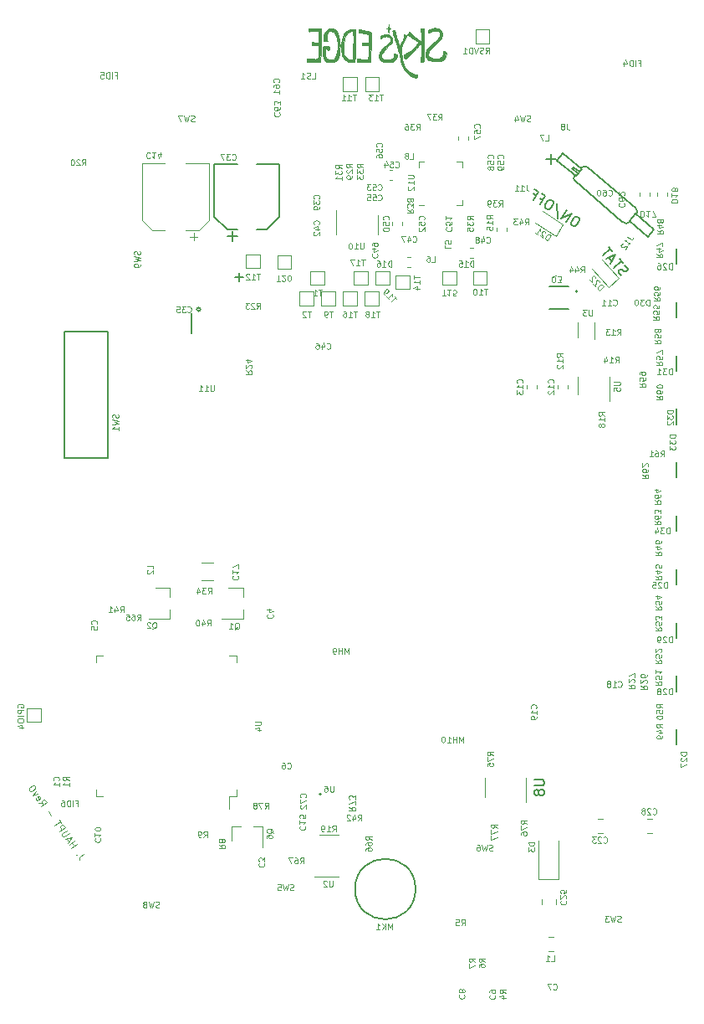
<source format=gbr>
G04 #@! TF.GenerationSoftware,KiCad,Pcbnew,5.1.6+dfsg1-1~bpo10+1*
G04 #@! TF.CreationDate,2021-06-28T17:41:37-04:00*
G04 #@! TF.ProjectId,RUSP_Mainboard,52555350-5f4d-4616-996e-626f6172642e,rev?*
G04 #@! TF.SameCoordinates,Original*
G04 #@! TF.FileFunction,Legend,Bot*
G04 #@! TF.FilePolarity,Positive*
%FSLAX46Y46*%
G04 Gerber Fmt 4.6, Leading zero omitted, Abs format (unit mm)*
G04 Created by KiCad (PCBNEW 5.1.6+dfsg1-1~bpo10+1) date 2021-06-28 17:41:37*
%MOMM*%
%LPD*%
G01*
G04 APERTURE LIST*
%ADD10C,0.150000*%
%ADD11C,0.120000*%
%ADD12C,0.200000*%
%ADD13C,0.127000*%
%ADD14C,0.010000*%
G04 APERTURE END LIST*
D10*
X168925000Y-69645000D02*
X169050000Y-69495000D01*
X168925000Y-69645000D02*
X169525000Y-70145000D01*
X169650000Y-69970000D02*
X169075000Y-69495000D01*
X174799999Y-75019999D02*
G75*
G02*
X174000001Y-75019999I-399999J399999D01*
G01*
X169200001Y-70919999D02*
G75*
G02*
X169200001Y-70320001I299999J299999D01*
G01*
X174000000Y-75020000D02*
X169200000Y-70920000D01*
X175400000Y-73720002D02*
G75*
G02*
X175400000Y-74320000I-299999J-299999D01*
G01*
X169860590Y-69565442D02*
G75*
G02*
X170499999Y-69520001I339410J-254558D01*
G01*
X175400000Y-73720002D02*
X170500000Y-69520000D01*
X168000000Y-68120000D02*
X167400000Y-68820000D01*
X169300000Y-70420000D02*
X169900000Y-69720000D01*
X167400000Y-68820000D02*
X169300000Y-70420000D01*
X169900000Y-69720000D02*
X168000000Y-68120000D01*
X175300000Y-74220000D02*
X174700000Y-74920000D01*
X177200000Y-75820000D02*
X175300000Y-74220000D01*
X176600000Y-76520000D02*
X177200000Y-75820000D01*
X174700000Y-74920000D02*
X176600000Y-76520000D01*
X167300000Y-68720000D02*
X166300000Y-68720000D01*
X166800000Y-68220000D02*
X166800000Y-69220000D01*
D11*
X119478821Y-138922553D02*
X119074312Y-139216446D01*
X119013003Y-139302192D01*
X118998255Y-139395312D01*
X119030066Y-139495806D01*
X119069252Y-139549741D01*
X118770515Y-139025145D02*
X118723955Y-139017770D01*
X118716580Y-139064331D01*
X118763141Y-139071705D01*
X118770515Y-139025145D01*
X118716580Y-139064331D01*
X118207167Y-138363182D02*
X118773478Y-137951733D01*
X118503806Y-138147661D02*
X118268692Y-137824054D01*
X117972052Y-138039576D02*
X118538364Y-137628126D01*
X117957520Y-137679314D02*
X117761592Y-137409641D01*
X117834903Y-137850805D02*
X118264065Y-137250585D01*
X117560603Y-137473264D01*
X117989765Y-136873043D02*
X117531322Y-137206122D01*
X117457794Y-137218340D01*
X117411234Y-137210966D01*
X117345082Y-137176624D01*
X117266710Y-137068755D01*
X117254492Y-136995228D01*
X117261866Y-136948668D01*
X117296208Y-136882515D01*
X117754651Y-136549437D01*
X116992410Y-136691214D02*
X117558722Y-136279764D01*
X117401980Y-136064026D01*
X117335827Y-136029685D01*
X117289267Y-136022310D01*
X117215739Y-136034529D01*
X117134838Y-136093307D01*
X117100496Y-136159460D01*
X117093122Y-136206020D01*
X117105340Y-136279548D01*
X117262083Y-136495286D01*
X117206051Y-135794354D02*
X116970937Y-135470747D01*
X116522182Y-136044000D02*
X117088494Y-135632551D01*
X116169728Y-135105208D02*
X115856242Y-134673732D01*
X114895976Y-133805720D02*
X115302799Y-133798562D01*
X115131090Y-134129327D02*
X115697402Y-133717877D01*
X115540660Y-133502139D01*
X115474507Y-133467798D01*
X115427947Y-133460423D01*
X115354419Y-133472642D01*
X115273518Y-133531420D01*
X115239176Y-133597573D01*
X115231802Y-133644133D01*
X115244020Y-133717661D01*
X115400763Y-133933398D01*
X114589865Y-133327684D02*
X114602084Y-133401212D01*
X114680455Y-133509081D01*
X114746608Y-133543422D01*
X114820135Y-133531204D01*
X115035873Y-133374461D01*
X115070215Y-133308308D01*
X115057996Y-133234781D01*
X114979625Y-133126912D01*
X114913472Y-133092570D01*
X114839945Y-133104789D01*
X114786010Y-133143974D01*
X114928004Y-133452832D01*
X114783697Y-132857239D02*
X114308191Y-132996703D01*
X114587768Y-132587567D01*
X114541425Y-132126810D02*
X114502239Y-132072876D01*
X114436086Y-132038534D01*
X114389526Y-132031160D01*
X114315999Y-132043378D01*
X114188537Y-132094783D01*
X114053701Y-132192747D01*
X113965425Y-132298085D01*
X113931083Y-132364238D01*
X113923709Y-132410798D01*
X113935927Y-132484326D01*
X113975113Y-132538260D01*
X114041266Y-132572602D01*
X114087826Y-132579976D01*
X114161353Y-132567758D01*
X114288815Y-132516354D01*
X114423651Y-132418389D01*
X114511927Y-132313051D01*
X114546269Y-132246898D01*
X114553643Y-132200338D01*
X114541425Y-132126810D01*
X134420000Y-136140000D02*
X134420000Y-137600000D01*
X137580000Y-136140000D02*
X137580000Y-138300000D01*
X137580000Y-136140000D02*
X136650000Y-136140000D01*
X134420000Y-136140000D02*
X135350000Y-136140000D01*
D10*
X130333000Y-86303000D02*
X130333000Y-84271000D01*
X131274605Y-83890000D02*
G75*
G03*
X131274605Y-83890000I-179605J0D01*
G01*
D11*
X160050000Y-131220000D02*
X160050000Y-133220000D01*
X164250000Y-131220000D02*
X164250000Y-133720000D01*
D10*
X153061046Y-142500000D02*
G75*
G03*
X153061046Y-142500000I-3061046J0D01*
G01*
X143500000Y-132900000D02*
G75*
G03*
X143500000Y-132900000I-100000J0D01*
G01*
D12*
X169450000Y-82050000D02*
G75*
G03*
X169450000Y-82050000I-100000J0D01*
G01*
D13*
X168600000Y-81581000D02*
X166600000Y-81581000D01*
X166600000Y-83819000D02*
X168600000Y-83819000D01*
D10*
X179450000Y-127900000D02*
X179450000Y-126350000D01*
X132700000Y-69200000D02*
X135000000Y-69200000D01*
X137000000Y-69200000D02*
X139300000Y-69200000D01*
X139300000Y-69200000D02*
X139300000Y-74500000D01*
X139300000Y-74500000D02*
X138000000Y-75800000D01*
X138000000Y-75800000D02*
X137000000Y-75800000D01*
X135000000Y-75800000D02*
X134000000Y-75800000D01*
X134000000Y-75800000D02*
X132700000Y-74500000D01*
X132700000Y-74500000D02*
X132700000Y-69200000D01*
X134500000Y-76000000D02*
X134500000Y-77000000D01*
X134000000Y-76500000D02*
X135000000Y-76500000D01*
X179450000Y-79300000D02*
X179450000Y-77750000D01*
X179450000Y-84700000D02*
X179450000Y-83150000D01*
X179470000Y-90100000D02*
X179470000Y-88550000D01*
X179470000Y-95500000D02*
X179470000Y-93950000D01*
X179450000Y-100900000D02*
X179450000Y-99350000D01*
X179450000Y-106300000D02*
X179450000Y-104750000D01*
X179450000Y-111700000D02*
X179450000Y-110150000D01*
X179450000Y-117100000D02*
X179450000Y-115550000D01*
X179450000Y-122500000D02*
X179450000Y-120950000D01*
D11*
X167500000Y-141470000D02*
X167500000Y-137570000D01*
X165500000Y-141470000D02*
X165500000Y-137570000D01*
X167500000Y-141470000D02*
X165500000Y-141470000D01*
X167061252Y-148760000D02*
X166538748Y-148760000D01*
X167061252Y-147340000D02*
X166538748Y-147340000D01*
X134210000Y-133110000D02*
X134210000Y-134400000D01*
X120690000Y-133110000D02*
X121390000Y-133110000D01*
X120690000Y-132410000D02*
X120690000Y-133110000D01*
X120690000Y-118890000D02*
X121390000Y-118890000D01*
X120690000Y-119590000D02*
X120690000Y-118890000D01*
X134910000Y-118890000D02*
X134210000Y-118890000D01*
X134910000Y-119590000D02*
X134910000Y-118890000D01*
X134910000Y-133110000D02*
X134210000Y-133110000D01*
X134910000Y-132410000D02*
X134910000Y-133110000D01*
D10*
X117500000Y-98900000D02*
X121900000Y-98900000D01*
X117500000Y-86100000D02*
X117500000Y-98900000D01*
X121900000Y-86100000D02*
X117500000Y-86100000D01*
X121900000Y-98900000D02*
X121900000Y-86100000D01*
D11*
X125340000Y-69090000D02*
X127690000Y-69090000D01*
X132160000Y-69090000D02*
X129810000Y-69090000D01*
X132160000Y-74845563D02*
X132160000Y-69090000D01*
X125340000Y-74845563D02*
X125340000Y-69090000D01*
X126404437Y-75910000D02*
X127690000Y-75910000D01*
X131095563Y-75910000D02*
X129810000Y-75910000D01*
X131095563Y-75910000D02*
X132160000Y-74845563D01*
X126404437Y-75910000D02*
X125340000Y-74845563D01*
X130597500Y-76937500D02*
X130597500Y-76150000D01*
X130991250Y-76543750D02*
X130203750Y-76543750D01*
X157390000Y-66712779D02*
X157390000Y-66387221D01*
X158410000Y-66712779D02*
X158410000Y-66387221D01*
X158528733Y-78710000D02*
X158871267Y-78710000D01*
X158528733Y-77690000D02*
X158871267Y-77690000D01*
X152521267Y-79635000D02*
X152178733Y-79635000D01*
X152521267Y-78615000D02*
X152178733Y-78615000D01*
X175790000Y-72053733D02*
X175790000Y-72396267D01*
X176810000Y-72053733D02*
X176810000Y-72396267D01*
X178535000Y-72103733D02*
X178535000Y-72446267D01*
X177515000Y-72103733D02*
X177515000Y-72446267D01*
X165920721Y-73967280D02*
X168004818Y-75320708D01*
X168004818Y-75320708D02*
X167258662Y-76469687D01*
X167258662Y-76469687D02*
X165174566Y-75116259D01*
X171973750Y-78867130D02*
X173636539Y-80713845D01*
X173636539Y-80713845D02*
X172618431Y-81630553D01*
X172618431Y-81630553D02*
X170955641Y-79783839D01*
X171150000Y-86895000D02*
X171150000Y-85195000D01*
X169450000Y-86745000D02*
X169450000Y-85195000D01*
X169490000Y-92500000D02*
X169490000Y-90700000D01*
X172710000Y-90700000D02*
X172710000Y-93150000D01*
X157250000Y-68950000D02*
X157800000Y-68950000D01*
X157800000Y-68950000D02*
X157800000Y-69500000D01*
X157800000Y-72800000D02*
X157800000Y-73350000D01*
X157800000Y-73350000D02*
X157250000Y-73350000D01*
X153400000Y-69500000D02*
X153400000Y-68950000D01*
X153400000Y-68950000D02*
X153950000Y-68950000D01*
X153400000Y-73350000D02*
X153950000Y-73350000D01*
X132602064Y-109490000D02*
X131397936Y-109490000D01*
X132602064Y-111310000D02*
X131397936Y-111310000D01*
D14*
G36*
X150767973Y-55682881D02*
G01*
X150722029Y-55704879D01*
X150718604Y-55710729D01*
X150720147Y-55754681D01*
X150737991Y-55842061D01*
X150769611Y-55964388D01*
X150812484Y-56113181D01*
X150864085Y-56279958D01*
X150921889Y-56456239D01*
X150983374Y-56633542D01*
X151035780Y-56776431D01*
X151108535Y-56972567D01*
X151169832Y-57147001D01*
X151223006Y-57311495D01*
X151271393Y-57477813D01*
X151318330Y-57657717D01*
X151367153Y-57862969D01*
X151421196Y-58105334D01*
X151448738Y-58232568D01*
X151517249Y-58540254D01*
X151580594Y-58800019D01*
X151640913Y-59018674D01*
X151700343Y-59203029D01*
X151761024Y-59359895D01*
X151825095Y-59496084D01*
X151872312Y-59581413D01*
X151987212Y-59747587D01*
X152135981Y-59920456D01*
X152302538Y-60083178D01*
X152470804Y-60218914D01*
X152501087Y-60239892D01*
X152617528Y-60307685D01*
X152745358Y-60364947D01*
X152874946Y-60409501D01*
X152996660Y-60439169D01*
X153100869Y-60451777D01*
X153177942Y-60445147D01*
X153218248Y-60417103D01*
X153221839Y-60402772D01*
X153221870Y-60306794D01*
X153212137Y-60222422D01*
X153195175Y-60169717D01*
X153191843Y-60165442D01*
X153155420Y-60149782D01*
X153079598Y-60129723D01*
X152979567Y-60109185D01*
X152961056Y-60105894D01*
X152772291Y-60059372D01*
X152606859Y-59985694D01*
X152450953Y-59876875D01*
X152290766Y-59724929D01*
X152277032Y-59710328D01*
X152130080Y-59533535D01*
X152005078Y-59338776D01*
X151899607Y-59119571D01*
X151811250Y-58869438D01*
X151737587Y-58581898D01*
X151676201Y-58250470D01*
X151641644Y-58007718D01*
X151620408Y-57835882D01*
X151607287Y-57695527D01*
X151604431Y-57576233D01*
X151613987Y-57467583D01*
X151638102Y-57359160D01*
X151678925Y-57240545D01*
X151738601Y-57101322D01*
X151819280Y-56931073D01*
X151895796Y-56774863D01*
X152142375Y-56273815D01*
X152093960Y-56191181D01*
X152041244Y-56119175D01*
X151987009Y-56072798D01*
X151943619Y-56061588D01*
X151933554Y-56067461D01*
X151919746Y-56101844D01*
X151900573Y-56175071D01*
X151880088Y-56271578D01*
X151879294Y-56275725D01*
X151852692Y-56379241D01*
X151808434Y-56513678D01*
X151753077Y-56660328D01*
X151702991Y-56778832D01*
X151624070Y-56952023D01*
X151562371Y-57078316D01*
X151514471Y-57162029D01*
X151476948Y-57207478D01*
X151446379Y-57218977D01*
X151419342Y-57200845D01*
X151396554Y-57165306D01*
X151376450Y-57115404D01*
X151344702Y-57021987D01*
X151304194Y-56894814D01*
X151257807Y-56743642D01*
X151208424Y-56578231D01*
X151158926Y-56408338D01*
X151112198Y-56243721D01*
X151071120Y-56094139D01*
X151038575Y-55969349D01*
X151019490Y-55888750D01*
X150973205Y-55674783D01*
X150852802Y-55674783D01*
X150767973Y-55682881D01*
G37*
X150767973Y-55682881D02*
X150722029Y-55704879D01*
X150718604Y-55710729D01*
X150720147Y-55754681D01*
X150737991Y-55842061D01*
X150769611Y-55964388D01*
X150812484Y-56113181D01*
X150864085Y-56279958D01*
X150921889Y-56456239D01*
X150983374Y-56633542D01*
X151035780Y-56776431D01*
X151108535Y-56972567D01*
X151169832Y-57147001D01*
X151223006Y-57311495D01*
X151271393Y-57477813D01*
X151318330Y-57657717D01*
X151367153Y-57862969D01*
X151421196Y-58105334D01*
X151448738Y-58232568D01*
X151517249Y-58540254D01*
X151580594Y-58800019D01*
X151640913Y-59018674D01*
X151700343Y-59203029D01*
X151761024Y-59359895D01*
X151825095Y-59496084D01*
X151872312Y-59581413D01*
X151987212Y-59747587D01*
X152135981Y-59920456D01*
X152302538Y-60083178D01*
X152470804Y-60218914D01*
X152501087Y-60239892D01*
X152617528Y-60307685D01*
X152745358Y-60364947D01*
X152874946Y-60409501D01*
X152996660Y-60439169D01*
X153100869Y-60451777D01*
X153177942Y-60445147D01*
X153218248Y-60417103D01*
X153221839Y-60402772D01*
X153221870Y-60306794D01*
X153212137Y-60222422D01*
X153195175Y-60169717D01*
X153191843Y-60165442D01*
X153155420Y-60149782D01*
X153079598Y-60129723D01*
X152979567Y-60109185D01*
X152961056Y-60105894D01*
X152772291Y-60059372D01*
X152606859Y-59985694D01*
X152450953Y-59876875D01*
X152290766Y-59724929D01*
X152277032Y-59710328D01*
X152130080Y-59533535D01*
X152005078Y-59338776D01*
X151899607Y-59119571D01*
X151811250Y-58869438D01*
X151737587Y-58581898D01*
X151676201Y-58250470D01*
X151641644Y-58007718D01*
X151620408Y-57835882D01*
X151607287Y-57695527D01*
X151604431Y-57576233D01*
X151613987Y-57467583D01*
X151638102Y-57359160D01*
X151678925Y-57240545D01*
X151738601Y-57101322D01*
X151819280Y-56931073D01*
X151895796Y-56774863D01*
X152142375Y-56273815D01*
X152093960Y-56191181D01*
X152041244Y-56119175D01*
X151987009Y-56072798D01*
X151943619Y-56061588D01*
X151933554Y-56067461D01*
X151919746Y-56101844D01*
X151900573Y-56175071D01*
X151880088Y-56271578D01*
X151879294Y-56275725D01*
X151852692Y-56379241D01*
X151808434Y-56513678D01*
X151753077Y-56660328D01*
X151702991Y-56778832D01*
X151624070Y-56952023D01*
X151562371Y-57078316D01*
X151514471Y-57162029D01*
X151476948Y-57207478D01*
X151446379Y-57218977D01*
X151419342Y-57200845D01*
X151396554Y-57165306D01*
X151376450Y-57115404D01*
X151344702Y-57021987D01*
X151304194Y-56894814D01*
X151257807Y-56743642D01*
X151208424Y-56578231D01*
X151158926Y-56408338D01*
X151112198Y-56243721D01*
X151071120Y-56094139D01*
X151038575Y-55969349D01*
X151019490Y-55888750D01*
X150973205Y-55674783D01*
X150852802Y-55674783D01*
X150767973Y-55682881D01*
G36*
X149908879Y-56069981D02*
G01*
X149722785Y-56121465D01*
X149705707Y-56127649D01*
X149491740Y-56206744D01*
X149491740Y-56325656D01*
X149497214Y-56402177D01*
X149510956Y-56452577D01*
X149517450Y-56460457D01*
X149553805Y-56455895D01*
X149615555Y-56425859D01*
X149645476Y-56406914D01*
X149784397Y-56335533D01*
X149942717Y-56290592D01*
X150103694Y-56274181D01*
X150250585Y-56288389D01*
X150340886Y-56320110D01*
X150436240Y-56397948D01*
X150494384Y-56505278D01*
X150511618Y-56627711D01*
X150484243Y-56750853D01*
X150462449Y-56793091D01*
X150432769Y-56837802D01*
X150394449Y-56886560D01*
X150342145Y-56944818D01*
X150270512Y-57018031D01*
X150174206Y-57111650D01*
X150047883Y-57231131D01*
X149886199Y-57381926D01*
X149877482Y-57390023D01*
X149712163Y-57548430D01*
X149586012Y-57682484D01*
X149493696Y-57800522D01*
X149429879Y-57910880D01*
X149389229Y-58021893D01*
X149366411Y-58141897D01*
X149360824Y-58197451D01*
X149369206Y-58387377D01*
X149424169Y-58552502D01*
X149522126Y-58687785D01*
X149659488Y-58788187D01*
X149823044Y-58846633D01*
X149946729Y-58866333D01*
X150102475Y-58880698D01*
X150270995Y-58888969D01*
X150433003Y-58890381D01*
X150569211Y-58884175D01*
X150620606Y-58878135D01*
X150789084Y-58825221D01*
X150933756Y-58726490D01*
X151049008Y-58588258D01*
X151129227Y-58416842D01*
X151163440Y-58267303D01*
X151171473Y-58188234D01*
X151161227Y-58142112D01*
X151123519Y-58107421D01*
X151085153Y-58083886D01*
X150986989Y-58028613D01*
X150925746Y-58006669D01*
X150891761Y-58021738D01*
X150875372Y-58077505D01*
X150867597Y-58166819D01*
X150839494Y-58329108D01*
X150776374Y-58454435D01*
X150675359Y-58544936D01*
X150533567Y-58602748D01*
X150348116Y-58630008D01*
X150239334Y-58632855D01*
X150032977Y-58619936D01*
X149861107Y-58584493D01*
X149729800Y-58528336D01*
X149647472Y-58456514D01*
X149606352Y-58361197D01*
X149593880Y-58239457D01*
X149610227Y-58112178D01*
X149643918Y-58020883D01*
X149677323Y-57973639D01*
X149743252Y-57894654D01*
X149835176Y-57791222D01*
X149946565Y-57670640D01*
X150070888Y-57540200D01*
X150112572Y-57497328D01*
X150305944Y-57294658D01*
X150459212Y-57122021D01*
X150575035Y-56974521D01*
X150656073Y-56847259D01*
X150704987Y-56735339D01*
X150724435Y-56633863D01*
X150717078Y-56537933D01*
X150685576Y-56442654D01*
X150685495Y-56442471D01*
X150598303Y-56299810D01*
X150476894Y-56173074D01*
X150365386Y-56095940D01*
X150242365Y-56056633D01*
X150086134Y-56048176D01*
X149908879Y-56069981D01*
G37*
X149908879Y-56069981D02*
X149722785Y-56121465D01*
X149705707Y-56127649D01*
X149491740Y-56206744D01*
X149491740Y-56325656D01*
X149497214Y-56402177D01*
X149510956Y-56452577D01*
X149517450Y-56460457D01*
X149553805Y-56455895D01*
X149615555Y-56425859D01*
X149645476Y-56406914D01*
X149784397Y-56335533D01*
X149942717Y-56290592D01*
X150103694Y-56274181D01*
X150250585Y-56288389D01*
X150340886Y-56320110D01*
X150436240Y-56397948D01*
X150494384Y-56505278D01*
X150511618Y-56627711D01*
X150484243Y-56750853D01*
X150462449Y-56793091D01*
X150432769Y-56837802D01*
X150394449Y-56886560D01*
X150342145Y-56944818D01*
X150270512Y-57018031D01*
X150174206Y-57111650D01*
X150047883Y-57231131D01*
X149886199Y-57381926D01*
X149877482Y-57390023D01*
X149712163Y-57548430D01*
X149586012Y-57682484D01*
X149493696Y-57800522D01*
X149429879Y-57910880D01*
X149389229Y-58021893D01*
X149366411Y-58141897D01*
X149360824Y-58197451D01*
X149369206Y-58387377D01*
X149424169Y-58552502D01*
X149522126Y-58687785D01*
X149659488Y-58788187D01*
X149823044Y-58846633D01*
X149946729Y-58866333D01*
X150102475Y-58880698D01*
X150270995Y-58888969D01*
X150433003Y-58890381D01*
X150569211Y-58884175D01*
X150620606Y-58878135D01*
X150789084Y-58825221D01*
X150933756Y-58726490D01*
X151049008Y-58588258D01*
X151129227Y-58416842D01*
X151163440Y-58267303D01*
X151171473Y-58188234D01*
X151161227Y-58142112D01*
X151123519Y-58107421D01*
X151085153Y-58083886D01*
X150986989Y-58028613D01*
X150925746Y-58006669D01*
X150891761Y-58021738D01*
X150875372Y-58077505D01*
X150867597Y-58166819D01*
X150839494Y-58329108D01*
X150776374Y-58454435D01*
X150675359Y-58544936D01*
X150533567Y-58602748D01*
X150348116Y-58630008D01*
X150239334Y-58632855D01*
X150032977Y-58619936D01*
X149861107Y-58584493D01*
X149729800Y-58528336D01*
X149647472Y-58456514D01*
X149606352Y-58361197D01*
X149593880Y-58239457D01*
X149610227Y-58112178D01*
X149643918Y-58020883D01*
X149677323Y-57973639D01*
X149743252Y-57894654D01*
X149835176Y-57791222D01*
X149946565Y-57670640D01*
X150070888Y-57540200D01*
X150112572Y-57497328D01*
X150305944Y-57294658D01*
X150459212Y-57122021D01*
X150575035Y-56974521D01*
X150656073Y-56847259D01*
X150704987Y-56735339D01*
X150724435Y-56633863D01*
X150717078Y-56537933D01*
X150685576Y-56442654D01*
X150685495Y-56442471D01*
X150598303Y-56299810D01*
X150476894Y-56173074D01*
X150365386Y-56095940D01*
X150242365Y-56056633D01*
X150086134Y-56048176D01*
X149908879Y-56069981D01*
G36*
X144488339Y-55459196D02*
G01*
X144406188Y-55473581D01*
X144353173Y-55484819D01*
X144190114Y-55547096D01*
X144051127Y-55657728D01*
X143937404Y-55814816D01*
X143850137Y-56016462D01*
X143790520Y-56260766D01*
X143769824Y-56413842D01*
X143758925Y-56532673D01*
X143752296Y-56629445D01*
X143750629Y-56692082D01*
X143752877Y-56709253D01*
X143784322Y-56717812D01*
X143855527Y-56728935D01*
X143951256Y-56740254D01*
X143953962Y-56740532D01*
X144143152Y-56759915D01*
X144128340Y-56679795D01*
X144115076Y-56608216D01*
X144096509Y-56508235D01*
X144082710Y-56434022D01*
X144066052Y-56241358D01*
X144089113Y-56073813D01*
X144147772Y-55936023D01*
X144237905Y-55832627D01*
X144355390Y-55768263D01*
X144496103Y-55747569D01*
X144655923Y-55775183D01*
X144665575Y-55778326D01*
X144782354Y-55834834D01*
X144881160Y-55922949D01*
X144964421Y-56047300D01*
X145034569Y-56212511D01*
X145094032Y-56423210D01*
X145145242Y-56684024D01*
X145147085Y-56695150D01*
X145168814Y-56889670D01*
X145178096Y-57119895D01*
X145175377Y-57367836D01*
X145161100Y-57615507D01*
X145135709Y-57844921D01*
X145115735Y-57964225D01*
X145053683Y-58200883D01*
X144969276Y-58387362D01*
X144861949Y-58524219D01*
X144731137Y-58612011D01*
X144576274Y-58651295D01*
X144423361Y-58646699D01*
X144247595Y-58602624D01*
X144108448Y-58522285D01*
X144004440Y-58403505D01*
X143934096Y-58244110D01*
X143895936Y-58041924D01*
X143887551Y-57857761D01*
X143891054Y-57694025D01*
X143902775Y-57581838D01*
X143925441Y-57517806D01*
X143961781Y-57498533D01*
X144014522Y-57520625D01*
X144086393Y-57580687D01*
X144099843Y-57593587D01*
X144188055Y-57664809D01*
X144254429Y-57685441D01*
X144299469Y-57655244D01*
X144323676Y-57573979D01*
X144328491Y-57484533D01*
X144325332Y-57389023D01*
X144310220Y-57325503D01*
X144273662Y-57286915D01*
X144206166Y-57266202D01*
X144098241Y-57256305D01*
X144016933Y-57252868D01*
X143894959Y-57248875D01*
X143804256Y-57251617D01*
X143740480Y-57268008D01*
X143699290Y-57304961D01*
X143676343Y-57369386D01*
X143667298Y-57468198D01*
X143667813Y-57608308D01*
X143673544Y-57796628D01*
X143673632Y-57799378D01*
X143681506Y-57994580D01*
X143691829Y-58145975D01*
X143705886Y-58264962D01*
X143724966Y-58362936D01*
X143745565Y-58436552D01*
X143824111Y-58613037D01*
X143933088Y-58748453D01*
X144068852Y-58838351D01*
X144077562Y-58842112D01*
X144174705Y-58868586D01*
X144307450Y-58886192D01*
X144456783Y-58894218D01*
X144603694Y-58891952D01*
X144729172Y-58878682D01*
X144775910Y-58868278D01*
X144947431Y-58797985D01*
X145085552Y-58691508D01*
X145194661Y-58544029D01*
X145279150Y-58350734D01*
X145296066Y-58297609D01*
X145347647Y-58073570D01*
X145382552Y-57810108D01*
X145400903Y-57520402D01*
X145402821Y-57217631D01*
X145388426Y-56914972D01*
X145357841Y-56625604D01*
X145311185Y-56362706D01*
X145277046Y-56228360D01*
X145193908Y-55988473D01*
X145096789Y-55798750D01*
X144982629Y-55655229D01*
X144848367Y-55553948D01*
X144712069Y-55496884D01*
X144617901Y-55470062D01*
X144551117Y-55457761D01*
X144488339Y-55459196D01*
G37*
X144488339Y-55459196D02*
X144406188Y-55473581D01*
X144353173Y-55484819D01*
X144190114Y-55547096D01*
X144051127Y-55657728D01*
X143937404Y-55814816D01*
X143850137Y-56016462D01*
X143790520Y-56260766D01*
X143769824Y-56413842D01*
X143758925Y-56532673D01*
X143752296Y-56629445D01*
X143750629Y-56692082D01*
X143752877Y-56709253D01*
X143784322Y-56717812D01*
X143855527Y-56728935D01*
X143951256Y-56740254D01*
X143953962Y-56740532D01*
X144143152Y-56759915D01*
X144128340Y-56679795D01*
X144115076Y-56608216D01*
X144096509Y-56508235D01*
X144082710Y-56434022D01*
X144066052Y-56241358D01*
X144089113Y-56073813D01*
X144147772Y-55936023D01*
X144237905Y-55832627D01*
X144355390Y-55768263D01*
X144496103Y-55747569D01*
X144655923Y-55775183D01*
X144665575Y-55778326D01*
X144782354Y-55834834D01*
X144881160Y-55922949D01*
X144964421Y-56047300D01*
X145034569Y-56212511D01*
X145094032Y-56423210D01*
X145145242Y-56684024D01*
X145147085Y-56695150D01*
X145168814Y-56889670D01*
X145178096Y-57119895D01*
X145175377Y-57367836D01*
X145161100Y-57615507D01*
X145135709Y-57844921D01*
X145115735Y-57964225D01*
X145053683Y-58200883D01*
X144969276Y-58387362D01*
X144861949Y-58524219D01*
X144731137Y-58612011D01*
X144576274Y-58651295D01*
X144423361Y-58646699D01*
X144247595Y-58602624D01*
X144108448Y-58522285D01*
X144004440Y-58403505D01*
X143934096Y-58244110D01*
X143895936Y-58041924D01*
X143887551Y-57857761D01*
X143891054Y-57694025D01*
X143902775Y-57581838D01*
X143925441Y-57517806D01*
X143961781Y-57498533D01*
X144014522Y-57520625D01*
X144086393Y-57580687D01*
X144099843Y-57593587D01*
X144188055Y-57664809D01*
X144254429Y-57685441D01*
X144299469Y-57655244D01*
X144323676Y-57573979D01*
X144328491Y-57484533D01*
X144325332Y-57389023D01*
X144310220Y-57325503D01*
X144273662Y-57286915D01*
X144206166Y-57266202D01*
X144098241Y-57256305D01*
X144016933Y-57252868D01*
X143894959Y-57248875D01*
X143804256Y-57251617D01*
X143740480Y-57268008D01*
X143699290Y-57304961D01*
X143676343Y-57369386D01*
X143667298Y-57468198D01*
X143667813Y-57608308D01*
X143673544Y-57796628D01*
X143673632Y-57799378D01*
X143681506Y-57994580D01*
X143691829Y-58145975D01*
X143705886Y-58264962D01*
X143724966Y-58362936D01*
X143745565Y-58436552D01*
X143824111Y-58613037D01*
X143933088Y-58748453D01*
X144068852Y-58838351D01*
X144077562Y-58842112D01*
X144174705Y-58868586D01*
X144307450Y-58886192D01*
X144456783Y-58894218D01*
X144603694Y-58891952D01*
X144729172Y-58878682D01*
X144775910Y-58868278D01*
X144947431Y-58797985D01*
X145085552Y-58691508D01*
X145194661Y-58544029D01*
X145279150Y-58350734D01*
X145296066Y-58297609D01*
X145347647Y-58073570D01*
X145382552Y-57810108D01*
X145400903Y-57520402D01*
X145402821Y-57217631D01*
X145388426Y-56914972D01*
X145357841Y-56625604D01*
X145311185Y-56362706D01*
X145277046Y-56228360D01*
X145193908Y-55988473D01*
X145096789Y-55798750D01*
X144982629Y-55655229D01*
X144848367Y-55553948D01*
X144712069Y-55496884D01*
X144617901Y-55470062D01*
X144551117Y-55457761D01*
X144488339Y-55459196D01*
G36*
X147289861Y-55600365D02*
G01*
X147284985Y-55665623D01*
X147281269Y-55747379D01*
X147279637Y-55826276D01*
X147280484Y-55874946D01*
X147292237Y-55904056D01*
X147331929Y-55919158D01*
X147412172Y-55924509D01*
X147427990Y-55924729D01*
X147512921Y-55930220D01*
X147635326Y-55944049D01*
X147778460Y-55964094D01*
X147917760Y-55986848D01*
X148066424Y-56013605D01*
X148173972Y-56039446D01*
X148247295Y-56073231D01*
X148293288Y-56123822D01*
X148318845Y-56200080D01*
X148330859Y-56310865D01*
X148336225Y-56465039D01*
X148337704Y-56526639D01*
X148340291Y-56677829D01*
X148335157Y-56790181D01*
X148315553Y-56868173D01*
X148274729Y-56916281D01*
X148205935Y-56938982D01*
X148102421Y-56940752D01*
X147957436Y-56926069D01*
X147773643Y-56900746D01*
X147680173Y-56896488D01*
X147628922Y-56921121D01*
X147614627Y-56981219D01*
X147630931Y-57078974D01*
X147655761Y-57179457D01*
X147967350Y-57179457D01*
X148110755Y-57181024D01*
X148208101Y-57186465D01*
X148268479Y-57196884D01*
X148300978Y-57213390D01*
X148307489Y-57220870D01*
X148316737Y-57263075D01*
X148322075Y-57350056D01*
X148323792Y-57471531D01*
X148322177Y-57617217D01*
X148317520Y-57776832D01*
X148310111Y-57940096D01*
X148300238Y-58096725D01*
X148288192Y-58236438D01*
X148276075Y-58336868D01*
X148259925Y-58441909D01*
X148241156Y-58515727D01*
X148210818Y-58563329D01*
X148159961Y-58589726D01*
X148079635Y-58599927D01*
X147960889Y-58598940D01*
X147818706Y-58592851D01*
X147669527Y-58584066D01*
X147528132Y-58572110D01*
X147410115Y-58558527D01*
X147331072Y-58544863D01*
X147328923Y-58544332D01*
X147223167Y-58523246D01*
X147159394Y-58530104D01*
X147128448Y-58572023D01*
X147121171Y-58656125D01*
X147122906Y-58704503D01*
X147131196Y-58863587D01*
X147810277Y-58870962D01*
X148489357Y-58878338D01*
X148507133Y-58567107D01*
X148513347Y-58436487D01*
X148519371Y-58269125D01*
X148525111Y-58072040D01*
X148530474Y-57852251D01*
X148535366Y-57616777D01*
X148539691Y-57372638D01*
X148543357Y-57126851D01*
X148546270Y-56886438D01*
X148548334Y-56658416D01*
X148549458Y-56449804D01*
X148549545Y-56267623D01*
X148548503Y-56118890D01*
X148546237Y-56010626D01*
X148542654Y-55949849D01*
X148542225Y-55946692D01*
X148522869Y-55818274D01*
X148365402Y-55789250D01*
X148283868Y-55773325D01*
X148161794Y-55748349D01*
X148012574Y-55717115D01*
X147849600Y-55682413D01*
X147754980Y-55661999D01*
X147604875Y-55629940D01*
X147474938Y-55603125D01*
X147374158Y-55583334D01*
X147311523Y-55572346D01*
X147294975Y-55570962D01*
X147289861Y-55600365D01*
G37*
X147289861Y-55600365D02*
X147284985Y-55665623D01*
X147281269Y-55747379D01*
X147279637Y-55826276D01*
X147280484Y-55874946D01*
X147292237Y-55904056D01*
X147331929Y-55919158D01*
X147412172Y-55924509D01*
X147427990Y-55924729D01*
X147512921Y-55930220D01*
X147635326Y-55944049D01*
X147778460Y-55964094D01*
X147917760Y-55986848D01*
X148066424Y-56013605D01*
X148173972Y-56039446D01*
X148247295Y-56073231D01*
X148293288Y-56123822D01*
X148318845Y-56200080D01*
X148330859Y-56310865D01*
X148336225Y-56465039D01*
X148337704Y-56526639D01*
X148340291Y-56677829D01*
X148335157Y-56790181D01*
X148315553Y-56868173D01*
X148274729Y-56916281D01*
X148205935Y-56938982D01*
X148102421Y-56940752D01*
X147957436Y-56926069D01*
X147773643Y-56900746D01*
X147680173Y-56896488D01*
X147628922Y-56921121D01*
X147614627Y-56981219D01*
X147630931Y-57078974D01*
X147655761Y-57179457D01*
X147967350Y-57179457D01*
X148110755Y-57181024D01*
X148208101Y-57186465D01*
X148268479Y-57196884D01*
X148300978Y-57213390D01*
X148307489Y-57220870D01*
X148316737Y-57263075D01*
X148322075Y-57350056D01*
X148323792Y-57471531D01*
X148322177Y-57617217D01*
X148317520Y-57776832D01*
X148310111Y-57940096D01*
X148300238Y-58096725D01*
X148288192Y-58236438D01*
X148276075Y-58336868D01*
X148259925Y-58441909D01*
X148241156Y-58515727D01*
X148210818Y-58563329D01*
X148159961Y-58589726D01*
X148079635Y-58599927D01*
X147960889Y-58598940D01*
X147818706Y-58592851D01*
X147669527Y-58584066D01*
X147528132Y-58572110D01*
X147410115Y-58558527D01*
X147331072Y-58544863D01*
X147328923Y-58544332D01*
X147223167Y-58523246D01*
X147159394Y-58530104D01*
X147128448Y-58572023D01*
X147121171Y-58656125D01*
X147122906Y-58704503D01*
X147131196Y-58863587D01*
X147810277Y-58870962D01*
X148489357Y-58878338D01*
X148507133Y-58567107D01*
X148513347Y-58436487D01*
X148519371Y-58269125D01*
X148525111Y-58072040D01*
X148530474Y-57852251D01*
X148535366Y-57616777D01*
X148539691Y-57372638D01*
X148543357Y-57126851D01*
X148546270Y-56886438D01*
X148548334Y-56658416D01*
X148549458Y-56449804D01*
X148549545Y-56267623D01*
X148548503Y-56118890D01*
X148546237Y-56010626D01*
X148542654Y-55949849D01*
X148542225Y-55946692D01*
X148522869Y-55818274D01*
X148365402Y-55789250D01*
X148283868Y-55773325D01*
X148161794Y-55748349D01*
X148012574Y-55717115D01*
X147849600Y-55682413D01*
X147754980Y-55661999D01*
X147604875Y-55629940D01*
X147474938Y-55603125D01*
X147374158Y-55583334D01*
X147311523Y-55572346D01*
X147294975Y-55570962D01*
X147289861Y-55600365D01*
G36*
X153561914Y-55556128D02*
G01*
X153602351Y-55761856D01*
X153635588Y-55967336D01*
X153660842Y-56163824D01*
X153677331Y-56342573D01*
X153684270Y-56494839D01*
X153680877Y-56611876D01*
X153666368Y-56684938D01*
X153663525Y-56690938D01*
X153630803Y-56733551D01*
X153587399Y-56751661D01*
X153528604Y-56742947D01*
X153449710Y-56705090D01*
X153346010Y-56635772D01*
X153212796Y-56532672D01*
X153045359Y-56393473D01*
X153025653Y-56376711D01*
X152904803Y-56270732D01*
X152776302Y-56153153D01*
X152660228Y-56042530D01*
X152612320Y-55994803D01*
X152531720Y-55915091D01*
X152464606Y-55853123D01*
X152420801Y-55817761D01*
X152410637Y-55812826D01*
X152388341Y-55836075D01*
X152353231Y-55896629D01*
X152318123Y-55969958D01*
X152248632Y-56127089D01*
X152312740Y-56176436D01*
X152356587Y-56206482D01*
X152438729Y-56259427D01*
X152550198Y-56329619D01*
X152682026Y-56411405D01*
X152806621Y-56487785D01*
X152947929Y-56575282D01*
X153075497Y-56656803D01*
X153180645Y-56726602D01*
X153254693Y-56778931D01*
X153287252Y-56805984D01*
X153313027Y-56842675D01*
X153319615Y-56882604D01*
X153303408Y-56933813D01*
X153260798Y-57004345D01*
X153188176Y-57102241D01*
X153110330Y-57200341D01*
X152845841Y-57489357D01*
X152553148Y-57732264D01*
X152226933Y-57933202D01*
X152071660Y-58009272D01*
X151958563Y-58064936D01*
X151886799Y-58116639D01*
X151851687Y-58176449D01*
X151848549Y-58256432D01*
X151872706Y-58368657D01*
X151898317Y-58456359D01*
X151924798Y-58518274D01*
X151966818Y-58542591D01*
X152020468Y-58546087D01*
X152073580Y-58540306D01*
X152123248Y-58517441D01*
X152181621Y-58469210D01*
X152260845Y-58387331D01*
X152273538Y-58373533D01*
X152353687Y-58287069D01*
X152459200Y-58174606D01*
X152577118Y-58049893D01*
X152694479Y-57926682D01*
X152709407Y-57911087D01*
X152832329Y-57781099D01*
X152963494Y-57639639D01*
X153087455Y-57503521D01*
X153188762Y-57389559D01*
X153191408Y-57386522D01*
X153303172Y-57259728D01*
X153386849Y-57169627D01*
X153449353Y-57110205D01*
X153497597Y-57075447D01*
X153538496Y-57059341D01*
X153571608Y-57055831D01*
X153612392Y-57062867D01*
X153642979Y-57088915D01*
X153664365Y-57140035D01*
X153677548Y-57222287D01*
X153683524Y-57341731D01*
X153683290Y-57504424D01*
X153678240Y-57704022D01*
X153663875Y-57999265D01*
X153641070Y-58257562D01*
X153610593Y-58470455D01*
X153606780Y-58490870D01*
X153583810Y-58613388D01*
X153565361Y-58717250D01*
X153553667Y-58789539D01*
X153550672Y-58815272D01*
X153574598Y-58837717D01*
X153648853Y-58848542D01*
X153702932Y-58849783D01*
X153804389Y-58843479D01*
X153858897Y-58825307D01*
X153866286Y-58815272D01*
X153869259Y-58780240D01*
X153872876Y-58696238D01*
X153877012Y-58569506D01*
X153881545Y-58406286D01*
X153886352Y-58212819D01*
X153891308Y-57995346D01*
X153896292Y-57760108D01*
X153901179Y-57513347D01*
X153905846Y-57261304D01*
X153910170Y-57010219D01*
X153914027Y-56766336D01*
X153917295Y-56535893D01*
X153919849Y-56325134D01*
X153921567Y-56140299D01*
X153922326Y-55987629D01*
X153922339Y-55978478D01*
X153922935Y-55495326D01*
X153734093Y-55487106D01*
X153545252Y-55478886D01*
X153561914Y-55556128D01*
G37*
X153561914Y-55556128D02*
X153602351Y-55761856D01*
X153635588Y-55967336D01*
X153660842Y-56163824D01*
X153677331Y-56342573D01*
X153684270Y-56494839D01*
X153680877Y-56611876D01*
X153666368Y-56684938D01*
X153663525Y-56690938D01*
X153630803Y-56733551D01*
X153587399Y-56751661D01*
X153528604Y-56742947D01*
X153449710Y-56705090D01*
X153346010Y-56635772D01*
X153212796Y-56532672D01*
X153045359Y-56393473D01*
X153025653Y-56376711D01*
X152904803Y-56270732D01*
X152776302Y-56153153D01*
X152660228Y-56042530D01*
X152612320Y-55994803D01*
X152531720Y-55915091D01*
X152464606Y-55853123D01*
X152420801Y-55817761D01*
X152410637Y-55812826D01*
X152388341Y-55836075D01*
X152353231Y-55896629D01*
X152318123Y-55969958D01*
X152248632Y-56127089D01*
X152312740Y-56176436D01*
X152356587Y-56206482D01*
X152438729Y-56259427D01*
X152550198Y-56329619D01*
X152682026Y-56411405D01*
X152806621Y-56487785D01*
X152947929Y-56575282D01*
X153075497Y-56656803D01*
X153180645Y-56726602D01*
X153254693Y-56778931D01*
X153287252Y-56805984D01*
X153313027Y-56842675D01*
X153319615Y-56882604D01*
X153303408Y-56933813D01*
X153260798Y-57004345D01*
X153188176Y-57102241D01*
X153110330Y-57200341D01*
X152845841Y-57489357D01*
X152553148Y-57732264D01*
X152226933Y-57933202D01*
X152071660Y-58009272D01*
X151958563Y-58064936D01*
X151886799Y-58116639D01*
X151851687Y-58176449D01*
X151848549Y-58256432D01*
X151872706Y-58368657D01*
X151898317Y-58456359D01*
X151924798Y-58518274D01*
X151966818Y-58542591D01*
X152020468Y-58546087D01*
X152073580Y-58540306D01*
X152123248Y-58517441D01*
X152181621Y-58469210D01*
X152260845Y-58387331D01*
X152273538Y-58373533D01*
X152353687Y-58287069D01*
X152459200Y-58174606D01*
X152577118Y-58049893D01*
X152694479Y-57926682D01*
X152709407Y-57911087D01*
X152832329Y-57781099D01*
X152963494Y-57639639D01*
X153087455Y-57503521D01*
X153188762Y-57389559D01*
X153191408Y-57386522D01*
X153303172Y-57259728D01*
X153386849Y-57169627D01*
X153449353Y-57110205D01*
X153497597Y-57075447D01*
X153538496Y-57059341D01*
X153571608Y-57055831D01*
X153612392Y-57062867D01*
X153642979Y-57088915D01*
X153664365Y-57140035D01*
X153677548Y-57222287D01*
X153683524Y-57341731D01*
X153683290Y-57504424D01*
X153678240Y-57704022D01*
X153663875Y-57999265D01*
X153641070Y-58257562D01*
X153610593Y-58470455D01*
X153606780Y-58490870D01*
X153583810Y-58613388D01*
X153565361Y-58717250D01*
X153553667Y-58789539D01*
X153550672Y-58815272D01*
X153574598Y-58837717D01*
X153648853Y-58848542D01*
X153702932Y-58849783D01*
X153804389Y-58843479D01*
X153858897Y-58825307D01*
X153866286Y-58815272D01*
X153869259Y-58780240D01*
X153872876Y-58696238D01*
X153877012Y-58569506D01*
X153881545Y-58406286D01*
X153886352Y-58212819D01*
X153891308Y-57995346D01*
X153896292Y-57760108D01*
X153901179Y-57513347D01*
X153905846Y-57261304D01*
X153910170Y-57010219D01*
X153914027Y-56766336D01*
X153917295Y-56535893D01*
X153919849Y-56325134D01*
X153921567Y-56140299D01*
X153922326Y-55987629D01*
X153922339Y-55978478D01*
X153922935Y-55495326D01*
X153734093Y-55487106D01*
X153545252Y-55478886D01*
X153561914Y-55556128D01*
G36*
X146710163Y-55541476D02*
G01*
X146563410Y-55549021D01*
X146455272Y-55561135D01*
X146369168Y-55580850D01*
X146288519Y-55611195D01*
X146261522Y-55623474D01*
X146071236Y-55742854D01*
X145909454Y-55908780D01*
X145776582Y-56120263D01*
X145673027Y-56376313D01*
X145599196Y-56675943D01*
X145555494Y-57018163D01*
X145542248Y-57372718D01*
X145554427Y-57717335D01*
X145591318Y-58013515D01*
X145653430Y-58262451D01*
X145741271Y-58465338D01*
X145855350Y-58623369D01*
X145996176Y-58737737D01*
X146153476Y-58806522D01*
X146242361Y-58825415D01*
X146356995Y-58839250D01*
X146485286Y-58847886D01*
X146615147Y-58851183D01*
X146734485Y-58849002D01*
X146831211Y-58841203D01*
X146893236Y-58827645D01*
X146909358Y-58815272D01*
X146911785Y-58783408D01*
X146915556Y-58702363D01*
X146920483Y-58578148D01*
X146926382Y-58416778D01*
X146933068Y-58224268D01*
X146940354Y-58006630D01*
X146948056Y-57769878D01*
X146955988Y-57520026D01*
X146963964Y-57263089D01*
X146971800Y-57005079D01*
X146979309Y-56752011D01*
X146986307Y-56509898D01*
X146987564Y-56464971D01*
X146757792Y-56464971D01*
X146757765Y-56705302D01*
X146757673Y-56828417D01*
X146755966Y-57207588D01*
X146751540Y-57545313D01*
X146744490Y-57839610D01*
X146734909Y-58088501D01*
X146722891Y-58290005D01*
X146708529Y-58442142D01*
X146691917Y-58542933D01*
X146674427Y-58588977D01*
X146626796Y-58618291D01*
X146556260Y-58636703D01*
X146486363Y-58645733D01*
X146441075Y-58652066D01*
X146440979Y-58652082D01*
X146403533Y-58643124D01*
X146332502Y-58615413D01*
X146247718Y-58577030D01*
X146082873Y-58479006D01*
X145955698Y-58356405D01*
X145853333Y-58195987D01*
X145828876Y-58145761D01*
X145799061Y-58077774D01*
X145777740Y-58015553D01*
X145763161Y-57947290D01*
X145753571Y-57861176D01*
X145747218Y-57745403D01*
X145742349Y-57588164D01*
X145741570Y-57557549D01*
X145745770Y-57220001D01*
X145774874Y-56908722D01*
X145827375Y-56627242D01*
X145901767Y-56379094D01*
X145996545Y-56167807D01*
X146110202Y-55996914D01*
X146241233Y-55869944D01*
X146388131Y-55790429D01*
X146506474Y-55764187D01*
X146599507Y-55762879D01*
X146677442Y-55774715D01*
X146699236Y-55783063D01*
X146714608Y-55792303D01*
X146727057Y-55805511D01*
X146736884Y-55828116D01*
X146744393Y-55865544D01*
X146749888Y-55923222D01*
X146753672Y-56006576D01*
X146756048Y-56121035D01*
X146757320Y-56272024D01*
X146757792Y-56464971D01*
X146987564Y-56464971D01*
X146992607Y-56284754D01*
X146998025Y-56082592D01*
X147002375Y-55909428D01*
X147005471Y-55771274D01*
X147007128Y-55674144D01*
X147007352Y-55637218D01*
X147006957Y-55530631D01*
X146710163Y-55541476D01*
G37*
X146710163Y-55541476D02*
X146563410Y-55549021D01*
X146455272Y-55561135D01*
X146369168Y-55580850D01*
X146288519Y-55611195D01*
X146261522Y-55623474D01*
X146071236Y-55742854D01*
X145909454Y-55908780D01*
X145776582Y-56120263D01*
X145673027Y-56376313D01*
X145599196Y-56675943D01*
X145555494Y-57018163D01*
X145542248Y-57372718D01*
X145554427Y-57717335D01*
X145591318Y-58013515D01*
X145653430Y-58262451D01*
X145741271Y-58465338D01*
X145855350Y-58623369D01*
X145996176Y-58737737D01*
X146153476Y-58806522D01*
X146242361Y-58825415D01*
X146356995Y-58839250D01*
X146485286Y-58847886D01*
X146615147Y-58851183D01*
X146734485Y-58849002D01*
X146831211Y-58841203D01*
X146893236Y-58827645D01*
X146909358Y-58815272D01*
X146911785Y-58783408D01*
X146915556Y-58702363D01*
X146920483Y-58578148D01*
X146926382Y-58416778D01*
X146933068Y-58224268D01*
X146940354Y-58006630D01*
X146948056Y-57769878D01*
X146955988Y-57520026D01*
X146963964Y-57263089D01*
X146971800Y-57005079D01*
X146979309Y-56752011D01*
X146986307Y-56509898D01*
X146987564Y-56464971D01*
X146757792Y-56464971D01*
X146757765Y-56705302D01*
X146757673Y-56828417D01*
X146755966Y-57207588D01*
X146751540Y-57545313D01*
X146744490Y-57839610D01*
X146734909Y-58088501D01*
X146722891Y-58290005D01*
X146708529Y-58442142D01*
X146691917Y-58542933D01*
X146674427Y-58588977D01*
X146626796Y-58618291D01*
X146556260Y-58636703D01*
X146486363Y-58645733D01*
X146441075Y-58652066D01*
X146440979Y-58652082D01*
X146403533Y-58643124D01*
X146332502Y-58615413D01*
X146247718Y-58577030D01*
X146082873Y-58479006D01*
X145955698Y-58356405D01*
X145853333Y-58195987D01*
X145828876Y-58145761D01*
X145799061Y-58077774D01*
X145777740Y-58015553D01*
X145763161Y-57947290D01*
X145753571Y-57861176D01*
X145747218Y-57745403D01*
X145742349Y-57588164D01*
X145741570Y-57557549D01*
X145745770Y-57220001D01*
X145774874Y-56908722D01*
X145827375Y-56627242D01*
X145901767Y-56379094D01*
X145996545Y-56167807D01*
X146110202Y-55996914D01*
X146241233Y-55869944D01*
X146388131Y-55790429D01*
X146506474Y-55764187D01*
X146599507Y-55762879D01*
X146677442Y-55774715D01*
X146699236Y-55783063D01*
X146714608Y-55792303D01*
X146727057Y-55805511D01*
X146736884Y-55828116D01*
X146744393Y-55865544D01*
X146749888Y-55923222D01*
X146753672Y-56006576D01*
X146756048Y-56121035D01*
X146757320Y-56272024D01*
X146757792Y-56464971D01*
X146987564Y-56464971D01*
X146992607Y-56284754D01*
X146998025Y-56082592D01*
X147002375Y-55909428D01*
X147005471Y-55771274D01*
X147007128Y-55674144D01*
X147007352Y-55637218D01*
X147006957Y-55530631D01*
X146710163Y-55541476D01*
G36*
X142637650Y-55470538D02*
G01*
X142554115Y-55473797D01*
X142235694Y-55489479D01*
X142226098Y-55590098D01*
X142221578Y-55697414D01*
X142237930Y-55760217D01*
X142282484Y-55783353D01*
X142362575Y-55771667D01*
X142454953Y-55741306D01*
X142540737Y-55719880D01*
X142655653Y-55704203D01*
X142785665Y-55694622D01*
X142916737Y-55691485D01*
X143034832Y-55695136D01*
X143125914Y-55705923D01*
X143175170Y-55723526D01*
X143201703Y-55772064D01*
X143226164Y-55866661D01*
X143247376Y-55998165D01*
X143264163Y-56157426D01*
X143275349Y-56335292D01*
X143279758Y-56522612D01*
X143279783Y-56537452D01*
X143279701Y-56672889D01*
X143274773Y-56773305D01*
X143257972Y-56842917D01*
X143222274Y-56885943D01*
X143160654Y-56906599D01*
X143066086Y-56909103D01*
X142931545Y-56897672D01*
X142750006Y-56876523D01*
X142720707Y-56873058D01*
X142561957Y-56854354D01*
X142561957Y-56979014D01*
X142569769Y-57063348D01*
X142589670Y-57123069D01*
X142598664Y-57134138D01*
X142643511Y-57148066D01*
X142733906Y-57157953D01*
X142860272Y-57162961D01*
X142932821Y-57163378D01*
X143055800Y-57164474D01*
X143157528Y-57168391D01*
X143225825Y-57174473D01*
X143248125Y-57180365D01*
X143255935Y-57215916D01*
X143260512Y-57296402D01*
X143262083Y-57411648D01*
X143260876Y-57551481D01*
X143257117Y-57705726D01*
X143251035Y-57864210D01*
X143242856Y-58016757D01*
X143232807Y-58153195D01*
X143224545Y-58235726D01*
X143203676Y-58383480D01*
X143180838Y-58480989D01*
X143154784Y-58533219D01*
X143148421Y-58539185D01*
X143093909Y-58557807D01*
X142996501Y-58568810D01*
X142867996Y-58572151D01*
X142720193Y-58567790D01*
X142564891Y-58555684D01*
X142451522Y-58541635D01*
X142337950Y-58526155D01*
X142235069Y-58514147D01*
X142164211Y-58508089D01*
X142161631Y-58507977D01*
X142078805Y-58504674D01*
X142078805Y-58835978D01*
X142746386Y-58843367D01*
X142934278Y-58844464D01*
X143102586Y-58843563D01*
X143243695Y-58840857D01*
X143349989Y-58836535D01*
X143413854Y-58830791D01*
X143429152Y-58826185D01*
X143435082Y-58790272D01*
X143441206Y-58705544D01*
X143447401Y-58578402D01*
X143453546Y-58415247D01*
X143459516Y-58222480D01*
X143465190Y-58006503D01*
X143470445Y-57773717D01*
X143475157Y-57530523D01*
X143479206Y-57283322D01*
X143482467Y-57038515D01*
X143484818Y-56802504D01*
X143486136Y-56581690D01*
X143486299Y-56382473D01*
X143485185Y-56211256D01*
X143482669Y-56074440D01*
X143482196Y-56058313D01*
X143464507Y-55489344D01*
X143168522Y-55473729D01*
X143007174Y-55468496D01*
X142820355Y-55467433D01*
X142637650Y-55470538D01*
G37*
X142637650Y-55470538D02*
X142554115Y-55473797D01*
X142235694Y-55489479D01*
X142226098Y-55590098D01*
X142221578Y-55697414D01*
X142237930Y-55760217D01*
X142282484Y-55783353D01*
X142362575Y-55771667D01*
X142454953Y-55741306D01*
X142540737Y-55719880D01*
X142655653Y-55704203D01*
X142785665Y-55694622D01*
X142916737Y-55691485D01*
X143034832Y-55695136D01*
X143125914Y-55705923D01*
X143175170Y-55723526D01*
X143201703Y-55772064D01*
X143226164Y-55866661D01*
X143247376Y-55998165D01*
X143264163Y-56157426D01*
X143275349Y-56335292D01*
X143279758Y-56522612D01*
X143279783Y-56537452D01*
X143279701Y-56672889D01*
X143274773Y-56773305D01*
X143257972Y-56842917D01*
X143222274Y-56885943D01*
X143160654Y-56906599D01*
X143066086Y-56909103D01*
X142931545Y-56897672D01*
X142750006Y-56876523D01*
X142720707Y-56873058D01*
X142561957Y-56854354D01*
X142561957Y-56979014D01*
X142569769Y-57063348D01*
X142589670Y-57123069D01*
X142598664Y-57134138D01*
X142643511Y-57148066D01*
X142733906Y-57157953D01*
X142860272Y-57162961D01*
X142932821Y-57163378D01*
X143055800Y-57164474D01*
X143157528Y-57168391D01*
X143225825Y-57174473D01*
X143248125Y-57180365D01*
X143255935Y-57215916D01*
X143260512Y-57296402D01*
X143262083Y-57411648D01*
X143260876Y-57551481D01*
X143257117Y-57705726D01*
X143251035Y-57864210D01*
X143242856Y-58016757D01*
X143232807Y-58153195D01*
X143224545Y-58235726D01*
X143203676Y-58383480D01*
X143180838Y-58480989D01*
X143154784Y-58533219D01*
X143148421Y-58539185D01*
X143093909Y-58557807D01*
X142996501Y-58568810D01*
X142867996Y-58572151D01*
X142720193Y-58567790D01*
X142564891Y-58555684D01*
X142451522Y-58541635D01*
X142337950Y-58526155D01*
X142235069Y-58514147D01*
X142164211Y-58508089D01*
X142161631Y-58507977D01*
X142078805Y-58504674D01*
X142078805Y-58835978D01*
X142746386Y-58843367D01*
X142934278Y-58844464D01*
X143102586Y-58843563D01*
X143243695Y-58840857D01*
X143349989Y-58836535D01*
X143413854Y-58830791D01*
X143429152Y-58826185D01*
X143435082Y-58790272D01*
X143441206Y-58705544D01*
X143447401Y-58578402D01*
X143453546Y-58415247D01*
X143459516Y-58222480D01*
X143465190Y-58006503D01*
X143470445Y-57773717D01*
X143475157Y-57530523D01*
X143479206Y-57283322D01*
X143482467Y-57038515D01*
X143484818Y-56802504D01*
X143486136Y-56581690D01*
X143486299Y-56382473D01*
X143485185Y-56211256D01*
X143482669Y-56074440D01*
X143482196Y-56058313D01*
X143464507Y-55489344D01*
X143168522Y-55473729D01*
X143007174Y-55468496D01*
X142820355Y-55467433D01*
X142637650Y-55470538D01*
G36*
X154976705Y-55434675D02*
G01*
X154870234Y-55456966D01*
X154745437Y-55488949D01*
X154616862Y-55526392D01*
X154499052Y-55565067D01*
X154406555Y-55600744D01*
X154354635Y-55628599D01*
X154331562Y-55670900D01*
X154328790Y-55750280D01*
X154333071Y-55794946D01*
X154344764Y-55875916D01*
X154356652Y-55931030D01*
X154362004Y-55943598D01*
X154389739Y-55936788D01*
X154443819Y-55904301D01*
X154466394Y-55888122D01*
X154599168Y-55810447D01*
X154756496Y-55751639D01*
X154923645Y-55714209D01*
X155085884Y-55700669D01*
X155228481Y-55713530D01*
X155316108Y-55743253D01*
X155426825Y-55828813D01*
X155499223Y-55944126D01*
X155528420Y-56076096D01*
X155509533Y-56211630D01*
X155500118Y-56236672D01*
X155439547Y-56339304D01*
X155333094Y-56468436D01*
X155182338Y-56622346D01*
X154988854Y-56799308D01*
X154972066Y-56813984D01*
X154741343Y-57019605D01*
X154552467Y-57199205D01*
X154401765Y-57358022D01*
X154285568Y-57501298D01*
X154200205Y-57634270D01*
X154142005Y-57762177D01*
X154107297Y-57890260D01*
X154092411Y-58023757D01*
X154091213Y-58071247D01*
X154105823Y-58263808D01*
X154154246Y-58423736D01*
X154239264Y-58553049D01*
X154363663Y-58653761D01*
X154530226Y-58727890D01*
X154741737Y-58777451D01*
X155000979Y-58804460D01*
X155110109Y-58809158D01*
X155254829Y-58811548D01*
X155388056Y-58810379D01*
X155495538Y-58805993D01*
X155563025Y-58798735D01*
X155565653Y-58798180D01*
X155754703Y-58728945D01*
X155917685Y-58613998D01*
X156050410Y-58458323D01*
X156148692Y-58266907D01*
X156208342Y-58044733D01*
X156210614Y-58030452D01*
X156228265Y-57915142D01*
X156079957Y-57830288D01*
X155996824Y-57785436D01*
X155930756Y-57754681D01*
X155900498Y-57745435D01*
X155881059Y-57771327D01*
X155870456Y-57842998D01*
X155869079Y-57890381D01*
X155844145Y-58075418D01*
X155773064Y-58234770D01*
X155660323Y-58362713D01*
X155510408Y-58453522D01*
X155400000Y-58488839D01*
X155221497Y-58513439D01*
X155026279Y-58513703D01*
X154831685Y-58491603D01*
X154655059Y-58449112D01*
X154513742Y-58388205D01*
X154513304Y-58387947D01*
X154422321Y-58304152D01*
X154370268Y-58188385D01*
X154358522Y-58049156D01*
X154388463Y-57894976D01*
X154420221Y-57813348D01*
X154457968Y-57755867D01*
X154532963Y-57664840D01*
X154641774Y-57544059D01*
X154780968Y-57397316D01*
X154947114Y-57228401D01*
X154974541Y-57200995D01*
X155180149Y-56993307D01*
X155347848Y-56817047D01*
X155481177Y-56667159D01*
X155583674Y-56538588D01*
X155658878Y-56426277D01*
X155710327Y-56325170D01*
X155741560Y-56230213D01*
X155756115Y-56136348D01*
X155758307Y-56081124D01*
X155742001Y-55930806D01*
X155687176Y-55798050D01*
X155587227Y-55668219D01*
X155558785Y-55638854D01*
X155403458Y-55520789D01*
X155223892Y-55448345D01*
X155050304Y-55426305D01*
X154976705Y-55434675D01*
G37*
X154976705Y-55434675D02*
X154870234Y-55456966D01*
X154745437Y-55488949D01*
X154616862Y-55526392D01*
X154499052Y-55565067D01*
X154406555Y-55600744D01*
X154354635Y-55628599D01*
X154331562Y-55670900D01*
X154328790Y-55750280D01*
X154333071Y-55794946D01*
X154344764Y-55875916D01*
X154356652Y-55931030D01*
X154362004Y-55943598D01*
X154389739Y-55936788D01*
X154443819Y-55904301D01*
X154466394Y-55888122D01*
X154599168Y-55810447D01*
X154756496Y-55751639D01*
X154923645Y-55714209D01*
X155085884Y-55700669D01*
X155228481Y-55713530D01*
X155316108Y-55743253D01*
X155426825Y-55828813D01*
X155499223Y-55944126D01*
X155528420Y-56076096D01*
X155509533Y-56211630D01*
X155500118Y-56236672D01*
X155439547Y-56339304D01*
X155333094Y-56468436D01*
X155182338Y-56622346D01*
X154988854Y-56799308D01*
X154972066Y-56813984D01*
X154741343Y-57019605D01*
X154552467Y-57199205D01*
X154401765Y-57358022D01*
X154285568Y-57501298D01*
X154200205Y-57634270D01*
X154142005Y-57762177D01*
X154107297Y-57890260D01*
X154092411Y-58023757D01*
X154091213Y-58071247D01*
X154105823Y-58263808D01*
X154154246Y-58423736D01*
X154239264Y-58553049D01*
X154363663Y-58653761D01*
X154530226Y-58727890D01*
X154741737Y-58777451D01*
X155000979Y-58804460D01*
X155110109Y-58809158D01*
X155254829Y-58811548D01*
X155388056Y-58810379D01*
X155495538Y-58805993D01*
X155563025Y-58798735D01*
X155565653Y-58798180D01*
X155754703Y-58728945D01*
X155917685Y-58613998D01*
X156050410Y-58458323D01*
X156148692Y-58266907D01*
X156208342Y-58044733D01*
X156210614Y-58030452D01*
X156228265Y-57915142D01*
X156079957Y-57830288D01*
X155996824Y-57785436D01*
X155930756Y-57754681D01*
X155900498Y-57745435D01*
X155881059Y-57771327D01*
X155870456Y-57842998D01*
X155869079Y-57890381D01*
X155844145Y-58075418D01*
X155773064Y-58234770D01*
X155660323Y-58362713D01*
X155510408Y-58453522D01*
X155400000Y-58488839D01*
X155221497Y-58513439D01*
X155026279Y-58513703D01*
X154831685Y-58491603D01*
X154655059Y-58449112D01*
X154513742Y-58388205D01*
X154513304Y-58387947D01*
X154422321Y-58304152D01*
X154370268Y-58188385D01*
X154358522Y-58049156D01*
X154388463Y-57894976D01*
X154420221Y-57813348D01*
X154457968Y-57755867D01*
X154532963Y-57664840D01*
X154641774Y-57544059D01*
X154780968Y-57397316D01*
X154947114Y-57228401D01*
X154974541Y-57200995D01*
X155180149Y-56993307D01*
X155347848Y-56817047D01*
X155481177Y-56667159D01*
X155583674Y-56538588D01*
X155658878Y-56426277D01*
X155710327Y-56325170D01*
X155741560Y-56230213D01*
X155756115Y-56136348D01*
X155758307Y-56081124D01*
X155742001Y-55930806D01*
X155687176Y-55798050D01*
X155587227Y-55668219D01*
X155558785Y-55638854D01*
X155403458Y-55520789D01*
X155223892Y-55448345D01*
X155050304Y-55426305D01*
X154976705Y-55434675D01*
G36*
X150314948Y-55244995D02*
G01*
X150294835Y-55353484D01*
X150265115Y-55417338D01*
X150218010Y-55447110D01*
X150161250Y-55453490D01*
X150108892Y-55462938D01*
X150102789Y-55483341D01*
X150138247Y-55504365D01*
X150188859Y-55514284D01*
X150239466Y-55522018D01*
X150268127Y-55542040D01*
X150283657Y-55588242D01*
X150294872Y-55674516D01*
X150295759Y-55682752D01*
X150309059Y-55778123D01*
X150323525Y-55840236D01*
X150336497Y-55863424D01*
X150345318Y-55842020D01*
X150347609Y-55793270D01*
X150355513Y-55661915D01*
X150381252Y-55576468D01*
X150427862Y-55529641D01*
X150462357Y-55517931D01*
X150527640Y-55497661D01*
X150556596Y-55474888D01*
X150543457Y-55457758D01*
X150507988Y-55453490D01*
X150443650Y-55445245D01*
X150402481Y-55414217D01*
X150376537Y-55349400D01*
X150358801Y-55246848D01*
X150336780Y-55081196D01*
X150314948Y-55244995D01*
G37*
X150314948Y-55244995D02*
X150294835Y-55353484D01*
X150265115Y-55417338D01*
X150218010Y-55447110D01*
X150161250Y-55453490D01*
X150108892Y-55462938D01*
X150102789Y-55483341D01*
X150138247Y-55504365D01*
X150188859Y-55514284D01*
X150239466Y-55522018D01*
X150268127Y-55542040D01*
X150283657Y-55588242D01*
X150294872Y-55674516D01*
X150295759Y-55682752D01*
X150309059Y-55778123D01*
X150323525Y-55840236D01*
X150336497Y-55863424D01*
X150345318Y-55842020D01*
X150347609Y-55793270D01*
X150355513Y-55661915D01*
X150381252Y-55576468D01*
X150427862Y-55529641D01*
X150462357Y-55517931D01*
X150527640Y-55497661D01*
X150556596Y-55474888D01*
X150543457Y-55457758D01*
X150507988Y-55453490D01*
X150443650Y-55445245D01*
X150402481Y-55414217D01*
X150376537Y-55349400D01*
X150358801Y-55246848D01*
X150336780Y-55081196D01*
X150314948Y-55244995D01*
D11*
X171541422Y-136830000D02*
X172058578Y-136830000D01*
X171541422Y-135410000D02*
X172058578Y-135410000D01*
X167310000Y-143561422D02*
X167310000Y-144078578D01*
X165890000Y-143561422D02*
X165890000Y-144078578D01*
X176541422Y-135410000D02*
X177058578Y-135410000D01*
X176541422Y-136830000D02*
X177058578Y-136830000D01*
X146800000Y-80000000D02*
X146800000Y-81400000D01*
X148200000Y-80000000D02*
X146800000Y-80000000D01*
X148200000Y-81400000D02*
X148200000Y-80000000D01*
X146800000Y-81400000D02*
X148200000Y-81400000D01*
X158900000Y-80000000D02*
X158900000Y-81400000D01*
X160300000Y-80000000D02*
X158900000Y-80000000D01*
X160300000Y-81400000D02*
X160300000Y-80000000D01*
X158900000Y-81400000D02*
X160300000Y-81400000D01*
X145700000Y-61800000D02*
X147100000Y-61800000D01*
X147100000Y-61800000D02*
X147100000Y-60400000D01*
X147100000Y-60400000D02*
X145700000Y-60400000D01*
X145700000Y-60400000D02*
X145700000Y-61800000D01*
X151050000Y-81825000D02*
X152450000Y-81825000D01*
X152450000Y-81825000D02*
X152450000Y-80425000D01*
X152450000Y-80425000D02*
X151050000Y-80425000D01*
X151050000Y-80425000D02*
X151050000Y-81825000D01*
X155800000Y-81400000D02*
X157200000Y-81400000D01*
X157200000Y-81400000D02*
X157200000Y-80000000D01*
X157200000Y-80000000D02*
X155800000Y-80000000D01*
X155800000Y-80000000D02*
X155800000Y-81400000D01*
X145700000Y-82100000D02*
X145700000Y-83500000D01*
X147100000Y-82100000D02*
X145700000Y-82100000D01*
X147100000Y-83500000D02*
X147100000Y-82100000D01*
X145700000Y-83500000D02*
X147100000Y-83500000D01*
X149000000Y-80000000D02*
X149000000Y-81400000D01*
X150400000Y-80000000D02*
X149000000Y-80000000D01*
X150400000Y-81400000D02*
X150400000Y-80000000D01*
X149000000Y-81400000D02*
X150400000Y-81400000D01*
X147975000Y-61800000D02*
X149375000Y-61800000D01*
X149375000Y-61800000D02*
X149375000Y-60400000D01*
X149375000Y-60400000D02*
X147975000Y-60400000D01*
X147975000Y-60400000D02*
X147975000Y-61800000D01*
X147900000Y-83500000D02*
X149300000Y-83500000D01*
X149300000Y-83500000D02*
X149300000Y-82100000D01*
X149300000Y-82100000D02*
X147900000Y-82100000D01*
X147900000Y-82100000D02*
X147900000Y-83500000D01*
X139075000Y-78400000D02*
X139075000Y-79800000D01*
X140475000Y-78400000D02*
X139075000Y-78400000D01*
X140475000Y-79800000D02*
X140475000Y-78400000D01*
X139075000Y-79800000D02*
X140475000Y-79800000D01*
X135900000Y-78300000D02*
X135900000Y-79700000D01*
X137300000Y-78300000D02*
X135900000Y-78300000D01*
X137300000Y-79700000D02*
X137300000Y-78300000D01*
X135900000Y-79700000D02*
X137300000Y-79700000D01*
X143500000Y-82100000D02*
X143500000Y-83500000D01*
X144900000Y-82100000D02*
X143500000Y-82100000D01*
X144900000Y-83500000D02*
X144900000Y-82100000D01*
X143500000Y-83500000D02*
X144900000Y-83500000D01*
X141300000Y-83500000D02*
X142700000Y-83500000D01*
X142700000Y-83500000D02*
X142700000Y-82100000D01*
X142700000Y-82100000D02*
X141300000Y-82100000D01*
X141300000Y-82100000D02*
X141300000Y-83500000D01*
X142400000Y-80000000D02*
X142400000Y-81400000D01*
X143800000Y-80000000D02*
X142400000Y-80000000D01*
X143800000Y-81400000D02*
X143800000Y-80000000D01*
X142400000Y-81400000D02*
X143800000Y-81400000D01*
X159125000Y-56975000D02*
X160525000Y-56975000D01*
X160525000Y-56975000D02*
X160525000Y-55575000D01*
X160525000Y-55575000D02*
X159125000Y-55575000D01*
X159125000Y-55575000D02*
X159125000Y-56975000D01*
X135585000Y-112020000D02*
X134125000Y-112020000D01*
X135585000Y-115180000D02*
X133425000Y-115180000D01*
X135585000Y-115180000D02*
X135585000Y-114250000D01*
X135585000Y-112020000D02*
X135585000Y-112950000D01*
X128210000Y-112020000D02*
X128210000Y-112950000D01*
X128210000Y-115180000D02*
X128210000Y-114250000D01*
X128210000Y-115180000D02*
X126050000Y-115180000D01*
X128210000Y-112020000D02*
X126750000Y-112020000D01*
X162310000Y-75637221D02*
X162310000Y-75962779D01*
X161290000Y-75637221D02*
X161290000Y-75962779D01*
X113700000Y-124200000D02*
X113700000Y-125600000D01*
X115100000Y-124200000D02*
X113700000Y-124200000D01*
X115100000Y-125600000D02*
X115100000Y-124200000D01*
X113700000Y-125600000D02*
X115100000Y-125600000D01*
X167490000Y-91587221D02*
X167490000Y-91912779D01*
X168510000Y-91587221D02*
X168510000Y-91912779D01*
X164340000Y-91912779D02*
X164340000Y-91587221D01*
X165360000Y-91912779D02*
X165360000Y-91587221D01*
X151710000Y-75037221D02*
X151710000Y-75362779D01*
X150690000Y-75037221D02*
X150690000Y-75362779D01*
X150722779Y-69770000D02*
X150397221Y-69770000D01*
X150722779Y-70790000D02*
X150397221Y-70790000D01*
D10*
X135200000Y-81020000D02*
X135200000Y-80220000D01*
X135600000Y-80620000D02*
X134800000Y-80620000D01*
D11*
X145300000Y-137020000D02*
X143300000Y-137020000D01*
X145300000Y-141220000D02*
X142800000Y-141220000D01*
X145050000Y-76320000D02*
X145050000Y-73820000D01*
X149250000Y-76320000D02*
X149250000Y-74320000D01*
X157885714Y-127671428D02*
X157885714Y-127071428D01*
X157685714Y-127500000D01*
X157485714Y-127071428D01*
X157485714Y-127671428D01*
X157200000Y-127671428D02*
X157200000Y-127071428D01*
X157200000Y-127357142D02*
X156857142Y-127357142D01*
X156857142Y-127671428D02*
X156857142Y-127071428D01*
X156257142Y-127671428D02*
X156600000Y-127671428D01*
X156428571Y-127671428D02*
X156428571Y-127071428D01*
X156485714Y-127157142D01*
X156542857Y-127214285D01*
X156600000Y-127242857D01*
X155885714Y-127071428D02*
X155828571Y-127071428D01*
X155771428Y-127100000D01*
X155742857Y-127128571D01*
X155714285Y-127185714D01*
X155685714Y-127300000D01*
X155685714Y-127442857D01*
X155714285Y-127557142D01*
X155742857Y-127614285D01*
X155771428Y-127642857D01*
X155828571Y-127671428D01*
X155885714Y-127671428D01*
X155942857Y-127642857D01*
X155971428Y-127614285D01*
X156000000Y-127557142D01*
X156028571Y-127442857D01*
X156028571Y-127300000D01*
X156000000Y-127185714D01*
X155971428Y-127128571D01*
X155942857Y-127100000D01*
X155885714Y-127071428D01*
X146300000Y-118721428D02*
X146300000Y-118121428D01*
X146100000Y-118550000D01*
X145900000Y-118121428D01*
X145900000Y-118721428D01*
X145614285Y-118721428D02*
X145614285Y-118121428D01*
X145614285Y-118407142D02*
X145271428Y-118407142D01*
X145271428Y-118721428D02*
X145271428Y-118121428D01*
X144957142Y-118721428D02*
X144842857Y-118721428D01*
X144785714Y-118692857D01*
X144757142Y-118664285D01*
X144700000Y-118578571D01*
X144671428Y-118464285D01*
X144671428Y-118235714D01*
X144700000Y-118178571D01*
X144728571Y-118150000D01*
X144785714Y-118121428D01*
X144900000Y-118121428D01*
X144957142Y-118150000D01*
X144985714Y-118178571D01*
X145014285Y-118235714D01*
X145014285Y-118378571D01*
X144985714Y-118435714D01*
X144957142Y-118464285D01*
X144900000Y-118492857D01*
X144785714Y-118492857D01*
X144728571Y-118464285D01*
X144700000Y-118435714D01*
X144671428Y-118378571D01*
X137785714Y-134371428D02*
X137985714Y-134085714D01*
X138128571Y-134371428D02*
X138128571Y-133771428D01*
X137900000Y-133771428D01*
X137842857Y-133800000D01*
X137814285Y-133828571D01*
X137785714Y-133885714D01*
X137785714Y-133971428D01*
X137814285Y-134028571D01*
X137842857Y-134057142D01*
X137900000Y-134085714D01*
X138128571Y-134085714D01*
X137585714Y-133771428D02*
X137185714Y-133771428D01*
X137442857Y-134371428D01*
X136871428Y-134028571D02*
X136928571Y-134000000D01*
X136957142Y-133971428D01*
X136985714Y-133914285D01*
X136985714Y-133885714D01*
X136957142Y-133828571D01*
X136928571Y-133800000D01*
X136871428Y-133771428D01*
X136757142Y-133771428D01*
X136700000Y-133800000D01*
X136671428Y-133828571D01*
X136642857Y-133885714D01*
X136642857Y-133914285D01*
X136671428Y-133971428D01*
X136700000Y-134000000D01*
X136757142Y-134028571D01*
X136871428Y-134028571D01*
X136928571Y-134057142D01*
X136957142Y-134085714D01*
X136985714Y-134142857D01*
X136985714Y-134257142D01*
X136957142Y-134314285D01*
X136928571Y-134342857D01*
X136871428Y-134371428D01*
X136757142Y-134371428D01*
X136700000Y-134342857D01*
X136671428Y-134314285D01*
X136642857Y-134257142D01*
X136642857Y-134142857D01*
X136671428Y-134085714D01*
X136700000Y-134057142D01*
X136757142Y-134028571D01*
X138628571Y-136842857D02*
X138600000Y-136785714D01*
X138542857Y-136728571D01*
X138457142Y-136642857D01*
X138428571Y-136585714D01*
X138428571Y-136528571D01*
X138571428Y-136557142D02*
X138542857Y-136500000D01*
X138485714Y-136442857D01*
X138371428Y-136414285D01*
X138171428Y-136414285D01*
X138057142Y-136442857D01*
X138000000Y-136500000D01*
X137971428Y-136557142D01*
X137971428Y-136671428D01*
X138000000Y-136728571D01*
X138057142Y-136785714D01*
X138171428Y-136814285D01*
X138371428Y-136814285D01*
X138485714Y-136785714D01*
X138542857Y-136728571D01*
X138571428Y-136671428D01*
X138571428Y-136557142D01*
X137971428Y-137328571D02*
X137971428Y-137214285D01*
X138000000Y-137157142D01*
X138028571Y-137128571D01*
X138114285Y-137071428D01*
X138228571Y-137042857D01*
X138457142Y-137042857D01*
X138514285Y-137071428D01*
X138542857Y-137100000D01*
X138571428Y-137157142D01*
X138571428Y-137271428D01*
X138542857Y-137328571D01*
X138514285Y-137357142D01*
X138457142Y-137385714D01*
X138314285Y-137385714D01*
X138257142Y-137357142D01*
X138228571Y-137328571D01*
X138200000Y-137271428D01*
X138200000Y-137157142D01*
X138228571Y-137100000D01*
X138257142Y-137071428D01*
X138314285Y-137042857D01*
X132642857Y-91571428D02*
X132642857Y-92057142D01*
X132614285Y-92114285D01*
X132585714Y-92142857D01*
X132528571Y-92171428D01*
X132414285Y-92171428D01*
X132357142Y-92142857D01*
X132328571Y-92114285D01*
X132300000Y-92057142D01*
X132300000Y-91571428D01*
X131700000Y-92171428D02*
X132042857Y-92171428D01*
X131871428Y-92171428D02*
X131871428Y-91571428D01*
X131928571Y-91657142D01*
X131985714Y-91714285D01*
X132042857Y-91742857D01*
X131128571Y-92171428D02*
X131471428Y-92171428D01*
X131300000Y-92171428D02*
X131300000Y-91571428D01*
X131357142Y-91657142D01*
X131414285Y-91714285D01*
X131471428Y-91742857D01*
X136985714Y-83811428D02*
X137185714Y-83525714D01*
X137328571Y-83811428D02*
X137328571Y-83211428D01*
X137100000Y-83211428D01*
X137042857Y-83240000D01*
X137014285Y-83268571D01*
X136985714Y-83325714D01*
X136985714Y-83411428D01*
X137014285Y-83468571D01*
X137042857Y-83497142D01*
X137100000Y-83525714D01*
X137328571Y-83525714D01*
X136757142Y-83268571D02*
X136728571Y-83240000D01*
X136671428Y-83211428D01*
X136528571Y-83211428D01*
X136471428Y-83240000D01*
X136442857Y-83268571D01*
X136414285Y-83325714D01*
X136414285Y-83382857D01*
X136442857Y-83468571D01*
X136785714Y-83811428D01*
X136414285Y-83811428D01*
X136214285Y-83211428D02*
X135842857Y-83211428D01*
X136042857Y-83440000D01*
X135957142Y-83440000D01*
X135900000Y-83468571D01*
X135871428Y-83497142D01*
X135842857Y-83554285D01*
X135842857Y-83697142D01*
X135871428Y-83754285D01*
X135900000Y-83782857D01*
X135957142Y-83811428D01*
X136128571Y-83811428D01*
X136185714Y-83782857D01*
X136214285Y-83754285D01*
X142585714Y-60571428D02*
X142871428Y-60571428D01*
X142871428Y-59971428D01*
X142414285Y-60542857D02*
X142328571Y-60571428D01*
X142185714Y-60571428D01*
X142128571Y-60542857D01*
X142100000Y-60514285D01*
X142071428Y-60457142D01*
X142071428Y-60400000D01*
X142100000Y-60342857D01*
X142128571Y-60314285D01*
X142185714Y-60285714D01*
X142300000Y-60257142D01*
X142357142Y-60228571D01*
X142385714Y-60200000D01*
X142414285Y-60142857D01*
X142414285Y-60085714D01*
X142385714Y-60028571D01*
X142357142Y-60000000D01*
X142300000Y-59971428D01*
X142157142Y-59971428D01*
X142071428Y-60000000D01*
X141500000Y-60571428D02*
X141842857Y-60571428D01*
X141671428Y-60571428D02*
X141671428Y-59971428D01*
X141728571Y-60057142D01*
X141785714Y-60114285D01*
X141842857Y-60142857D01*
D10*
X165102380Y-131458095D02*
X165911904Y-131458095D01*
X166007142Y-131505714D01*
X166054761Y-131553333D01*
X166102380Y-131648571D01*
X166102380Y-131839047D01*
X166054761Y-131934285D01*
X166007142Y-131981904D01*
X165911904Y-132029523D01*
X165102380Y-132029523D01*
X165530952Y-132648571D02*
X165483333Y-132553333D01*
X165435714Y-132505714D01*
X165340476Y-132458095D01*
X165292857Y-132458095D01*
X165197619Y-132505714D01*
X165150000Y-132553333D01*
X165102380Y-132648571D01*
X165102380Y-132839047D01*
X165150000Y-132934285D01*
X165197619Y-132981904D01*
X165292857Y-133029523D01*
X165340476Y-133029523D01*
X165435714Y-132981904D01*
X165483333Y-132934285D01*
X165530952Y-132839047D01*
X165530952Y-132648571D01*
X165578571Y-132553333D01*
X165626190Y-132505714D01*
X165721428Y-132458095D01*
X165911904Y-132458095D01*
X166007142Y-132505714D01*
X166054761Y-132553333D01*
X166102380Y-132648571D01*
X166102380Y-132839047D01*
X166054761Y-132934285D01*
X166007142Y-132981904D01*
X165911904Y-133029523D01*
X165721428Y-133029523D01*
X165626190Y-132981904D01*
X165578571Y-132934285D01*
X165530952Y-132839047D01*
D11*
X164700000Y-64842857D02*
X164614285Y-64871428D01*
X164471428Y-64871428D01*
X164414285Y-64842857D01*
X164385714Y-64814285D01*
X164357142Y-64757142D01*
X164357142Y-64700000D01*
X164385714Y-64642857D01*
X164414285Y-64614285D01*
X164471428Y-64585714D01*
X164585714Y-64557142D01*
X164642857Y-64528571D01*
X164671428Y-64500000D01*
X164700000Y-64442857D01*
X164700000Y-64385714D01*
X164671428Y-64328571D01*
X164642857Y-64300000D01*
X164585714Y-64271428D01*
X164442857Y-64271428D01*
X164357142Y-64300000D01*
X164157142Y-64271428D02*
X164014285Y-64871428D01*
X163900000Y-64442857D01*
X163785714Y-64871428D01*
X163642857Y-64271428D01*
X163157142Y-64471428D02*
X163157142Y-64871428D01*
X163300000Y-64242857D02*
X163442857Y-64671428D01*
X163071428Y-64671428D01*
X130673000Y-64842857D02*
X130587285Y-64871428D01*
X130444428Y-64871428D01*
X130387285Y-64842857D01*
X130358714Y-64814285D01*
X130330142Y-64757142D01*
X130330142Y-64700000D01*
X130358714Y-64642857D01*
X130387285Y-64614285D01*
X130444428Y-64585714D01*
X130558714Y-64557142D01*
X130615857Y-64528571D01*
X130644428Y-64500000D01*
X130673000Y-64442857D01*
X130673000Y-64385714D01*
X130644428Y-64328571D01*
X130615857Y-64300000D01*
X130558714Y-64271428D01*
X130415857Y-64271428D01*
X130330142Y-64300000D01*
X130130142Y-64271428D02*
X129987285Y-64871428D01*
X129873000Y-64442857D01*
X129758714Y-64871428D01*
X129615857Y-64271428D01*
X129444428Y-64271428D02*
X129044428Y-64271428D01*
X129301571Y-64871428D01*
X127100000Y-144342857D02*
X127014285Y-144371428D01*
X126871428Y-144371428D01*
X126814285Y-144342857D01*
X126785714Y-144314285D01*
X126757142Y-144257142D01*
X126757142Y-144200000D01*
X126785714Y-144142857D01*
X126814285Y-144114285D01*
X126871428Y-144085714D01*
X126985714Y-144057142D01*
X127042857Y-144028571D01*
X127071428Y-144000000D01*
X127100000Y-143942857D01*
X127100000Y-143885714D01*
X127071428Y-143828571D01*
X127042857Y-143800000D01*
X126985714Y-143771428D01*
X126842857Y-143771428D01*
X126757142Y-143800000D01*
X126557142Y-143771428D02*
X126414285Y-144371428D01*
X126300000Y-143942857D01*
X126185714Y-144371428D01*
X126042857Y-143771428D01*
X125728571Y-144028571D02*
X125785714Y-144000000D01*
X125814285Y-143971428D01*
X125842857Y-143914285D01*
X125842857Y-143885714D01*
X125814285Y-143828571D01*
X125785714Y-143800000D01*
X125728571Y-143771428D01*
X125614285Y-143771428D01*
X125557142Y-143800000D01*
X125528571Y-143828571D01*
X125500000Y-143885714D01*
X125500000Y-143914285D01*
X125528571Y-143971428D01*
X125557142Y-144000000D01*
X125614285Y-144028571D01*
X125728571Y-144028571D01*
X125785714Y-144057142D01*
X125814285Y-144085714D01*
X125842857Y-144142857D01*
X125842857Y-144257142D01*
X125814285Y-144314285D01*
X125785714Y-144342857D01*
X125728571Y-144371428D01*
X125614285Y-144371428D01*
X125557142Y-144342857D01*
X125528571Y-144314285D01*
X125500000Y-144257142D01*
X125500000Y-144142857D01*
X125528571Y-144085714D01*
X125557142Y-144057142D01*
X125614285Y-144028571D01*
X140700000Y-142592857D02*
X140614285Y-142621428D01*
X140471428Y-142621428D01*
X140414285Y-142592857D01*
X140385714Y-142564285D01*
X140357142Y-142507142D01*
X140357142Y-142450000D01*
X140385714Y-142392857D01*
X140414285Y-142364285D01*
X140471428Y-142335714D01*
X140585714Y-142307142D01*
X140642857Y-142278571D01*
X140671428Y-142250000D01*
X140700000Y-142192857D01*
X140700000Y-142135714D01*
X140671428Y-142078571D01*
X140642857Y-142050000D01*
X140585714Y-142021428D01*
X140442857Y-142021428D01*
X140357142Y-142050000D01*
X140157142Y-142021428D02*
X140014285Y-142621428D01*
X139900000Y-142192857D01*
X139785714Y-142621428D01*
X139642857Y-142021428D01*
X139128571Y-142021428D02*
X139414285Y-142021428D01*
X139442857Y-142307142D01*
X139414285Y-142278571D01*
X139357142Y-142250000D01*
X139214285Y-142250000D01*
X139157142Y-142278571D01*
X139128571Y-142307142D01*
X139100000Y-142364285D01*
X139100000Y-142507142D01*
X139128571Y-142564285D01*
X139157142Y-142592857D01*
X139214285Y-142621428D01*
X139357142Y-142621428D01*
X139414285Y-142592857D01*
X139442857Y-142564285D01*
X160850000Y-138592857D02*
X160764285Y-138621428D01*
X160621428Y-138621428D01*
X160564285Y-138592857D01*
X160535714Y-138564285D01*
X160507142Y-138507142D01*
X160507142Y-138450000D01*
X160535714Y-138392857D01*
X160564285Y-138364285D01*
X160621428Y-138335714D01*
X160735714Y-138307142D01*
X160792857Y-138278571D01*
X160821428Y-138250000D01*
X160850000Y-138192857D01*
X160850000Y-138135714D01*
X160821428Y-138078571D01*
X160792857Y-138050000D01*
X160735714Y-138021428D01*
X160592857Y-138021428D01*
X160507142Y-138050000D01*
X160307142Y-138021428D02*
X160164285Y-138621428D01*
X160050000Y-138192857D01*
X159935714Y-138621428D01*
X159792857Y-138021428D01*
X159307142Y-138021428D02*
X159421428Y-138021428D01*
X159478571Y-138050000D01*
X159507142Y-138078571D01*
X159564285Y-138164285D01*
X159592857Y-138278571D01*
X159592857Y-138507142D01*
X159564285Y-138564285D01*
X159535714Y-138592857D01*
X159478571Y-138621428D01*
X159364285Y-138621428D01*
X159307142Y-138592857D01*
X159278571Y-138564285D01*
X159250000Y-138507142D01*
X159250000Y-138364285D01*
X159278571Y-138307142D01*
X159307142Y-138278571D01*
X159364285Y-138250000D01*
X159478571Y-138250000D01*
X159535714Y-138278571D01*
X159564285Y-138307142D01*
X159592857Y-138364285D01*
X173850000Y-145792857D02*
X173764285Y-145821428D01*
X173621428Y-145821428D01*
X173564285Y-145792857D01*
X173535714Y-145764285D01*
X173507142Y-145707142D01*
X173507142Y-145650000D01*
X173535714Y-145592857D01*
X173564285Y-145564285D01*
X173621428Y-145535714D01*
X173735714Y-145507142D01*
X173792857Y-145478571D01*
X173821428Y-145450000D01*
X173850000Y-145392857D01*
X173850000Y-145335714D01*
X173821428Y-145278571D01*
X173792857Y-145250000D01*
X173735714Y-145221428D01*
X173592857Y-145221428D01*
X173507142Y-145250000D01*
X173307142Y-145221428D02*
X173164285Y-145821428D01*
X173050000Y-145392857D01*
X172935714Y-145821428D01*
X172792857Y-145221428D01*
X172621428Y-145221428D02*
X172250000Y-145221428D01*
X172450000Y-145450000D01*
X172364285Y-145450000D01*
X172307142Y-145478571D01*
X172278571Y-145507142D01*
X172250000Y-145564285D01*
X172250000Y-145707142D01*
X172278571Y-145764285D01*
X172307142Y-145792857D01*
X172364285Y-145821428D01*
X172535714Y-145821428D01*
X172592857Y-145792857D01*
X172621428Y-145764285D01*
X150685714Y-146571428D02*
X150685714Y-145971428D01*
X150485714Y-146400000D01*
X150285714Y-145971428D01*
X150285714Y-146571428D01*
X150000000Y-146571428D02*
X150000000Y-145971428D01*
X149657142Y-146571428D02*
X149914285Y-146228571D01*
X149657142Y-145971428D02*
X150000000Y-146314285D01*
X149085714Y-146571428D02*
X149428571Y-146571428D01*
X149257142Y-146571428D02*
X149257142Y-145971428D01*
X149314285Y-146057142D01*
X149371428Y-146114285D01*
X149428571Y-146142857D01*
X144757142Y-132071428D02*
X144757142Y-132557142D01*
X144728571Y-132614285D01*
X144700000Y-132642857D01*
X144642857Y-132671428D01*
X144528571Y-132671428D01*
X144471428Y-132642857D01*
X144442857Y-132614285D01*
X144414285Y-132557142D01*
X144414285Y-132071428D01*
X143871428Y-132071428D02*
X143985714Y-132071428D01*
X144042857Y-132100000D01*
X144071428Y-132128571D01*
X144128571Y-132214285D01*
X144157142Y-132328571D01*
X144157142Y-132557142D01*
X144128571Y-132614285D01*
X144100000Y-132642857D01*
X144042857Y-132671428D01*
X143928571Y-132671428D01*
X143871428Y-132642857D01*
X143842857Y-132614285D01*
X143814285Y-132557142D01*
X143814285Y-132414285D01*
X143842857Y-132357142D01*
X143871428Y-132328571D01*
X143928571Y-132300000D01*
X144042857Y-132300000D01*
X144100000Y-132328571D01*
X144128571Y-132357142D01*
X144157142Y-132414285D01*
X167260857Y-80465028D02*
X167203714Y-80493600D01*
X167146571Y-80550742D01*
X167060857Y-80636457D01*
X167003714Y-80665028D01*
X166946571Y-80665028D01*
X166975142Y-80522171D02*
X166918000Y-80550742D01*
X166860857Y-80607885D01*
X166832285Y-80722171D01*
X166832285Y-80922171D01*
X166860857Y-81036457D01*
X166918000Y-81093600D01*
X166975142Y-81122171D01*
X167089428Y-81122171D01*
X167146571Y-81093600D01*
X167203714Y-81036457D01*
X167232285Y-80922171D01*
X167232285Y-80722171D01*
X167203714Y-80607885D01*
X167146571Y-80550742D01*
X167089428Y-80522171D01*
X166975142Y-80522171D01*
X167432285Y-81122171D02*
X167803714Y-81122171D01*
X167603714Y-80893600D01*
X167689428Y-80893600D01*
X167746571Y-80865028D01*
X167775142Y-80836457D01*
X167803714Y-80779314D01*
X167803714Y-80636457D01*
X167775142Y-80579314D01*
X167746571Y-80550742D01*
X167689428Y-80522171D01*
X167518000Y-80522171D01*
X167460857Y-80550742D01*
X167432285Y-80579314D01*
X126471428Y-110100000D02*
X126471428Y-109814285D01*
X125871428Y-109814285D01*
X125928571Y-110271428D02*
X125900000Y-110300000D01*
X125871428Y-110357142D01*
X125871428Y-110500000D01*
X125900000Y-110557142D01*
X125928571Y-110585714D01*
X125985714Y-110614285D01*
X126042857Y-110614285D01*
X126128571Y-110585714D01*
X126471428Y-110242857D01*
X126471428Y-110614285D01*
X180521428Y-128671428D02*
X179921428Y-128671428D01*
X179921428Y-128814285D01*
X179950000Y-128900000D01*
X180007142Y-128957142D01*
X180064285Y-128985714D01*
X180178571Y-129014285D01*
X180264285Y-129014285D01*
X180378571Y-128985714D01*
X180435714Y-128957142D01*
X180492857Y-128900000D01*
X180521428Y-128814285D01*
X180521428Y-128671428D01*
X179978571Y-129242857D02*
X179950000Y-129271428D01*
X179921428Y-129328571D01*
X179921428Y-129471428D01*
X179950000Y-129528571D01*
X179978571Y-129557142D01*
X180035714Y-129585714D01*
X180092857Y-129585714D01*
X180178571Y-129557142D01*
X180521428Y-129214285D01*
X180521428Y-129585714D01*
X179921428Y-129785714D02*
X179921428Y-130185714D01*
X180521428Y-129928571D01*
X134485714Y-68709285D02*
X134514285Y-68737857D01*
X134600000Y-68766428D01*
X134657142Y-68766428D01*
X134742857Y-68737857D01*
X134800000Y-68680714D01*
X134828571Y-68623571D01*
X134857142Y-68509285D01*
X134857142Y-68423571D01*
X134828571Y-68309285D01*
X134800000Y-68252142D01*
X134742857Y-68195000D01*
X134657142Y-68166428D01*
X134600000Y-68166428D01*
X134514285Y-68195000D01*
X134485714Y-68223571D01*
X134285714Y-68166428D02*
X133914285Y-68166428D01*
X134114285Y-68395000D01*
X134028571Y-68395000D01*
X133971428Y-68423571D01*
X133942857Y-68452142D01*
X133914285Y-68509285D01*
X133914285Y-68652142D01*
X133942857Y-68709285D01*
X133971428Y-68737857D01*
X134028571Y-68766428D01*
X134200000Y-68766428D01*
X134257142Y-68737857D01*
X134285714Y-68709285D01*
X133714285Y-68166428D02*
X133314285Y-68166428D01*
X133571428Y-68766428D01*
X179028571Y-79821428D02*
X179028571Y-79221428D01*
X178885714Y-79221428D01*
X178800000Y-79250000D01*
X178742857Y-79307142D01*
X178714285Y-79364285D01*
X178685714Y-79478571D01*
X178685714Y-79564285D01*
X178714285Y-79678571D01*
X178742857Y-79735714D01*
X178800000Y-79792857D01*
X178885714Y-79821428D01*
X179028571Y-79821428D01*
X178457142Y-79278571D02*
X178428571Y-79250000D01*
X178371428Y-79221428D01*
X178228571Y-79221428D01*
X178171428Y-79250000D01*
X178142857Y-79278571D01*
X178114285Y-79335714D01*
X178114285Y-79392857D01*
X178142857Y-79478571D01*
X178485714Y-79821428D01*
X178114285Y-79821428D01*
X177600000Y-79221428D02*
X177714285Y-79221428D01*
X177771428Y-79250000D01*
X177800000Y-79278571D01*
X177857142Y-79364285D01*
X177885714Y-79478571D01*
X177885714Y-79707142D01*
X177857142Y-79764285D01*
X177828571Y-79792857D01*
X177771428Y-79821428D01*
X177657142Y-79821428D01*
X177600000Y-79792857D01*
X177571428Y-79764285D01*
X177542857Y-79707142D01*
X177542857Y-79564285D01*
X177571428Y-79507142D01*
X177600000Y-79478571D01*
X177657142Y-79450000D01*
X177771428Y-79450000D01*
X177828571Y-79478571D01*
X177857142Y-79507142D01*
X177885714Y-79564285D01*
X176728571Y-83471428D02*
X176728571Y-82871428D01*
X176585714Y-82871428D01*
X176500000Y-82900000D01*
X176442857Y-82957142D01*
X176414285Y-83014285D01*
X176385714Y-83128571D01*
X176385714Y-83214285D01*
X176414285Y-83328571D01*
X176442857Y-83385714D01*
X176500000Y-83442857D01*
X176585714Y-83471428D01*
X176728571Y-83471428D01*
X176185714Y-82871428D02*
X175814285Y-82871428D01*
X176014285Y-83100000D01*
X175928571Y-83100000D01*
X175871428Y-83128571D01*
X175842857Y-83157142D01*
X175814285Y-83214285D01*
X175814285Y-83357142D01*
X175842857Y-83414285D01*
X175871428Y-83442857D01*
X175928571Y-83471428D01*
X176100000Y-83471428D01*
X176157142Y-83442857D01*
X176185714Y-83414285D01*
X175442857Y-82871428D02*
X175385714Y-82871428D01*
X175328571Y-82900000D01*
X175300000Y-82928571D01*
X175271428Y-82985714D01*
X175242857Y-83100000D01*
X175242857Y-83242857D01*
X175271428Y-83357142D01*
X175300000Y-83414285D01*
X175328571Y-83442857D01*
X175385714Y-83471428D01*
X175442857Y-83471428D01*
X175500000Y-83442857D01*
X175528571Y-83414285D01*
X175557142Y-83357142D01*
X175585714Y-83242857D01*
X175585714Y-83100000D01*
X175557142Y-82985714D01*
X175528571Y-82928571D01*
X175500000Y-82900000D01*
X175442857Y-82871428D01*
X179028571Y-90471428D02*
X179028571Y-89871428D01*
X178885714Y-89871428D01*
X178800000Y-89900000D01*
X178742857Y-89957142D01*
X178714285Y-90014285D01*
X178685714Y-90128571D01*
X178685714Y-90214285D01*
X178714285Y-90328571D01*
X178742857Y-90385714D01*
X178800000Y-90442857D01*
X178885714Y-90471428D01*
X179028571Y-90471428D01*
X178485714Y-89871428D02*
X178114285Y-89871428D01*
X178314285Y-90100000D01*
X178228571Y-90100000D01*
X178171428Y-90128571D01*
X178142857Y-90157142D01*
X178114285Y-90214285D01*
X178114285Y-90357142D01*
X178142857Y-90414285D01*
X178171428Y-90442857D01*
X178228571Y-90471428D01*
X178400000Y-90471428D01*
X178457142Y-90442857D01*
X178485714Y-90414285D01*
X177542857Y-90471428D02*
X177885714Y-90471428D01*
X177714285Y-90471428D02*
X177714285Y-89871428D01*
X177771428Y-89957142D01*
X177828571Y-90014285D01*
X177885714Y-90042857D01*
X179121428Y-94071428D02*
X178521428Y-94071428D01*
X178521428Y-94214285D01*
X178550000Y-94300000D01*
X178607142Y-94357142D01*
X178664285Y-94385714D01*
X178778571Y-94414285D01*
X178864285Y-94414285D01*
X178978571Y-94385714D01*
X179035714Y-94357142D01*
X179092857Y-94300000D01*
X179121428Y-94214285D01*
X179121428Y-94071428D01*
X178521428Y-94614285D02*
X178521428Y-94985714D01*
X178750000Y-94785714D01*
X178750000Y-94871428D01*
X178778571Y-94928571D01*
X178807142Y-94957142D01*
X178864285Y-94985714D01*
X179007142Y-94985714D01*
X179064285Y-94957142D01*
X179092857Y-94928571D01*
X179121428Y-94871428D01*
X179121428Y-94700000D01*
X179092857Y-94642857D01*
X179064285Y-94614285D01*
X178578571Y-95214285D02*
X178550000Y-95242857D01*
X178521428Y-95300000D01*
X178521428Y-95442857D01*
X178550000Y-95500000D01*
X178578571Y-95528571D01*
X178635714Y-95557142D01*
X178692857Y-95557142D01*
X178778571Y-95528571D01*
X179121428Y-95185714D01*
X179121428Y-95557142D01*
X179371428Y-96571428D02*
X178771428Y-96571428D01*
X178771428Y-96714285D01*
X178800000Y-96800000D01*
X178857142Y-96857142D01*
X178914285Y-96885714D01*
X179028571Y-96914285D01*
X179114285Y-96914285D01*
X179228571Y-96885714D01*
X179285714Y-96857142D01*
X179342857Y-96800000D01*
X179371428Y-96714285D01*
X179371428Y-96571428D01*
X178771428Y-97114285D02*
X178771428Y-97485714D01*
X179000000Y-97285714D01*
X179000000Y-97371428D01*
X179028571Y-97428571D01*
X179057142Y-97457142D01*
X179114285Y-97485714D01*
X179257142Y-97485714D01*
X179314285Y-97457142D01*
X179342857Y-97428571D01*
X179371428Y-97371428D01*
X179371428Y-97200000D01*
X179342857Y-97142857D01*
X179314285Y-97114285D01*
X178771428Y-97685714D02*
X178771428Y-98057142D01*
X179000000Y-97857142D01*
X179000000Y-97942857D01*
X179028571Y-98000000D01*
X179057142Y-98028571D01*
X179114285Y-98057142D01*
X179257142Y-98057142D01*
X179314285Y-98028571D01*
X179342857Y-98000000D01*
X179371428Y-97942857D01*
X179371428Y-97771428D01*
X179342857Y-97714285D01*
X179314285Y-97685714D01*
X178778571Y-106571428D02*
X178778571Y-105971428D01*
X178635714Y-105971428D01*
X178550000Y-106000000D01*
X178492857Y-106057142D01*
X178464285Y-106114285D01*
X178435714Y-106228571D01*
X178435714Y-106314285D01*
X178464285Y-106428571D01*
X178492857Y-106485714D01*
X178550000Y-106542857D01*
X178635714Y-106571428D01*
X178778571Y-106571428D01*
X178235714Y-105971428D02*
X177864285Y-105971428D01*
X178064285Y-106200000D01*
X177978571Y-106200000D01*
X177921428Y-106228571D01*
X177892857Y-106257142D01*
X177864285Y-106314285D01*
X177864285Y-106457142D01*
X177892857Y-106514285D01*
X177921428Y-106542857D01*
X177978571Y-106571428D01*
X178150000Y-106571428D01*
X178207142Y-106542857D01*
X178235714Y-106514285D01*
X177350000Y-106171428D02*
X177350000Y-106571428D01*
X177492857Y-105942857D02*
X177635714Y-106371428D01*
X177264285Y-106371428D01*
X178528571Y-112071428D02*
X178528571Y-111471428D01*
X178385714Y-111471428D01*
X178300000Y-111500000D01*
X178242857Y-111557142D01*
X178214285Y-111614285D01*
X178185714Y-111728571D01*
X178185714Y-111814285D01*
X178214285Y-111928571D01*
X178242857Y-111985714D01*
X178300000Y-112042857D01*
X178385714Y-112071428D01*
X178528571Y-112071428D01*
X177957142Y-111528571D02*
X177928571Y-111500000D01*
X177871428Y-111471428D01*
X177728571Y-111471428D01*
X177671428Y-111500000D01*
X177642857Y-111528571D01*
X177614285Y-111585714D01*
X177614285Y-111642857D01*
X177642857Y-111728571D01*
X177985714Y-112071428D01*
X177614285Y-112071428D01*
X177071428Y-111471428D02*
X177357142Y-111471428D01*
X177385714Y-111757142D01*
X177357142Y-111728571D01*
X177300000Y-111700000D01*
X177157142Y-111700000D01*
X177100000Y-111728571D01*
X177071428Y-111757142D01*
X177042857Y-111814285D01*
X177042857Y-111957142D01*
X177071428Y-112014285D01*
X177100000Y-112042857D01*
X177157142Y-112071428D01*
X177300000Y-112071428D01*
X177357142Y-112042857D01*
X177385714Y-112014285D01*
X179028571Y-117571428D02*
X179028571Y-116971428D01*
X178885714Y-116971428D01*
X178800000Y-117000000D01*
X178742857Y-117057142D01*
X178714285Y-117114285D01*
X178685714Y-117228571D01*
X178685714Y-117314285D01*
X178714285Y-117428571D01*
X178742857Y-117485714D01*
X178800000Y-117542857D01*
X178885714Y-117571428D01*
X179028571Y-117571428D01*
X178457142Y-117028571D02*
X178428571Y-117000000D01*
X178371428Y-116971428D01*
X178228571Y-116971428D01*
X178171428Y-117000000D01*
X178142857Y-117028571D01*
X178114285Y-117085714D01*
X178114285Y-117142857D01*
X178142857Y-117228571D01*
X178485714Y-117571428D01*
X178114285Y-117571428D01*
X177828571Y-117571428D02*
X177714285Y-117571428D01*
X177657142Y-117542857D01*
X177628571Y-117514285D01*
X177571428Y-117428571D01*
X177542857Y-117314285D01*
X177542857Y-117085714D01*
X177571428Y-117028571D01*
X177600000Y-117000000D01*
X177657142Y-116971428D01*
X177771428Y-116971428D01*
X177828571Y-117000000D01*
X177857142Y-117028571D01*
X177885714Y-117085714D01*
X177885714Y-117228571D01*
X177857142Y-117285714D01*
X177828571Y-117314285D01*
X177771428Y-117342857D01*
X177657142Y-117342857D01*
X177600000Y-117314285D01*
X177571428Y-117285714D01*
X177542857Y-117228571D01*
X179028571Y-122821428D02*
X179028571Y-122221428D01*
X178885714Y-122221428D01*
X178800000Y-122250000D01*
X178742857Y-122307142D01*
X178714285Y-122364285D01*
X178685714Y-122478571D01*
X178685714Y-122564285D01*
X178714285Y-122678571D01*
X178742857Y-122735714D01*
X178800000Y-122792857D01*
X178885714Y-122821428D01*
X179028571Y-122821428D01*
X178457142Y-122278571D02*
X178428571Y-122250000D01*
X178371428Y-122221428D01*
X178228571Y-122221428D01*
X178171428Y-122250000D01*
X178142857Y-122278571D01*
X178114285Y-122335714D01*
X178114285Y-122392857D01*
X178142857Y-122478571D01*
X178485714Y-122821428D01*
X178114285Y-122821428D01*
X177771428Y-122478571D02*
X177828571Y-122450000D01*
X177857142Y-122421428D01*
X177885714Y-122364285D01*
X177885714Y-122335714D01*
X177857142Y-122278571D01*
X177828571Y-122250000D01*
X177771428Y-122221428D01*
X177657142Y-122221428D01*
X177600000Y-122250000D01*
X177571428Y-122278571D01*
X177542857Y-122335714D01*
X177542857Y-122364285D01*
X177571428Y-122421428D01*
X177600000Y-122450000D01*
X177657142Y-122478571D01*
X177771428Y-122478571D01*
X177828571Y-122507142D01*
X177857142Y-122535714D01*
X177885714Y-122592857D01*
X177885714Y-122707142D01*
X177857142Y-122764285D01*
X177828571Y-122792857D01*
X177771428Y-122821428D01*
X177657142Y-122821428D01*
X177600000Y-122792857D01*
X177571428Y-122764285D01*
X177542857Y-122707142D01*
X177542857Y-122592857D01*
X177571428Y-122535714D01*
X177600000Y-122507142D01*
X177657142Y-122478571D01*
X165121428Y-137757142D02*
X164521428Y-137757142D01*
X164521428Y-137900000D01*
X164550000Y-137985714D01*
X164607142Y-138042857D01*
X164664285Y-138071428D01*
X164778571Y-138100000D01*
X164864285Y-138100000D01*
X164978571Y-138071428D01*
X165035714Y-138042857D01*
X165092857Y-137985714D01*
X165121428Y-137900000D01*
X165121428Y-137757142D01*
X164521428Y-138300000D02*
X164521428Y-138671428D01*
X164750000Y-138471428D01*
X164750000Y-138557142D01*
X164778571Y-138614285D01*
X164807142Y-138642857D01*
X164864285Y-138671428D01*
X165007142Y-138671428D01*
X165064285Y-138642857D01*
X165092857Y-138614285D01*
X165121428Y-138557142D01*
X165121428Y-138385714D01*
X165092857Y-138328571D01*
X165064285Y-138300000D01*
X166800000Y-149771428D02*
X167085714Y-149771428D01*
X167085714Y-149171428D01*
X166285714Y-149771428D02*
X166628571Y-149771428D01*
X166457142Y-149771428D02*
X166457142Y-149171428D01*
X166514285Y-149257142D01*
X166571428Y-149314285D01*
X166628571Y-149342857D01*
X136821428Y-125542857D02*
X137307142Y-125542857D01*
X137364285Y-125571428D01*
X137392857Y-125600000D01*
X137421428Y-125657142D01*
X137421428Y-125771428D01*
X137392857Y-125828571D01*
X137364285Y-125857142D01*
X137307142Y-125885714D01*
X136821428Y-125885714D01*
X137021428Y-126428571D02*
X137421428Y-126428571D01*
X136792857Y-126285714D02*
X137221428Y-126142857D01*
X137221428Y-126514285D01*
X175642857Y-58957142D02*
X175842857Y-58957142D01*
X175842857Y-59271428D02*
X175842857Y-58671428D01*
X175557142Y-58671428D01*
X175328571Y-59271428D02*
X175328571Y-58671428D01*
X175042857Y-59271428D02*
X175042857Y-58671428D01*
X174900000Y-58671428D01*
X174814285Y-58700000D01*
X174757142Y-58757142D01*
X174728571Y-58814285D01*
X174700000Y-58928571D01*
X174700000Y-59014285D01*
X174728571Y-59128571D01*
X174757142Y-59185714D01*
X174814285Y-59242857D01*
X174900000Y-59271428D01*
X175042857Y-59271428D01*
X174185714Y-58871428D02*
X174185714Y-59271428D01*
X174328571Y-58642857D02*
X174471428Y-59071428D01*
X174100000Y-59071428D01*
X122642857Y-60207142D02*
X122842857Y-60207142D01*
X122842857Y-60521428D02*
X122842857Y-59921428D01*
X122557142Y-59921428D01*
X122328571Y-60521428D02*
X122328571Y-59921428D01*
X122042857Y-60521428D02*
X122042857Y-59921428D01*
X121900000Y-59921428D01*
X121814285Y-59950000D01*
X121757142Y-60007142D01*
X121728571Y-60064285D01*
X121700000Y-60178571D01*
X121700000Y-60264285D01*
X121728571Y-60378571D01*
X121757142Y-60435714D01*
X121814285Y-60492857D01*
X121900000Y-60521428D01*
X122042857Y-60521428D01*
X121157142Y-59921428D02*
X121442857Y-59921428D01*
X121471428Y-60207142D01*
X121442857Y-60178571D01*
X121385714Y-60150000D01*
X121242857Y-60150000D01*
X121185714Y-60178571D01*
X121157142Y-60207142D01*
X121128571Y-60264285D01*
X121128571Y-60407142D01*
X121157142Y-60464285D01*
X121185714Y-60492857D01*
X121242857Y-60521428D01*
X121385714Y-60521428D01*
X121442857Y-60492857D01*
X121471428Y-60464285D01*
X118692857Y-133807142D02*
X118892857Y-133807142D01*
X118892857Y-134121428D02*
X118892857Y-133521428D01*
X118607142Y-133521428D01*
X118378571Y-134121428D02*
X118378571Y-133521428D01*
X118092857Y-134121428D02*
X118092857Y-133521428D01*
X117950000Y-133521428D01*
X117864285Y-133550000D01*
X117807142Y-133607142D01*
X117778571Y-133664285D01*
X117750000Y-133778571D01*
X117750000Y-133864285D01*
X117778571Y-133978571D01*
X117807142Y-134035714D01*
X117864285Y-134092857D01*
X117950000Y-134121428D01*
X118092857Y-134121428D01*
X117235714Y-133521428D02*
X117350000Y-133521428D01*
X117407142Y-133550000D01*
X117435714Y-133578571D01*
X117492857Y-133664285D01*
X117521428Y-133778571D01*
X117521428Y-134007142D01*
X117492857Y-134064285D01*
X117464285Y-134092857D01*
X117407142Y-134121428D01*
X117292857Y-134121428D01*
X117235714Y-134092857D01*
X117207142Y-134064285D01*
X117178571Y-134007142D01*
X117178571Y-133864285D01*
X117207142Y-133807142D01*
X117235714Y-133778571D01*
X117292857Y-133750000D01*
X117407142Y-133750000D01*
X117464285Y-133778571D01*
X117492857Y-133807142D01*
X117521428Y-133864285D01*
X122942857Y-94500000D02*
X122971428Y-94585714D01*
X122971428Y-94728571D01*
X122942857Y-94785714D01*
X122914285Y-94814285D01*
X122857142Y-94842857D01*
X122800000Y-94842857D01*
X122742857Y-94814285D01*
X122714285Y-94785714D01*
X122685714Y-94728571D01*
X122657142Y-94614285D01*
X122628571Y-94557142D01*
X122600000Y-94528571D01*
X122542857Y-94500000D01*
X122485714Y-94500000D01*
X122428571Y-94528571D01*
X122400000Y-94557142D01*
X122371428Y-94614285D01*
X122371428Y-94757142D01*
X122400000Y-94842857D01*
X122371428Y-95042857D02*
X122971428Y-95185714D01*
X122542857Y-95300000D01*
X122971428Y-95414285D01*
X122371428Y-95557142D01*
X122971428Y-96100000D02*
X122971428Y-95757142D01*
X122971428Y-95928571D02*
X122371428Y-95928571D01*
X122457142Y-95871428D01*
X122514285Y-95814285D01*
X122542857Y-95757142D01*
X135878571Y-90060714D02*
X136164285Y-90260714D01*
X135878571Y-90403571D02*
X136478571Y-90403571D01*
X136478571Y-90175000D01*
X136450000Y-90117857D01*
X136421428Y-90089285D01*
X136364285Y-90060714D01*
X136278571Y-90060714D01*
X136221428Y-90089285D01*
X136192857Y-90117857D01*
X136164285Y-90175000D01*
X136164285Y-90403571D01*
X136421428Y-89832142D02*
X136450000Y-89803571D01*
X136478571Y-89746428D01*
X136478571Y-89603571D01*
X136450000Y-89546428D01*
X136421428Y-89517857D01*
X136364285Y-89489285D01*
X136307142Y-89489285D01*
X136221428Y-89517857D01*
X135878571Y-89860714D01*
X135878571Y-89489285D01*
X136278571Y-88975000D02*
X135878571Y-88975000D01*
X136507142Y-89117857D02*
X136078571Y-89260714D01*
X136078571Y-88889285D01*
X116914285Y-131500000D02*
X116942857Y-131471428D01*
X116971428Y-131385714D01*
X116971428Y-131328571D01*
X116942857Y-131242857D01*
X116885714Y-131185714D01*
X116828571Y-131157142D01*
X116714285Y-131128571D01*
X116628571Y-131128571D01*
X116514285Y-131157142D01*
X116457142Y-131185714D01*
X116400000Y-131242857D01*
X116371428Y-131328571D01*
X116371428Y-131385714D01*
X116400000Y-131471428D01*
X116428571Y-131500000D01*
X116971428Y-132071428D02*
X116971428Y-131728571D01*
X116971428Y-131900000D02*
X116371428Y-131900000D01*
X116457142Y-131842857D01*
X116514285Y-131785714D01*
X116542857Y-131728571D01*
X137235714Y-139900000D02*
X137207142Y-139928571D01*
X137178571Y-140014285D01*
X137178571Y-140071428D01*
X137207142Y-140157142D01*
X137264285Y-140214285D01*
X137321428Y-140242857D01*
X137435714Y-140271428D01*
X137521428Y-140271428D01*
X137635714Y-140242857D01*
X137692857Y-140214285D01*
X137750000Y-140157142D01*
X137778571Y-140071428D01*
X137778571Y-140014285D01*
X137750000Y-139928571D01*
X137721428Y-139900000D01*
X137778571Y-139700000D02*
X137778571Y-139328571D01*
X137550000Y-139528571D01*
X137550000Y-139442857D01*
X137521428Y-139385714D01*
X137492857Y-139357142D01*
X137435714Y-139328571D01*
X137292857Y-139328571D01*
X137235714Y-139357142D01*
X137207142Y-139385714D01*
X137178571Y-139442857D01*
X137178571Y-139614285D01*
X137207142Y-139671428D01*
X137235714Y-139700000D01*
X138085714Y-114750000D02*
X138057142Y-114778571D01*
X138028571Y-114864285D01*
X138028571Y-114921428D01*
X138057142Y-115007142D01*
X138114285Y-115064285D01*
X138171428Y-115092857D01*
X138285714Y-115121428D01*
X138371428Y-115121428D01*
X138485714Y-115092857D01*
X138542857Y-115064285D01*
X138600000Y-115007142D01*
X138628571Y-114921428D01*
X138628571Y-114864285D01*
X138600000Y-114778571D01*
X138571428Y-114750000D01*
X138428571Y-114235714D02*
X138028571Y-114235714D01*
X138657142Y-114378571D02*
X138228571Y-114521428D01*
X138228571Y-114150000D01*
X120764285Y-115700000D02*
X120792857Y-115671428D01*
X120821428Y-115585714D01*
X120821428Y-115528571D01*
X120792857Y-115442857D01*
X120735714Y-115385714D01*
X120678571Y-115357142D01*
X120564285Y-115328571D01*
X120478571Y-115328571D01*
X120364285Y-115357142D01*
X120307142Y-115385714D01*
X120250000Y-115442857D01*
X120221428Y-115528571D01*
X120221428Y-115585714D01*
X120250000Y-115671428D01*
X120278571Y-115700000D01*
X120221428Y-116242857D02*
X120221428Y-115957142D01*
X120507142Y-115928571D01*
X120478571Y-115957142D01*
X120450000Y-116014285D01*
X120450000Y-116157142D01*
X120478571Y-116214285D01*
X120507142Y-116242857D01*
X120564285Y-116271428D01*
X120707142Y-116271428D01*
X120764285Y-116242857D01*
X120792857Y-116214285D01*
X120821428Y-116157142D01*
X120821428Y-116014285D01*
X120792857Y-115957142D01*
X120764285Y-115928571D01*
X140075000Y-130264285D02*
X140103571Y-130292857D01*
X140189285Y-130321428D01*
X140246428Y-130321428D01*
X140332142Y-130292857D01*
X140389285Y-130235714D01*
X140417857Y-130178571D01*
X140446428Y-130064285D01*
X140446428Y-129978571D01*
X140417857Y-129864285D01*
X140389285Y-129807142D01*
X140332142Y-129750000D01*
X140246428Y-129721428D01*
X140189285Y-129721428D01*
X140103571Y-129750000D01*
X140075000Y-129778571D01*
X139560714Y-129721428D02*
X139675000Y-129721428D01*
X139732142Y-129750000D01*
X139760714Y-129778571D01*
X139817857Y-129864285D01*
X139846428Y-129978571D01*
X139846428Y-130207142D01*
X139817857Y-130264285D01*
X139789285Y-130292857D01*
X139732142Y-130321428D01*
X139617857Y-130321428D01*
X139560714Y-130292857D01*
X139532142Y-130264285D01*
X139503571Y-130207142D01*
X139503571Y-130064285D01*
X139532142Y-130007142D01*
X139560714Y-129978571D01*
X139617857Y-129950000D01*
X139732142Y-129950000D01*
X139789285Y-129978571D01*
X139817857Y-130007142D01*
X139846428Y-130064285D01*
X167000000Y-152614285D02*
X167028571Y-152642857D01*
X167114285Y-152671428D01*
X167171428Y-152671428D01*
X167257142Y-152642857D01*
X167314285Y-152585714D01*
X167342857Y-152528571D01*
X167371428Y-152414285D01*
X167371428Y-152328571D01*
X167342857Y-152214285D01*
X167314285Y-152157142D01*
X167257142Y-152100000D01*
X167171428Y-152071428D01*
X167114285Y-152071428D01*
X167028571Y-152100000D01*
X167000000Y-152128571D01*
X166800000Y-152071428D02*
X166400000Y-152071428D01*
X166657142Y-152671428D01*
X157485714Y-153200000D02*
X157457142Y-153228571D01*
X157428571Y-153314285D01*
X157428571Y-153371428D01*
X157457142Y-153457142D01*
X157514285Y-153514285D01*
X157571428Y-153542857D01*
X157685714Y-153571428D01*
X157771428Y-153571428D01*
X157885714Y-153542857D01*
X157942857Y-153514285D01*
X158000000Y-153457142D01*
X158028571Y-153371428D01*
X158028571Y-153314285D01*
X158000000Y-153228571D01*
X157971428Y-153200000D01*
X157771428Y-152857142D02*
X157800000Y-152914285D01*
X157828571Y-152942857D01*
X157885714Y-152971428D01*
X157914285Y-152971428D01*
X157971428Y-152942857D01*
X158000000Y-152914285D01*
X158028571Y-152857142D01*
X158028571Y-152742857D01*
X158000000Y-152685714D01*
X157971428Y-152657142D01*
X157914285Y-152628571D01*
X157885714Y-152628571D01*
X157828571Y-152657142D01*
X157800000Y-152685714D01*
X157771428Y-152742857D01*
X157771428Y-152857142D01*
X157742857Y-152914285D01*
X157714285Y-152942857D01*
X157657142Y-152971428D01*
X157542857Y-152971428D01*
X157485714Y-152942857D01*
X157457142Y-152914285D01*
X157428571Y-152857142D01*
X157428571Y-152742857D01*
X157457142Y-152685714D01*
X157485714Y-152657142D01*
X157542857Y-152628571D01*
X157657142Y-152628571D01*
X157714285Y-152657142D01*
X157742857Y-152685714D01*
X157771428Y-152742857D01*
X160585714Y-153250000D02*
X160557142Y-153278571D01*
X160528571Y-153364285D01*
X160528571Y-153421428D01*
X160557142Y-153507142D01*
X160614285Y-153564285D01*
X160671428Y-153592857D01*
X160785714Y-153621428D01*
X160871428Y-153621428D01*
X160985714Y-153592857D01*
X161042857Y-153564285D01*
X161100000Y-153507142D01*
X161128571Y-153421428D01*
X161128571Y-153364285D01*
X161100000Y-153278571D01*
X161071428Y-153250000D01*
X160528571Y-152964285D02*
X160528571Y-152850000D01*
X160557142Y-152792857D01*
X160585714Y-152764285D01*
X160671428Y-152707142D01*
X160785714Y-152678571D01*
X161014285Y-152678571D01*
X161071428Y-152707142D01*
X161100000Y-152735714D01*
X161128571Y-152792857D01*
X161128571Y-152907142D01*
X161100000Y-152964285D01*
X161071428Y-152992857D01*
X161014285Y-153021428D01*
X160871428Y-153021428D01*
X160814285Y-152992857D01*
X160785714Y-152964285D01*
X160757142Y-152907142D01*
X160757142Y-152792857D01*
X160785714Y-152735714D01*
X160814285Y-152707142D01*
X160871428Y-152678571D01*
X120635714Y-137385714D02*
X120607142Y-137414285D01*
X120578571Y-137500000D01*
X120578571Y-137557142D01*
X120607142Y-137642857D01*
X120664285Y-137700000D01*
X120721428Y-137728571D01*
X120835714Y-137757142D01*
X120921428Y-137757142D01*
X121035714Y-137728571D01*
X121092857Y-137700000D01*
X121150000Y-137642857D01*
X121178571Y-137557142D01*
X121178571Y-137500000D01*
X121150000Y-137414285D01*
X121121428Y-137385714D01*
X120578571Y-136814285D02*
X120578571Y-137157142D01*
X120578571Y-136985714D02*
X121178571Y-136985714D01*
X121092857Y-137042857D01*
X121035714Y-137100000D01*
X121007142Y-137157142D01*
X121178571Y-136442857D02*
X121178571Y-136385714D01*
X121150000Y-136328571D01*
X121121428Y-136300000D01*
X121064285Y-136271428D01*
X120950000Y-136242857D01*
X120807142Y-136242857D01*
X120692857Y-136271428D01*
X120635714Y-136300000D01*
X120607142Y-136328571D01*
X120578571Y-136385714D01*
X120578571Y-136442857D01*
X120607142Y-136500000D01*
X120635714Y-136528571D01*
X120692857Y-136557142D01*
X120807142Y-136585714D01*
X120950000Y-136585714D01*
X121064285Y-136557142D01*
X121121428Y-136528571D01*
X121150000Y-136500000D01*
X121178571Y-136442857D01*
X173085714Y-83414285D02*
X173114285Y-83442857D01*
X173200000Y-83471428D01*
X173257142Y-83471428D01*
X173342857Y-83442857D01*
X173400000Y-83385714D01*
X173428571Y-83328571D01*
X173457142Y-83214285D01*
X173457142Y-83128571D01*
X173428571Y-83014285D01*
X173400000Y-82957142D01*
X173342857Y-82900000D01*
X173257142Y-82871428D01*
X173200000Y-82871428D01*
X173114285Y-82900000D01*
X173085714Y-82928571D01*
X172514285Y-83471428D02*
X172857142Y-83471428D01*
X172685714Y-83471428D02*
X172685714Y-82871428D01*
X172742857Y-82957142D01*
X172800000Y-83014285D01*
X172857142Y-83042857D01*
X171942857Y-83471428D02*
X172285714Y-83471428D01*
X172114285Y-83471428D02*
X172114285Y-82871428D01*
X172171428Y-82957142D01*
X172228571Y-83014285D01*
X172285714Y-83042857D01*
X126164285Y-68055714D02*
X126135714Y-68027142D01*
X126050000Y-67998571D01*
X125992857Y-67998571D01*
X125907142Y-68027142D01*
X125850000Y-68084285D01*
X125821428Y-68141428D01*
X125792857Y-68255714D01*
X125792857Y-68341428D01*
X125821428Y-68455714D01*
X125850000Y-68512857D01*
X125907142Y-68570000D01*
X125992857Y-68598571D01*
X126050000Y-68598571D01*
X126135714Y-68570000D01*
X126164285Y-68541428D01*
X126735714Y-67998571D02*
X126392857Y-67998571D01*
X126564285Y-67998571D02*
X126564285Y-68598571D01*
X126507142Y-68512857D01*
X126450000Y-68455714D01*
X126392857Y-68427142D01*
X127250000Y-68398571D02*
X127250000Y-67998571D01*
X127107142Y-68627142D02*
X126964285Y-68198571D01*
X127335714Y-68198571D01*
X141385714Y-136135714D02*
X141357142Y-136164285D01*
X141328571Y-136250000D01*
X141328571Y-136307142D01*
X141357142Y-136392857D01*
X141414285Y-136450000D01*
X141471428Y-136478571D01*
X141585714Y-136507142D01*
X141671428Y-136507142D01*
X141785714Y-136478571D01*
X141842857Y-136450000D01*
X141900000Y-136392857D01*
X141928571Y-136307142D01*
X141928571Y-136250000D01*
X141900000Y-136164285D01*
X141871428Y-136135714D01*
X141328571Y-135564285D02*
X141328571Y-135907142D01*
X141328571Y-135735714D02*
X141928571Y-135735714D01*
X141842857Y-135792857D01*
X141785714Y-135850000D01*
X141757142Y-135907142D01*
X141928571Y-135021428D02*
X141928571Y-135307142D01*
X141642857Y-135335714D01*
X141671428Y-135307142D01*
X141700000Y-135250000D01*
X141700000Y-135107142D01*
X141671428Y-135050000D01*
X141642857Y-135021428D01*
X141585714Y-134992857D01*
X141442857Y-134992857D01*
X141385714Y-135021428D01*
X141357142Y-135050000D01*
X141328571Y-135107142D01*
X141328571Y-135250000D01*
X141357142Y-135307142D01*
X141385714Y-135335714D01*
X143264285Y-72664285D02*
X143292857Y-72635714D01*
X143321428Y-72550000D01*
X143321428Y-72492857D01*
X143292857Y-72407142D01*
X143235714Y-72350000D01*
X143178571Y-72321428D01*
X143064285Y-72292857D01*
X142978571Y-72292857D01*
X142864285Y-72321428D01*
X142807142Y-72350000D01*
X142750000Y-72407142D01*
X142721428Y-72492857D01*
X142721428Y-72550000D01*
X142750000Y-72635714D01*
X142778571Y-72664285D01*
X142721428Y-72864285D02*
X142721428Y-73235714D01*
X142950000Y-73035714D01*
X142950000Y-73121428D01*
X142978571Y-73178571D01*
X143007142Y-73207142D01*
X143064285Y-73235714D01*
X143207142Y-73235714D01*
X143264285Y-73207142D01*
X143292857Y-73178571D01*
X143321428Y-73121428D01*
X143321428Y-72950000D01*
X143292857Y-72892857D01*
X143264285Y-72864285D01*
X143321428Y-73521428D02*
X143321428Y-73635714D01*
X143292857Y-73692857D01*
X143264285Y-73721428D01*
X143178571Y-73778571D01*
X143064285Y-73807142D01*
X142835714Y-73807142D01*
X142778571Y-73778571D01*
X142750000Y-73750000D01*
X142721428Y-73692857D01*
X142721428Y-73578571D01*
X142750000Y-73521428D01*
X142778571Y-73492857D01*
X142835714Y-73464285D01*
X142978571Y-73464285D01*
X143035714Y-73492857D01*
X143064285Y-73521428D01*
X143092857Y-73578571D01*
X143092857Y-73692857D01*
X143064285Y-73750000D01*
X143035714Y-73778571D01*
X142978571Y-73807142D01*
X143264285Y-75264285D02*
X143292857Y-75235714D01*
X143321428Y-75150000D01*
X143321428Y-75092857D01*
X143292857Y-75007142D01*
X143235714Y-74950000D01*
X143178571Y-74921428D01*
X143064285Y-74892857D01*
X142978571Y-74892857D01*
X142864285Y-74921428D01*
X142807142Y-74950000D01*
X142750000Y-75007142D01*
X142721428Y-75092857D01*
X142721428Y-75150000D01*
X142750000Y-75235714D01*
X142778571Y-75264285D01*
X142921428Y-75778571D02*
X143321428Y-75778571D01*
X142692857Y-75635714D02*
X143121428Y-75492857D01*
X143121428Y-75864285D01*
X142778571Y-76064285D02*
X142750000Y-76092857D01*
X142721428Y-76150000D01*
X142721428Y-76292857D01*
X142750000Y-76350000D01*
X142778571Y-76378571D01*
X142835714Y-76407142D01*
X142892857Y-76407142D01*
X142978571Y-76378571D01*
X143321428Y-76035714D01*
X143321428Y-76407142D01*
X144085714Y-87814285D02*
X144114285Y-87842857D01*
X144200000Y-87871428D01*
X144257142Y-87871428D01*
X144342857Y-87842857D01*
X144400000Y-87785714D01*
X144428571Y-87728571D01*
X144457142Y-87614285D01*
X144457142Y-87528571D01*
X144428571Y-87414285D01*
X144400000Y-87357142D01*
X144342857Y-87300000D01*
X144257142Y-87271428D01*
X144200000Y-87271428D01*
X144114285Y-87300000D01*
X144085714Y-87328571D01*
X143571428Y-87471428D02*
X143571428Y-87871428D01*
X143714285Y-87242857D02*
X143857142Y-87671428D01*
X143485714Y-87671428D01*
X143000000Y-87271428D02*
X143114285Y-87271428D01*
X143171428Y-87300000D01*
X143200000Y-87328571D01*
X143257142Y-87414285D01*
X143285714Y-87528571D01*
X143285714Y-87757142D01*
X143257142Y-87814285D01*
X143228571Y-87842857D01*
X143171428Y-87871428D01*
X143057142Y-87871428D01*
X143000000Y-87842857D01*
X142971428Y-87814285D01*
X142942857Y-87757142D01*
X142942857Y-87614285D01*
X142971428Y-87557142D01*
X143000000Y-87528571D01*
X143057142Y-87500000D01*
X143171428Y-87500000D01*
X143228571Y-87528571D01*
X143257142Y-87557142D01*
X143285714Y-87614285D01*
X152785714Y-77014285D02*
X152814285Y-77042857D01*
X152900000Y-77071428D01*
X152957142Y-77071428D01*
X153042857Y-77042857D01*
X153100000Y-76985714D01*
X153128571Y-76928571D01*
X153157142Y-76814285D01*
X153157142Y-76728571D01*
X153128571Y-76614285D01*
X153100000Y-76557142D01*
X153042857Y-76500000D01*
X152957142Y-76471428D01*
X152900000Y-76471428D01*
X152814285Y-76500000D01*
X152785714Y-76528571D01*
X152271428Y-76671428D02*
X152271428Y-77071428D01*
X152414285Y-76442857D02*
X152557142Y-76871428D01*
X152185714Y-76871428D01*
X152014285Y-76471428D02*
X151614285Y-76471428D01*
X151871428Y-77071428D01*
X160260714Y-77089285D02*
X160289285Y-77117857D01*
X160375000Y-77146428D01*
X160432142Y-77146428D01*
X160517857Y-77117857D01*
X160575000Y-77060714D01*
X160603571Y-77003571D01*
X160632142Y-76889285D01*
X160632142Y-76803571D01*
X160603571Y-76689285D01*
X160575000Y-76632142D01*
X160517857Y-76575000D01*
X160432142Y-76546428D01*
X160375000Y-76546428D01*
X160289285Y-76575000D01*
X160260714Y-76603571D01*
X159746428Y-76746428D02*
X159746428Y-77146428D01*
X159889285Y-76517857D02*
X160032142Y-76946428D01*
X159660714Y-76946428D01*
X159346428Y-76803571D02*
X159403571Y-76775000D01*
X159432142Y-76746428D01*
X159460714Y-76689285D01*
X159460714Y-76660714D01*
X159432142Y-76603571D01*
X159403571Y-76575000D01*
X159346428Y-76546428D01*
X159232142Y-76546428D01*
X159175000Y-76575000D01*
X159146428Y-76603571D01*
X159117857Y-76660714D01*
X159117857Y-76689285D01*
X159146428Y-76746428D01*
X159175000Y-76775000D01*
X159232142Y-76803571D01*
X159346428Y-76803571D01*
X159403571Y-76832142D01*
X159432142Y-76860714D01*
X159460714Y-76917857D01*
X159460714Y-77032142D01*
X159432142Y-77089285D01*
X159403571Y-77117857D01*
X159346428Y-77146428D01*
X159232142Y-77146428D01*
X159175000Y-77117857D01*
X159146428Y-77089285D01*
X159117857Y-77032142D01*
X159117857Y-76917857D01*
X159146428Y-76860714D01*
X159175000Y-76832142D01*
X159232142Y-76803571D01*
X148685714Y-78285714D02*
X148657142Y-78314285D01*
X148628571Y-78400000D01*
X148628571Y-78457142D01*
X148657142Y-78542857D01*
X148714285Y-78600000D01*
X148771428Y-78628571D01*
X148885714Y-78657142D01*
X148971428Y-78657142D01*
X149085714Y-78628571D01*
X149142857Y-78600000D01*
X149200000Y-78542857D01*
X149228571Y-78457142D01*
X149228571Y-78400000D01*
X149200000Y-78314285D01*
X149171428Y-78285714D01*
X149028571Y-77771428D02*
X148628571Y-77771428D01*
X149257142Y-77914285D02*
X148828571Y-78057142D01*
X148828571Y-77685714D01*
X148628571Y-77428571D02*
X148628571Y-77314285D01*
X148657142Y-77257142D01*
X148685714Y-77228571D01*
X148771428Y-77171428D01*
X148885714Y-77142857D01*
X149114285Y-77142857D01*
X149171428Y-77171428D01*
X149200000Y-77200000D01*
X149228571Y-77257142D01*
X149228571Y-77371428D01*
X149200000Y-77428571D01*
X149171428Y-77457142D01*
X149114285Y-77485714D01*
X148971428Y-77485714D01*
X148914285Y-77457142D01*
X148885714Y-77428571D01*
X148857142Y-77371428D01*
X148857142Y-77257142D01*
X148885714Y-77200000D01*
X148914285Y-77171428D01*
X148971428Y-77142857D01*
X156185714Y-75585714D02*
X156157142Y-75614285D01*
X156128571Y-75700000D01*
X156128571Y-75757142D01*
X156157142Y-75842857D01*
X156214285Y-75900000D01*
X156271428Y-75928571D01*
X156385714Y-75957142D01*
X156471428Y-75957142D01*
X156585714Y-75928571D01*
X156642857Y-75900000D01*
X156700000Y-75842857D01*
X156728571Y-75757142D01*
X156728571Y-75700000D01*
X156700000Y-75614285D01*
X156671428Y-75585714D01*
X156728571Y-75042857D02*
X156728571Y-75328571D01*
X156442857Y-75357142D01*
X156471428Y-75328571D01*
X156500000Y-75271428D01*
X156500000Y-75128571D01*
X156471428Y-75071428D01*
X156442857Y-75042857D01*
X156385714Y-75014285D01*
X156242857Y-75014285D01*
X156185714Y-75042857D01*
X156157142Y-75071428D01*
X156128571Y-75128571D01*
X156128571Y-75271428D01*
X156157142Y-75328571D01*
X156185714Y-75357142D01*
X156128571Y-74442857D02*
X156128571Y-74785714D01*
X156128571Y-74614285D02*
X156728571Y-74614285D01*
X156642857Y-74671428D01*
X156585714Y-74728571D01*
X156557142Y-74785714D01*
X153914285Y-74814285D02*
X153942857Y-74785714D01*
X153971428Y-74700000D01*
X153971428Y-74642857D01*
X153942857Y-74557142D01*
X153885714Y-74500000D01*
X153828571Y-74471428D01*
X153714285Y-74442857D01*
X153628571Y-74442857D01*
X153514285Y-74471428D01*
X153457142Y-74500000D01*
X153400000Y-74557142D01*
X153371428Y-74642857D01*
X153371428Y-74700000D01*
X153400000Y-74785714D01*
X153428571Y-74814285D01*
X153371428Y-75357142D02*
X153371428Y-75071428D01*
X153657142Y-75042857D01*
X153628571Y-75071428D01*
X153600000Y-75128571D01*
X153600000Y-75271428D01*
X153628571Y-75328571D01*
X153657142Y-75357142D01*
X153714285Y-75385714D01*
X153857142Y-75385714D01*
X153914285Y-75357142D01*
X153942857Y-75328571D01*
X153971428Y-75271428D01*
X153971428Y-75128571D01*
X153942857Y-75071428D01*
X153914285Y-75042857D01*
X153428571Y-75614285D02*
X153400000Y-75642857D01*
X153371428Y-75700000D01*
X153371428Y-75842857D01*
X153400000Y-75900000D01*
X153428571Y-75928571D01*
X153485714Y-75957142D01*
X153542857Y-75957142D01*
X153628571Y-75928571D01*
X153971428Y-75585714D01*
X153971428Y-75957142D01*
X149285714Y-71764285D02*
X149314285Y-71792857D01*
X149400000Y-71821428D01*
X149457142Y-71821428D01*
X149542857Y-71792857D01*
X149600000Y-71735714D01*
X149628571Y-71678571D01*
X149657142Y-71564285D01*
X149657142Y-71478571D01*
X149628571Y-71364285D01*
X149600000Y-71307142D01*
X149542857Y-71250000D01*
X149457142Y-71221428D01*
X149400000Y-71221428D01*
X149314285Y-71250000D01*
X149285714Y-71278571D01*
X148742857Y-71221428D02*
X149028571Y-71221428D01*
X149057142Y-71507142D01*
X149028571Y-71478571D01*
X148971428Y-71450000D01*
X148828571Y-71450000D01*
X148771428Y-71478571D01*
X148742857Y-71507142D01*
X148714285Y-71564285D01*
X148714285Y-71707142D01*
X148742857Y-71764285D01*
X148771428Y-71792857D01*
X148828571Y-71821428D01*
X148971428Y-71821428D01*
X149028571Y-71792857D01*
X149057142Y-71764285D01*
X148514285Y-71221428D02*
X148142857Y-71221428D01*
X148342857Y-71450000D01*
X148257142Y-71450000D01*
X148200000Y-71478571D01*
X148171428Y-71507142D01*
X148142857Y-71564285D01*
X148142857Y-71707142D01*
X148171428Y-71764285D01*
X148200000Y-71792857D01*
X148257142Y-71821428D01*
X148428571Y-71821428D01*
X148485714Y-71792857D01*
X148514285Y-71764285D01*
X149285714Y-72814285D02*
X149314285Y-72842857D01*
X149400000Y-72871428D01*
X149457142Y-72871428D01*
X149542857Y-72842857D01*
X149600000Y-72785714D01*
X149628571Y-72728571D01*
X149657142Y-72614285D01*
X149657142Y-72528571D01*
X149628571Y-72414285D01*
X149600000Y-72357142D01*
X149542857Y-72300000D01*
X149457142Y-72271428D01*
X149400000Y-72271428D01*
X149314285Y-72300000D01*
X149285714Y-72328571D01*
X148742857Y-72271428D02*
X149028571Y-72271428D01*
X149057142Y-72557142D01*
X149028571Y-72528571D01*
X148971428Y-72500000D01*
X148828571Y-72500000D01*
X148771428Y-72528571D01*
X148742857Y-72557142D01*
X148714285Y-72614285D01*
X148714285Y-72757142D01*
X148742857Y-72814285D01*
X148771428Y-72842857D01*
X148828571Y-72871428D01*
X148971428Y-72871428D01*
X149028571Y-72842857D01*
X149057142Y-72814285D01*
X148171428Y-72271428D02*
X148457142Y-72271428D01*
X148485714Y-72557142D01*
X148457142Y-72528571D01*
X148400000Y-72500000D01*
X148257142Y-72500000D01*
X148200000Y-72528571D01*
X148171428Y-72557142D01*
X148142857Y-72614285D01*
X148142857Y-72757142D01*
X148171428Y-72814285D01*
X148200000Y-72842857D01*
X148257142Y-72871428D01*
X148400000Y-72871428D01*
X148457142Y-72842857D01*
X148485714Y-72814285D01*
X149614285Y-67414285D02*
X149642857Y-67385714D01*
X149671428Y-67300000D01*
X149671428Y-67242857D01*
X149642857Y-67157142D01*
X149585714Y-67100000D01*
X149528571Y-67071428D01*
X149414285Y-67042857D01*
X149328571Y-67042857D01*
X149214285Y-67071428D01*
X149157142Y-67100000D01*
X149100000Y-67157142D01*
X149071428Y-67242857D01*
X149071428Y-67300000D01*
X149100000Y-67385714D01*
X149128571Y-67414285D01*
X149071428Y-67957142D02*
X149071428Y-67671428D01*
X149357142Y-67642857D01*
X149328571Y-67671428D01*
X149300000Y-67728571D01*
X149300000Y-67871428D01*
X149328571Y-67928571D01*
X149357142Y-67957142D01*
X149414285Y-67985714D01*
X149557142Y-67985714D01*
X149614285Y-67957142D01*
X149642857Y-67928571D01*
X149671428Y-67871428D01*
X149671428Y-67728571D01*
X149642857Y-67671428D01*
X149614285Y-67642857D01*
X149071428Y-68500000D02*
X149071428Y-68385714D01*
X149100000Y-68328571D01*
X149128571Y-68300000D01*
X149214285Y-68242857D01*
X149328571Y-68214285D01*
X149557142Y-68214285D01*
X149614285Y-68242857D01*
X149642857Y-68271428D01*
X149671428Y-68328571D01*
X149671428Y-68442857D01*
X149642857Y-68500000D01*
X149614285Y-68528571D01*
X149557142Y-68557142D01*
X149414285Y-68557142D01*
X149357142Y-68528571D01*
X149328571Y-68500000D01*
X149300000Y-68442857D01*
X149300000Y-68328571D01*
X149328571Y-68271428D01*
X149357142Y-68242857D01*
X149414285Y-68214285D01*
X159544285Y-65514285D02*
X159572857Y-65485714D01*
X159601428Y-65400000D01*
X159601428Y-65342857D01*
X159572857Y-65257142D01*
X159515714Y-65200000D01*
X159458571Y-65171428D01*
X159344285Y-65142857D01*
X159258571Y-65142857D01*
X159144285Y-65171428D01*
X159087142Y-65200000D01*
X159030000Y-65257142D01*
X159001428Y-65342857D01*
X159001428Y-65400000D01*
X159030000Y-65485714D01*
X159058571Y-65514285D01*
X159001428Y-66057142D02*
X159001428Y-65771428D01*
X159287142Y-65742857D01*
X159258571Y-65771428D01*
X159230000Y-65828571D01*
X159230000Y-65971428D01*
X159258571Y-66028571D01*
X159287142Y-66057142D01*
X159344285Y-66085714D01*
X159487142Y-66085714D01*
X159544285Y-66057142D01*
X159572857Y-66028571D01*
X159601428Y-65971428D01*
X159601428Y-65828571D01*
X159572857Y-65771428D01*
X159544285Y-65742857D01*
X159001428Y-66285714D02*
X159001428Y-66685714D01*
X159601428Y-66428571D01*
X160914285Y-68614285D02*
X160942857Y-68585714D01*
X160971428Y-68500000D01*
X160971428Y-68442857D01*
X160942857Y-68357142D01*
X160885714Y-68300000D01*
X160828571Y-68271428D01*
X160714285Y-68242857D01*
X160628571Y-68242857D01*
X160514285Y-68271428D01*
X160457142Y-68300000D01*
X160400000Y-68357142D01*
X160371428Y-68442857D01*
X160371428Y-68500000D01*
X160400000Y-68585714D01*
X160428571Y-68614285D01*
X160371428Y-69157142D02*
X160371428Y-68871428D01*
X160657142Y-68842857D01*
X160628571Y-68871428D01*
X160600000Y-68928571D01*
X160600000Y-69071428D01*
X160628571Y-69128571D01*
X160657142Y-69157142D01*
X160714285Y-69185714D01*
X160857142Y-69185714D01*
X160914285Y-69157142D01*
X160942857Y-69128571D01*
X160971428Y-69071428D01*
X160971428Y-68928571D01*
X160942857Y-68871428D01*
X160914285Y-68842857D01*
X160628571Y-69528571D02*
X160600000Y-69471428D01*
X160571428Y-69442857D01*
X160514285Y-69414285D01*
X160485714Y-69414285D01*
X160428571Y-69442857D01*
X160400000Y-69471428D01*
X160371428Y-69528571D01*
X160371428Y-69642857D01*
X160400000Y-69700000D01*
X160428571Y-69728571D01*
X160485714Y-69757142D01*
X160514285Y-69757142D01*
X160571428Y-69728571D01*
X160600000Y-69700000D01*
X160628571Y-69642857D01*
X160628571Y-69528571D01*
X160657142Y-69471428D01*
X160685714Y-69442857D01*
X160742857Y-69414285D01*
X160857142Y-69414285D01*
X160914285Y-69442857D01*
X160942857Y-69471428D01*
X160971428Y-69528571D01*
X160971428Y-69642857D01*
X160942857Y-69700000D01*
X160914285Y-69728571D01*
X160857142Y-69757142D01*
X160742857Y-69757142D01*
X160685714Y-69728571D01*
X160657142Y-69700000D01*
X160628571Y-69642857D01*
X161914285Y-68614285D02*
X161942857Y-68585714D01*
X161971428Y-68500000D01*
X161971428Y-68442857D01*
X161942857Y-68357142D01*
X161885714Y-68300000D01*
X161828571Y-68271428D01*
X161714285Y-68242857D01*
X161628571Y-68242857D01*
X161514285Y-68271428D01*
X161457142Y-68300000D01*
X161400000Y-68357142D01*
X161371428Y-68442857D01*
X161371428Y-68500000D01*
X161400000Y-68585714D01*
X161428571Y-68614285D01*
X161371428Y-69157142D02*
X161371428Y-68871428D01*
X161657142Y-68842857D01*
X161628571Y-68871428D01*
X161600000Y-68928571D01*
X161600000Y-69071428D01*
X161628571Y-69128571D01*
X161657142Y-69157142D01*
X161714285Y-69185714D01*
X161857142Y-69185714D01*
X161914285Y-69157142D01*
X161942857Y-69128571D01*
X161971428Y-69071428D01*
X161971428Y-68928571D01*
X161942857Y-68871428D01*
X161914285Y-68842857D01*
X161971428Y-69471428D02*
X161971428Y-69585714D01*
X161942857Y-69642857D01*
X161914285Y-69671428D01*
X161828571Y-69728571D01*
X161714285Y-69757142D01*
X161485714Y-69757142D01*
X161428571Y-69728571D01*
X161400000Y-69700000D01*
X161371428Y-69642857D01*
X161371428Y-69528571D01*
X161400000Y-69471428D01*
X161428571Y-69442857D01*
X161485714Y-69414285D01*
X161628571Y-69414285D01*
X161685714Y-69442857D01*
X161714285Y-69471428D01*
X161742857Y-69528571D01*
X161742857Y-69642857D01*
X161714285Y-69700000D01*
X161685714Y-69728571D01*
X161628571Y-69757142D01*
X172585714Y-72334285D02*
X172614285Y-72362857D01*
X172700000Y-72391428D01*
X172757142Y-72391428D01*
X172842857Y-72362857D01*
X172900000Y-72305714D01*
X172928571Y-72248571D01*
X172957142Y-72134285D01*
X172957142Y-72048571D01*
X172928571Y-71934285D01*
X172900000Y-71877142D01*
X172842857Y-71820000D01*
X172757142Y-71791428D01*
X172700000Y-71791428D01*
X172614285Y-71820000D01*
X172585714Y-71848571D01*
X172071428Y-71791428D02*
X172185714Y-71791428D01*
X172242857Y-71820000D01*
X172271428Y-71848571D01*
X172328571Y-71934285D01*
X172357142Y-72048571D01*
X172357142Y-72277142D01*
X172328571Y-72334285D01*
X172300000Y-72362857D01*
X172242857Y-72391428D01*
X172128571Y-72391428D01*
X172071428Y-72362857D01*
X172042857Y-72334285D01*
X172014285Y-72277142D01*
X172014285Y-72134285D01*
X172042857Y-72077142D01*
X172071428Y-72048571D01*
X172128571Y-72020000D01*
X172242857Y-72020000D01*
X172300000Y-72048571D01*
X172328571Y-72077142D01*
X172357142Y-72134285D01*
X171642857Y-71791428D02*
X171585714Y-71791428D01*
X171528571Y-71820000D01*
X171500000Y-71848571D01*
X171471428Y-71905714D01*
X171442857Y-72020000D01*
X171442857Y-72162857D01*
X171471428Y-72277142D01*
X171500000Y-72334285D01*
X171528571Y-72362857D01*
X171585714Y-72391428D01*
X171642857Y-72391428D01*
X171700000Y-72362857D01*
X171728571Y-72334285D01*
X171757142Y-72277142D01*
X171785714Y-72162857D01*
X171785714Y-72020000D01*
X171757142Y-71905714D01*
X171728571Y-71848571D01*
X171700000Y-71820000D01*
X171642857Y-71791428D01*
X139214285Y-60914285D02*
X139242857Y-60885714D01*
X139271428Y-60800000D01*
X139271428Y-60742857D01*
X139242857Y-60657142D01*
X139185714Y-60600000D01*
X139128571Y-60571428D01*
X139014285Y-60542857D01*
X138928571Y-60542857D01*
X138814285Y-60571428D01*
X138757142Y-60600000D01*
X138700000Y-60657142D01*
X138671428Y-60742857D01*
X138671428Y-60800000D01*
X138700000Y-60885714D01*
X138728571Y-60914285D01*
X138671428Y-61428571D02*
X138671428Y-61314285D01*
X138700000Y-61257142D01*
X138728571Y-61228571D01*
X138814285Y-61171428D01*
X138928571Y-61142857D01*
X139157142Y-61142857D01*
X139214285Y-61171428D01*
X139242857Y-61200000D01*
X139271428Y-61257142D01*
X139271428Y-61371428D01*
X139242857Y-61428571D01*
X139214285Y-61457142D01*
X139157142Y-61485714D01*
X139014285Y-61485714D01*
X138957142Y-61457142D01*
X138928571Y-61428571D01*
X138900000Y-61371428D01*
X138900000Y-61257142D01*
X138928571Y-61200000D01*
X138957142Y-61171428D01*
X139014285Y-61142857D01*
X139271428Y-62057142D02*
X139271428Y-61714285D01*
X139271428Y-61885714D02*
X138671428Y-61885714D01*
X138757142Y-61828571D01*
X138814285Y-61771428D01*
X138842857Y-61714285D01*
X173685714Y-73135714D02*
X173657142Y-73164285D01*
X173628571Y-73250000D01*
X173628571Y-73307142D01*
X173657142Y-73392857D01*
X173714285Y-73450000D01*
X173771428Y-73478571D01*
X173885714Y-73507142D01*
X173971428Y-73507142D01*
X174085714Y-73478571D01*
X174142857Y-73450000D01*
X174200000Y-73392857D01*
X174228571Y-73307142D01*
X174228571Y-73250000D01*
X174200000Y-73164285D01*
X174171428Y-73135714D01*
X174228571Y-72621428D02*
X174228571Y-72735714D01*
X174200000Y-72792857D01*
X174171428Y-72821428D01*
X174085714Y-72878571D01*
X173971428Y-72907142D01*
X173742857Y-72907142D01*
X173685714Y-72878571D01*
X173657142Y-72850000D01*
X173628571Y-72792857D01*
X173628571Y-72678571D01*
X173657142Y-72621428D01*
X173685714Y-72592857D01*
X173742857Y-72564285D01*
X173885714Y-72564285D01*
X173942857Y-72592857D01*
X173971428Y-72621428D01*
X174000000Y-72678571D01*
X174000000Y-72792857D01*
X173971428Y-72850000D01*
X173942857Y-72878571D01*
X173885714Y-72907142D01*
X174171428Y-72335714D02*
X174200000Y-72307142D01*
X174228571Y-72250000D01*
X174228571Y-72107142D01*
X174200000Y-72050000D01*
X174171428Y-72021428D01*
X174114285Y-71992857D01*
X174057142Y-71992857D01*
X173971428Y-72021428D01*
X173628571Y-72364285D01*
X173628571Y-71992857D01*
X138785714Y-63985714D02*
X138757142Y-64014285D01*
X138728571Y-64100000D01*
X138728571Y-64157142D01*
X138757142Y-64242857D01*
X138814285Y-64300000D01*
X138871428Y-64328571D01*
X138985714Y-64357142D01*
X139071428Y-64357142D01*
X139185714Y-64328571D01*
X139242857Y-64300000D01*
X139300000Y-64242857D01*
X139328571Y-64157142D01*
X139328571Y-64100000D01*
X139300000Y-64014285D01*
X139271428Y-63985714D01*
X139328571Y-63471428D02*
X139328571Y-63585714D01*
X139300000Y-63642857D01*
X139271428Y-63671428D01*
X139185714Y-63728571D01*
X139071428Y-63757142D01*
X138842857Y-63757142D01*
X138785714Y-63728571D01*
X138757142Y-63700000D01*
X138728571Y-63642857D01*
X138728571Y-63528571D01*
X138757142Y-63471428D01*
X138785714Y-63442857D01*
X138842857Y-63414285D01*
X138985714Y-63414285D01*
X139042857Y-63442857D01*
X139071428Y-63471428D01*
X139100000Y-63528571D01*
X139100000Y-63642857D01*
X139071428Y-63700000D01*
X139042857Y-63728571D01*
X138985714Y-63757142D01*
X139328571Y-63214285D02*
X139328571Y-62842857D01*
X139100000Y-63042857D01*
X139100000Y-62957142D01*
X139071428Y-62900000D01*
X139042857Y-62871428D01*
X138985714Y-62842857D01*
X138842857Y-62842857D01*
X138785714Y-62871428D01*
X138757142Y-62900000D01*
X138728571Y-62957142D01*
X138728571Y-63128571D01*
X138757142Y-63185714D01*
X138785714Y-63214285D01*
X158928571Y-79571428D02*
X158928571Y-78971428D01*
X158785714Y-78971428D01*
X158700000Y-79000000D01*
X158642857Y-79057142D01*
X158614285Y-79114285D01*
X158585714Y-79228571D01*
X158585714Y-79314285D01*
X158614285Y-79428571D01*
X158642857Y-79485714D01*
X158700000Y-79542857D01*
X158785714Y-79571428D01*
X158928571Y-79571428D01*
X158014285Y-79571428D02*
X158357142Y-79571428D01*
X158185714Y-79571428D02*
X158185714Y-78971428D01*
X158242857Y-79057142D01*
X158300000Y-79114285D01*
X158357142Y-79142857D01*
X157471428Y-78971428D02*
X157757142Y-78971428D01*
X157785714Y-79257142D01*
X157757142Y-79228571D01*
X157700000Y-79200000D01*
X157557142Y-79200000D01*
X157500000Y-79228571D01*
X157471428Y-79257142D01*
X157442857Y-79314285D01*
X157442857Y-79457142D01*
X157471428Y-79514285D01*
X157500000Y-79542857D01*
X157557142Y-79571428D01*
X157700000Y-79571428D01*
X157757142Y-79542857D01*
X157785714Y-79514285D01*
X150628571Y-79571428D02*
X150628571Y-78971428D01*
X150485714Y-78971428D01*
X150400000Y-79000000D01*
X150342857Y-79057142D01*
X150314285Y-79114285D01*
X150285714Y-79228571D01*
X150285714Y-79314285D01*
X150314285Y-79428571D01*
X150342857Y-79485714D01*
X150400000Y-79542857D01*
X150485714Y-79571428D01*
X150628571Y-79571428D01*
X149714285Y-79571428D02*
X150057142Y-79571428D01*
X149885714Y-79571428D02*
X149885714Y-78971428D01*
X149942857Y-79057142D01*
X150000000Y-79114285D01*
X150057142Y-79142857D01*
X149200000Y-78971428D02*
X149314285Y-78971428D01*
X149371428Y-79000000D01*
X149400000Y-79028571D01*
X149457142Y-79114285D01*
X149485714Y-79228571D01*
X149485714Y-79457142D01*
X149457142Y-79514285D01*
X149428571Y-79542857D01*
X149371428Y-79571428D01*
X149257142Y-79571428D01*
X149200000Y-79542857D01*
X149171428Y-79514285D01*
X149142857Y-79457142D01*
X149142857Y-79314285D01*
X149171428Y-79257142D01*
X149200000Y-79228571D01*
X149257142Y-79200000D01*
X149371428Y-79200000D01*
X149428571Y-79228571D01*
X149457142Y-79257142D01*
X149485714Y-79314285D01*
X175871428Y-73948571D02*
X175871428Y-74548571D01*
X176014285Y-74548571D01*
X176100000Y-74520000D01*
X176157142Y-74462857D01*
X176185714Y-74405714D01*
X176214285Y-74291428D01*
X176214285Y-74205714D01*
X176185714Y-74091428D01*
X176157142Y-74034285D01*
X176100000Y-73977142D01*
X176014285Y-73948571D01*
X175871428Y-73948571D01*
X176785714Y-73948571D02*
X176442857Y-73948571D01*
X176614285Y-73948571D02*
X176614285Y-74548571D01*
X176557142Y-74462857D01*
X176500000Y-74405714D01*
X176442857Y-74377142D01*
X176985714Y-74548571D02*
X177385714Y-74548571D01*
X177128571Y-73948571D01*
X179003571Y-73078571D02*
X179603571Y-73078571D01*
X179603571Y-72935714D01*
X179575000Y-72850000D01*
X179517857Y-72792857D01*
X179460714Y-72764285D01*
X179346428Y-72735714D01*
X179260714Y-72735714D01*
X179146428Y-72764285D01*
X179089285Y-72792857D01*
X179032142Y-72850000D01*
X179003571Y-72935714D01*
X179003571Y-73078571D01*
X179003571Y-72164285D02*
X179003571Y-72507142D01*
X179003571Y-72335714D02*
X179603571Y-72335714D01*
X179517857Y-72392857D01*
X179460714Y-72450000D01*
X179432142Y-72507142D01*
X179346428Y-71821428D02*
X179375000Y-71878571D01*
X179403571Y-71907142D01*
X179460714Y-71935714D01*
X179489285Y-71935714D01*
X179546428Y-71907142D01*
X179575000Y-71878571D01*
X179603571Y-71821428D01*
X179603571Y-71707142D01*
X179575000Y-71650000D01*
X179546428Y-71621428D01*
X179489285Y-71592857D01*
X179460714Y-71592857D01*
X179403571Y-71621428D01*
X179375000Y-71650000D01*
X179346428Y-71707142D01*
X179346428Y-71821428D01*
X179317857Y-71878571D01*
X179289285Y-71907142D01*
X179232142Y-71935714D01*
X179117857Y-71935714D01*
X179060714Y-71907142D01*
X179032142Y-71878571D01*
X179003571Y-71821428D01*
X179003571Y-71707142D01*
X179032142Y-71650000D01*
X179060714Y-71621428D01*
X179117857Y-71592857D01*
X179232142Y-71592857D01*
X179289285Y-71621428D01*
X179317857Y-71650000D01*
X179346428Y-71707142D01*
X166413200Y-76924447D02*
X166739984Y-76421245D01*
X166620174Y-76343439D01*
X166532726Y-76320718D01*
X166453680Y-76337520D01*
X166398596Y-76369883D01*
X166312390Y-76450170D01*
X166265706Y-76522056D01*
X166227424Y-76633465D01*
X166220264Y-76696950D01*
X166237065Y-76775996D01*
X166293390Y-76846642D01*
X166413200Y-76924447D01*
X166229621Y-76157946D02*
X166221220Y-76118423D01*
X166188857Y-76063339D01*
X166069047Y-75985534D01*
X166005562Y-75978373D01*
X165966039Y-75986774D01*
X165910955Y-76019137D01*
X165879833Y-76067061D01*
X165857111Y-76154508D01*
X165957922Y-76628786D01*
X165646416Y-76426491D01*
X165167175Y-76115269D02*
X165454720Y-76302002D01*
X165310948Y-76208636D02*
X165637731Y-75705433D01*
X165638972Y-75808442D01*
X165655773Y-75887488D01*
X165688136Y-75942572D01*
D10*
X169580372Y-74624987D02*
X169420625Y-74521246D01*
X169314817Y-74509312D01*
X169183073Y-74537315D01*
X169039395Y-74671127D01*
X168857849Y-74950684D01*
X168794045Y-75136366D01*
X168822048Y-75268109D01*
X168875986Y-75359917D01*
X169035733Y-75463657D01*
X169141542Y-75475591D01*
X169273285Y-75447588D01*
X169416963Y-75313776D01*
X169598509Y-75034220D01*
X169662313Y-74848538D01*
X169634310Y-74716794D01*
X169580372Y-74624987D01*
X168316872Y-74996824D02*
X168861511Y-74158153D01*
X167837632Y-74685602D01*
X168382271Y-73846931D01*
X167409789Y-73158614D02*
X167428399Y-74703739D01*
X166944550Y-72913264D02*
X166784803Y-72809523D01*
X166678995Y-72797590D01*
X166547251Y-72825593D01*
X166403574Y-72959404D01*
X166222027Y-73238961D01*
X166158223Y-73424643D01*
X166186226Y-73556387D01*
X166240164Y-73648194D01*
X166399911Y-73751935D01*
X166505720Y-73763868D01*
X166637464Y-73735865D01*
X166781141Y-73602054D01*
X166962687Y-73322497D01*
X167026491Y-73136815D01*
X166998488Y-73005071D01*
X166944550Y-72913264D01*
X165686781Y-72664251D02*
X165966338Y-72845798D01*
X165681051Y-73285101D02*
X166225690Y-72446431D01*
X165826323Y-72187079D01*
X164967920Y-72197418D02*
X165247477Y-72378964D01*
X164962190Y-72818268D02*
X165506829Y-71979597D01*
X165107462Y-71720245D01*
D11*
X171655706Y-81940835D02*
X172101593Y-81539356D01*
X172006003Y-81433193D01*
X171927416Y-81388613D01*
X171846715Y-81384383D01*
X171785131Y-81401387D01*
X171681083Y-81456626D01*
X171617384Y-81513980D01*
X171551572Y-81611685D01*
X171528224Y-81671154D01*
X171523995Y-81751855D01*
X171560116Y-81834671D01*
X171655706Y-81940835D01*
X171676767Y-81152938D02*
X171678882Y-81112588D01*
X171661879Y-81051004D01*
X171566289Y-80944841D01*
X171506820Y-80921493D01*
X171466469Y-80919378D01*
X171404886Y-80936382D01*
X171362420Y-80974618D01*
X171317840Y-81053205D01*
X171292464Y-81537413D01*
X171043930Y-81261388D01*
X171294407Y-80728284D02*
X171296522Y-80687933D01*
X171279518Y-80626350D01*
X171183928Y-80520186D01*
X171124460Y-80496839D01*
X171084109Y-80494724D01*
X171022525Y-80511728D01*
X170980060Y-80549964D01*
X170935480Y-80628550D01*
X170910104Y-81112759D01*
X170661569Y-80836734D01*
D10*
X173934143Y-80468836D02*
X173803165Y-80394536D01*
X173643848Y-80217597D01*
X173615509Y-80114958D01*
X173619034Y-80047707D01*
X173657946Y-79948592D01*
X173728722Y-79884865D01*
X173831361Y-79856527D01*
X173898612Y-79860051D01*
X173997727Y-79898963D01*
X174160568Y-80008651D01*
X174259683Y-80047564D01*
X174326934Y-80051088D01*
X174429573Y-80022749D01*
X174500349Y-79959023D01*
X174539261Y-79859908D01*
X174542785Y-79792657D01*
X174514447Y-79690018D01*
X174355130Y-79513079D01*
X174224152Y-79438778D01*
X174068359Y-79194588D02*
X173685999Y-78769934D01*
X173134034Y-79651391D02*
X173877179Y-78982261D01*
X172964001Y-79035557D02*
X172645368Y-78681679D01*
X172815401Y-79297513D02*
X173335502Y-78380667D01*
X172369314Y-78802083D01*
X172985005Y-77991401D02*
X172602645Y-77566747D01*
X172050680Y-78448205D02*
X172793825Y-77779074D01*
D11*
X156028571Y-77400000D02*
X156028571Y-77685714D01*
X156628571Y-77685714D01*
X156628571Y-76914285D02*
X156628571Y-77200000D01*
X156342857Y-77228571D01*
X156371428Y-77200000D01*
X156400000Y-77142857D01*
X156400000Y-77000000D01*
X156371428Y-76942857D01*
X156342857Y-76914285D01*
X156285714Y-76885714D01*
X156142857Y-76885714D01*
X156085714Y-76914285D01*
X156057142Y-76942857D01*
X156028571Y-77000000D01*
X156028571Y-77142857D01*
X156057142Y-77200000D01*
X156085714Y-77228571D01*
X154700000Y-79071428D02*
X154985714Y-79071428D01*
X154985714Y-78471428D01*
X154242857Y-78471428D02*
X154357142Y-78471428D01*
X154414285Y-78500000D01*
X154442857Y-78528571D01*
X154500000Y-78614285D01*
X154528571Y-78728571D01*
X154528571Y-78957142D01*
X154500000Y-79014285D01*
X154471428Y-79042857D01*
X154414285Y-79071428D01*
X154300000Y-79071428D01*
X154242857Y-79042857D01*
X154214285Y-79014285D01*
X154185714Y-78957142D01*
X154185714Y-78814285D01*
X154214285Y-78757142D01*
X154242857Y-78728571D01*
X154300000Y-78700000D01*
X154414285Y-78700000D01*
X154471428Y-78728571D01*
X154500000Y-78757142D01*
X154528571Y-78814285D01*
X166200000Y-66821428D02*
X166485714Y-66821428D01*
X166485714Y-66221428D01*
X166057142Y-66221428D02*
X165657142Y-66221428D01*
X165914285Y-66821428D01*
X152500000Y-68671428D02*
X152785714Y-68671428D01*
X152785714Y-68071428D01*
X152214285Y-68328571D02*
X152271428Y-68300000D01*
X152300000Y-68271428D01*
X152328571Y-68214285D01*
X152328571Y-68185714D01*
X152300000Y-68128571D01*
X152271428Y-68100000D01*
X152214285Y-68071428D01*
X152100000Y-68071428D01*
X152042857Y-68100000D01*
X152014285Y-68128571D01*
X151985714Y-68185714D01*
X151985714Y-68214285D01*
X152014285Y-68271428D01*
X152042857Y-68300000D01*
X152100000Y-68328571D01*
X152214285Y-68328571D01*
X152271428Y-68357142D01*
X152300000Y-68385714D01*
X152328571Y-68442857D01*
X152328571Y-68557142D01*
X152300000Y-68614285D01*
X152271428Y-68642857D01*
X152214285Y-68671428D01*
X152100000Y-68671428D01*
X152042857Y-68642857D01*
X152014285Y-68614285D01*
X151985714Y-68557142D01*
X151985714Y-68442857D01*
X152014285Y-68385714D01*
X152042857Y-68357142D01*
X152100000Y-68328571D01*
X117971428Y-131500000D02*
X117685714Y-131300000D01*
X117971428Y-131157142D02*
X117371428Y-131157142D01*
X117371428Y-131385714D01*
X117400000Y-131442857D01*
X117428571Y-131471428D01*
X117485714Y-131500000D01*
X117571428Y-131500000D01*
X117628571Y-131471428D01*
X117657142Y-131442857D01*
X117685714Y-131385714D01*
X117685714Y-131157142D01*
X117971428Y-132071428D02*
X117971428Y-131728571D01*
X117971428Y-131900000D02*
X117371428Y-131900000D01*
X117457142Y-131842857D01*
X117514285Y-131785714D01*
X117542857Y-131728571D01*
X162191428Y-153010000D02*
X161905714Y-152810000D01*
X162191428Y-152667142D02*
X161591428Y-152667142D01*
X161591428Y-152895714D01*
X161620000Y-152952857D01*
X161648571Y-152981428D01*
X161705714Y-153010000D01*
X161791428Y-153010000D01*
X161848571Y-152981428D01*
X161877142Y-152952857D01*
X161905714Y-152895714D01*
X161905714Y-152667142D01*
X161791428Y-153524285D02*
X162191428Y-153524285D01*
X161562857Y-153381428D02*
X161991428Y-153238571D01*
X161991428Y-153610000D01*
X157700000Y-146171428D02*
X157900000Y-145885714D01*
X158042857Y-146171428D02*
X158042857Y-145571428D01*
X157814285Y-145571428D01*
X157757142Y-145600000D01*
X157728571Y-145628571D01*
X157700000Y-145685714D01*
X157700000Y-145771428D01*
X157728571Y-145828571D01*
X157757142Y-145857142D01*
X157814285Y-145885714D01*
X158042857Y-145885714D01*
X157157142Y-145571428D02*
X157442857Y-145571428D01*
X157471428Y-145857142D01*
X157442857Y-145828571D01*
X157385714Y-145800000D01*
X157242857Y-145800000D01*
X157185714Y-145828571D01*
X157157142Y-145857142D01*
X157128571Y-145914285D01*
X157128571Y-146057142D01*
X157157142Y-146114285D01*
X157185714Y-146142857D01*
X157242857Y-146171428D01*
X157385714Y-146171428D01*
X157442857Y-146142857D01*
X157471428Y-146114285D01*
X160071428Y-149850000D02*
X159785714Y-149650000D01*
X160071428Y-149507142D02*
X159471428Y-149507142D01*
X159471428Y-149735714D01*
X159500000Y-149792857D01*
X159528571Y-149821428D01*
X159585714Y-149850000D01*
X159671428Y-149850000D01*
X159728571Y-149821428D01*
X159757142Y-149792857D01*
X159785714Y-149735714D01*
X159785714Y-149507142D01*
X159471428Y-150364285D02*
X159471428Y-150250000D01*
X159500000Y-150192857D01*
X159528571Y-150164285D01*
X159614285Y-150107142D01*
X159728571Y-150078571D01*
X159957142Y-150078571D01*
X160014285Y-150107142D01*
X160042857Y-150135714D01*
X160071428Y-150192857D01*
X160071428Y-150307142D01*
X160042857Y-150364285D01*
X160014285Y-150392857D01*
X159957142Y-150421428D01*
X159814285Y-150421428D01*
X159757142Y-150392857D01*
X159728571Y-150364285D01*
X159700000Y-150307142D01*
X159700000Y-150192857D01*
X159728571Y-150135714D01*
X159757142Y-150107142D01*
X159814285Y-150078571D01*
X159071428Y-149850000D02*
X158785714Y-149650000D01*
X159071428Y-149507142D02*
X158471428Y-149507142D01*
X158471428Y-149735714D01*
X158500000Y-149792857D01*
X158528571Y-149821428D01*
X158585714Y-149850000D01*
X158671428Y-149850000D01*
X158728571Y-149821428D01*
X158757142Y-149792857D01*
X158785714Y-149735714D01*
X158785714Y-149507142D01*
X158471428Y-150050000D02*
X158471428Y-150450000D01*
X159071428Y-150192857D01*
X133128571Y-138000000D02*
X133414285Y-138200000D01*
X133128571Y-138342857D02*
X133728571Y-138342857D01*
X133728571Y-138114285D01*
X133700000Y-138057142D01*
X133671428Y-138028571D01*
X133614285Y-138000000D01*
X133528571Y-138000000D01*
X133471428Y-138028571D01*
X133442857Y-138057142D01*
X133414285Y-138114285D01*
X133414285Y-138342857D01*
X133471428Y-137657142D02*
X133500000Y-137714285D01*
X133528571Y-137742857D01*
X133585714Y-137771428D01*
X133614285Y-137771428D01*
X133671428Y-137742857D01*
X133700000Y-137714285D01*
X133728571Y-137657142D01*
X133728571Y-137542857D01*
X133700000Y-137485714D01*
X133671428Y-137457142D01*
X133614285Y-137428571D01*
X133585714Y-137428571D01*
X133528571Y-137457142D01*
X133500000Y-137485714D01*
X133471428Y-137542857D01*
X133471428Y-137657142D01*
X133442857Y-137714285D01*
X133414285Y-137742857D01*
X133357142Y-137771428D01*
X133242857Y-137771428D01*
X133185714Y-137742857D01*
X133157142Y-137714285D01*
X133128571Y-137657142D01*
X133128571Y-137542857D01*
X133157142Y-137485714D01*
X133185714Y-137457142D01*
X133242857Y-137428571D01*
X133357142Y-137428571D01*
X133414285Y-137457142D01*
X133442857Y-137485714D01*
X133471428Y-137542857D01*
X131600000Y-137271428D02*
X131800000Y-136985714D01*
X131942857Y-137271428D02*
X131942857Y-136671428D01*
X131714285Y-136671428D01*
X131657142Y-136700000D01*
X131628571Y-136728571D01*
X131600000Y-136785714D01*
X131600000Y-136871428D01*
X131628571Y-136928571D01*
X131657142Y-136957142D01*
X131714285Y-136985714D01*
X131942857Y-136985714D01*
X131314285Y-137271428D02*
X131200000Y-137271428D01*
X131142857Y-137242857D01*
X131114285Y-137214285D01*
X131057142Y-137128571D01*
X131028571Y-137014285D01*
X131028571Y-136785714D01*
X131057142Y-136728571D01*
X131085714Y-136700000D01*
X131142857Y-136671428D01*
X131257142Y-136671428D01*
X131314285Y-136700000D01*
X131342857Y-136728571D01*
X131371428Y-136785714D01*
X131371428Y-136928571D01*
X131342857Y-136985714D01*
X131314285Y-137014285D01*
X131257142Y-137042857D01*
X131142857Y-137042857D01*
X131085714Y-137014285D01*
X131057142Y-136985714D01*
X131028571Y-136928571D01*
X167971428Y-88714285D02*
X167685714Y-88514285D01*
X167971428Y-88371428D02*
X167371428Y-88371428D01*
X167371428Y-88600000D01*
X167400000Y-88657142D01*
X167428571Y-88685714D01*
X167485714Y-88714285D01*
X167571428Y-88714285D01*
X167628571Y-88685714D01*
X167657142Y-88657142D01*
X167685714Y-88600000D01*
X167685714Y-88371428D01*
X167971428Y-89285714D02*
X167971428Y-88942857D01*
X167971428Y-89114285D02*
X167371428Y-89114285D01*
X167457142Y-89057142D01*
X167514285Y-89000000D01*
X167542857Y-88942857D01*
X167428571Y-89514285D02*
X167400000Y-89542857D01*
X167371428Y-89600000D01*
X167371428Y-89742857D01*
X167400000Y-89800000D01*
X167428571Y-89828571D01*
X167485714Y-89857142D01*
X167542857Y-89857142D01*
X167628571Y-89828571D01*
X167971428Y-89485714D01*
X167971428Y-89857142D01*
X173485714Y-86471428D02*
X173685714Y-86185714D01*
X173828571Y-86471428D02*
X173828571Y-85871428D01*
X173600000Y-85871428D01*
X173542857Y-85900000D01*
X173514285Y-85928571D01*
X173485714Y-85985714D01*
X173485714Y-86071428D01*
X173514285Y-86128571D01*
X173542857Y-86157142D01*
X173600000Y-86185714D01*
X173828571Y-86185714D01*
X172914285Y-86471428D02*
X173257142Y-86471428D01*
X173085714Y-86471428D02*
X173085714Y-85871428D01*
X173142857Y-85957142D01*
X173200000Y-86014285D01*
X173257142Y-86042857D01*
X172714285Y-85871428D02*
X172342857Y-85871428D01*
X172542857Y-86100000D01*
X172457142Y-86100000D01*
X172400000Y-86128571D01*
X172371428Y-86157142D01*
X172342857Y-86214285D01*
X172342857Y-86357142D01*
X172371428Y-86414285D01*
X172400000Y-86442857D01*
X172457142Y-86471428D01*
X172628571Y-86471428D01*
X172685714Y-86442857D01*
X172714285Y-86414285D01*
X173285714Y-89271428D02*
X173485714Y-88985714D01*
X173628571Y-89271428D02*
X173628571Y-88671428D01*
X173400000Y-88671428D01*
X173342857Y-88700000D01*
X173314285Y-88728571D01*
X173285714Y-88785714D01*
X173285714Y-88871428D01*
X173314285Y-88928571D01*
X173342857Y-88957142D01*
X173400000Y-88985714D01*
X173628571Y-88985714D01*
X172714285Y-89271428D02*
X173057142Y-89271428D01*
X172885714Y-89271428D02*
X172885714Y-88671428D01*
X172942857Y-88757142D01*
X173000000Y-88814285D01*
X173057142Y-88842857D01*
X172200000Y-88871428D02*
X172200000Y-89271428D01*
X172342857Y-88642857D02*
X172485714Y-89071428D01*
X172114285Y-89071428D01*
X172196428Y-94639285D02*
X171910714Y-94439285D01*
X172196428Y-94296428D02*
X171596428Y-94296428D01*
X171596428Y-94525000D01*
X171625000Y-94582142D01*
X171653571Y-94610714D01*
X171710714Y-94639285D01*
X171796428Y-94639285D01*
X171853571Y-94610714D01*
X171882142Y-94582142D01*
X171910714Y-94525000D01*
X171910714Y-94296428D01*
X172196428Y-95210714D02*
X172196428Y-94867857D01*
X172196428Y-95039285D02*
X171596428Y-95039285D01*
X171682142Y-94982142D01*
X171739285Y-94925000D01*
X171767857Y-94867857D01*
X171853571Y-95553571D02*
X171825000Y-95496428D01*
X171796428Y-95467857D01*
X171739285Y-95439285D01*
X171710714Y-95439285D01*
X171653571Y-95467857D01*
X171625000Y-95496428D01*
X171596428Y-95553571D01*
X171596428Y-95667857D01*
X171625000Y-95725000D01*
X171653571Y-95753571D01*
X171710714Y-95782142D01*
X171739285Y-95782142D01*
X171796428Y-95753571D01*
X171825000Y-95725000D01*
X171853571Y-95667857D01*
X171853571Y-95553571D01*
X171882142Y-95496428D01*
X171910714Y-95467857D01*
X171967857Y-95439285D01*
X172082142Y-95439285D01*
X172139285Y-95467857D01*
X172167857Y-95496428D01*
X172196428Y-95553571D01*
X172196428Y-95667857D01*
X172167857Y-95725000D01*
X172139285Y-95753571D01*
X172082142Y-95782142D01*
X171967857Y-95782142D01*
X171910714Y-95753571D01*
X171882142Y-95725000D01*
X171853571Y-95667857D01*
X144635714Y-136671428D02*
X144835714Y-136385714D01*
X144978571Y-136671428D02*
X144978571Y-136071428D01*
X144750000Y-136071428D01*
X144692857Y-136100000D01*
X144664285Y-136128571D01*
X144635714Y-136185714D01*
X144635714Y-136271428D01*
X144664285Y-136328571D01*
X144692857Y-136357142D01*
X144750000Y-136385714D01*
X144978571Y-136385714D01*
X144064285Y-136671428D02*
X144407142Y-136671428D01*
X144235714Y-136671428D02*
X144235714Y-136071428D01*
X144292857Y-136157142D01*
X144350000Y-136214285D01*
X144407142Y-136242857D01*
X143778571Y-136671428D02*
X143664285Y-136671428D01*
X143607142Y-136642857D01*
X143578571Y-136614285D01*
X143521428Y-136528571D01*
X143492857Y-136414285D01*
X143492857Y-136185714D01*
X143521428Y-136128571D01*
X143550000Y-136100000D01*
X143607142Y-136071428D01*
X143721428Y-136071428D01*
X143778571Y-136100000D01*
X143807142Y-136128571D01*
X143835714Y-136185714D01*
X143835714Y-136328571D01*
X143807142Y-136385714D01*
X143778571Y-136414285D01*
X143721428Y-136442857D01*
X143607142Y-136442857D01*
X143550000Y-136414285D01*
X143521428Y-136385714D01*
X143492857Y-136328571D01*
X119285714Y-69316428D02*
X119485714Y-69030714D01*
X119628571Y-69316428D02*
X119628571Y-68716428D01*
X119400000Y-68716428D01*
X119342857Y-68745000D01*
X119314285Y-68773571D01*
X119285714Y-68830714D01*
X119285714Y-68916428D01*
X119314285Y-68973571D01*
X119342857Y-69002142D01*
X119400000Y-69030714D01*
X119628571Y-69030714D01*
X119057142Y-68773571D02*
X119028571Y-68745000D01*
X118971428Y-68716428D01*
X118828571Y-68716428D01*
X118771428Y-68745000D01*
X118742857Y-68773571D01*
X118714285Y-68830714D01*
X118714285Y-68887857D01*
X118742857Y-68973571D01*
X119085714Y-69316428D01*
X118714285Y-69316428D01*
X118342857Y-68716428D02*
X118285714Y-68716428D01*
X118228571Y-68745000D01*
X118200000Y-68773571D01*
X118171428Y-68830714D01*
X118142857Y-68945000D01*
X118142857Y-69087857D01*
X118171428Y-69202142D01*
X118200000Y-69259285D01*
X118228571Y-69287857D01*
X118285714Y-69316428D01*
X118342857Y-69316428D01*
X118400000Y-69287857D01*
X118428571Y-69259285D01*
X118457142Y-69202142D01*
X118485714Y-69087857D01*
X118485714Y-68945000D01*
X118457142Y-68830714D01*
X118428571Y-68773571D01*
X118400000Y-68745000D01*
X118342857Y-68716428D01*
X146671428Y-69534285D02*
X146385714Y-69334285D01*
X146671428Y-69191428D02*
X146071428Y-69191428D01*
X146071428Y-69420000D01*
X146100000Y-69477142D01*
X146128571Y-69505714D01*
X146185714Y-69534285D01*
X146271428Y-69534285D01*
X146328571Y-69505714D01*
X146357142Y-69477142D01*
X146385714Y-69420000D01*
X146385714Y-69191428D01*
X146128571Y-69762857D02*
X146100000Y-69791428D01*
X146071428Y-69848571D01*
X146071428Y-69991428D01*
X146100000Y-70048571D01*
X146128571Y-70077142D01*
X146185714Y-70105714D01*
X146242857Y-70105714D01*
X146328571Y-70077142D01*
X146671428Y-69734285D01*
X146671428Y-70105714D01*
X146671428Y-70391428D02*
X146671428Y-70505714D01*
X146642857Y-70562857D01*
X146614285Y-70591428D01*
X146528571Y-70648571D01*
X146414285Y-70677142D01*
X146185714Y-70677142D01*
X146128571Y-70648571D01*
X146100000Y-70620000D01*
X146071428Y-70562857D01*
X146071428Y-70448571D01*
X146100000Y-70391428D01*
X146128571Y-70362857D01*
X146185714Y-70334285D01*
X146328571Y-70334285D01*
X146385714Y-70362857D01*
X146414285Y-70391428D01*
X146442857Y-70448571D01*
X146442857Y-70562857D01*
X146414285Y-70620000D01*
X146385714Y-70648571D01*
X146328571Y-70677142D01*
X158871428Y-74814285D02*
X158585714Y-74614285D01*
X158871428Y-74471428D02*
X158271428Y-74471428D01*
X158271428Y-74700000D01*
X158300000Y-74757142D01*
X158328571Y-74785714D01*
X158385714Y-74814285D01*
X158471428Y-74814285D01*
X158528571Y-74785714D01*
X158557142Y-74757142D01*
X158585714Y-74700000D01*
X158585714Y-74471428D01*
X158271428Y-75014285D02*
X158271428Y-75385714D01*
X158500000Y-75185714D01*
X158500000Y-75271428D01*
X158528571Y-75328571D01*
X158557142Y-75357142D01*
X158614285Y-75385714D01*
X158757142Y-75385714D01*
X158814285Y-75357142D01*
X158842857Y-75328571D01*
X158871428Y-75271428D01*
X158871428Y-75100000D01*
X158842857Y-75042857D01*
X158814285Y-75014285D01*
X158271428Y-75928571D02*
X158271428Y-75642857D01*
X158557142Y-75614285D01*
X158528571Y-75642857D01*
X158500000Y-75700000D01*
X158500000Y-75842857D01*
X158528571Y-75900000D01*
X158557142Y-75928571D01*
X158614285Y-75957142D01*
X158757142Y-75957142D01*
X158814285Y-75928571D01*
X158842857Y-75900000D01*
X158871428Y-75842857D01*
X158871428Y-75700000D01*
X158842857Y-75642857D01*
X158814285Y-75614285D01*
X153135714Y-65721428D02*
X153335714Y-65435714D01*
X153478571Y-65721428D02*
X153478571Y-65121428D01*
X153250000Y-65121428D01*
X153192857Y-65150000D01*
X153164285Y-65178571D01*
X153135714Y-65235714D01*
X153135714Y-65321428D01*
X153164285Y-65378571D01*
X153192857Y-65407142D01*
X153250000Y-65435714D01*
X153478571Y-65435714D01*
X152935714Y-65121428D02*
X152564285Y-65121428D01*
X152764285Y-65350000D01*
X152678571Y-65350000D01*
X152621428Y-65378571D01*
X152592857Y-65407142D01*
X152564285Y-65464285D01*
X152564285Y-65607142D01*
X152592857Y-65664285D01*
X152621428Y-65692857D01*
X152678571Y-65721428D01*
X152850000Y-65721428D01*
X152907142Y-65692857D01*
X152935714Y-65664285D01*
X152050000Y-65121428D02*
X152164285Y-65121428D01*
X152221428Y-65150000D01*
X152250000Y-65178571D01*
X152307142Y-65264285D01*
X152335714Y-65378571D01*
X152335714Y-65607142D01*
X152307142Y-65664285D01*
X152278571Y-65692857D01*
X152221428Y-65721428D01*
X152107142Y-65721428D01*
X152050000Y-65692857D01*
X152021428Y-65664285D01*
X151992857Y-65607142D01*
X151992857Y-65464285D01*
X152021428Y-65407142D01*
X152050000Y-65378571D01*
X152107142Y-65350000D01*
X152221428Y-65350000D01*
X152278571Y-65378571D01*
X152307142Y-65407142D01*
X152335714Y-65464285D01*
X155385714Y-64746428D02*
X155585714Y-64460714D01*
X155728571Y-64746428D02*
X155728571Y-64146428D01*
X155500000Y-64146428D01*
X155442857Y-64175000D01*
X155414285Y-64203571D01*
X155385714Y-64260714D01*
X155385714Y-64346428D01*
X155414285Y-64403571D01*
X155442857Y-64432142D01*
X155500000Y-64460714D01*
X155728571Y-64460714D01*
X155185714Y-64146428D02*
X154814285Y-64146428D01*
X155014285Y-64375000D01*
X154928571Y-64375000D01*
X154871428Y-64403571D01*
X154842857Y-64432142D01*
X154814285Y-64489285D01*
X154814285Y-64632142D01*
X154842857Y-64689285D01*
X154871428Y-64717857D01*
X154928571Y-64746428D01*
X155100000Y-64746428D01*
X155157142Y-64717857D01*
X155185714Y-64689285D01*
X154614285Y-64146428D02*
X154214285Y-64146428D01*
X154471428Y-64746428D01*
X152228571Y-73785714D02*
X152514285Y-73985714D01*
X152228571Y-74128571D02*
X152828571Y-74128571D01*
X152828571Y-73900000D01*
X152800000Y-73842857D01*
X152771428Y-73814285D01*
X152714285Y-73785714D01*
X152628571Y-73785714D01*
X152571428Y-73814285D01*
X152542857Y-73842857D01*
X152514285Y-73900000D01*
X152514285Y-74128571D01*
X152828571Y-73585714D02*
X152828571Y-73214285D01*
X152600000Y-73414285D01*
X152600000Y-73328571D01*
X152571428Y-73271428D01*
X152542857Y-73242857D01*
X152485714Y-73214285D01*
X152342857Y-73214285D01*
X152285714Y-73242857D01*
X152257142Y-73271428D01*
X152228571Y-73328571D01*
X152228571Y-73500000D01*
X152257142Y-73557142D01*
X152285714Y-73585714D01*
X152571428Y-72871428D02*
X152600000Y-72928571D01*
X152628571Y-72957142D01*
X152685714Y-72985714D01*
X152714285Y-72985714D01*
X152771428Y-72957142D01*
X152800000Y-72928571D01*
X152828571Y-72871428D01*
X152828571Y-72757142D01*
X152800000Y-72700000D01*
X152771428Y-72671428D01*
X152714285Y-72642857D01*
X152685714Y-72642857D01*
X152628571Y-72671428D01*
X152600000Y-72700000D01*
X152571428Y-72757142D01*
X152571428Y-72871428D01*
X152542857Y-72928571D01*
X152514285Y-72957142D01*
X152457142Y-72985714D01*
X152342857Y-72985714D01*
X152285714Y-72957142D01*
X152257142Y-72928571D01*
X152228571Y-72871428D01*
X152228571Y-72757142D01*
X152257142Y-72700000D01*
X152285714Y-72671428D01*
X152342857Y-72642857D01*
X152457142Y-72642857D01*
X152514285Y-72671428D01*
X152542857Y-72700000D01*
X152571428Y-72757142D01*
X161485714Y-73471428D02*
X161685714Y-73185714D01*
X161828571Y-73471428D02*
X161828571Y-72871428D01*
X161600000Y-72871428D01*
X161542857Y-72900000D01*
X161514285Y-72928571D01*
X161485714Y-72985714D01*
X161485714Y-73071428D01*
X161514285Y-73128571D01*
X161542857Y-73157142D01*
X161600000Y-73185714D01*
X161828571Y-73185714D01*
X161285714Y-72871428D02*
X160914285Y-72871428D01*
X161114285Y-73100000D01*
X161028571Y-73100000D01*
X160971428Y-73128571D01*
X160942857Y-73157142D01*
X160914285Y-73214285D01*
X160914285Y-73357142D01*
X160942857Y-73414285D01*
X160971428Y-73442857D01*
X161028571Y-73471428D01*
X161200000Y-73471428D01*
X161257142Y-73442857D01*
X161285714Y-73414285D01*
X160628571Y-73471428D02*
X160514285Y-73471428D01*
X160457142Y-73442857D01*
X160428571Y-73414285D01*
X160371428Y-73328571D01*
X160342857Y-73214285D01*
X160342857Y-72985714D01*
X160371428Y-72928571D01*
X160400000Y-72900000D01*
X160457142Y-72871428D01*
X160571428Y-72871428D01*
X160628571Y-72900000D01*
X160657142Y-72928571D01*
X160685714Y-72985714D01*
X160685714Y-73128571D01*
X160657142Y-73185714D01*
X160628571Y-73214285D01*
X160571428Y-73242857D01*
X160457142Y-73242857D01*
X160400000Y-73214285D01*
X160371428Y-73185714D01*
X160342857Y-73128571D01*
X164135714Y-75321428D02*
X164335714Y-75035714D01*
X164478571Y-75321428D02*
X164478571Y-74721428D01*
X164250000Y-74721428D01*
X164192857Y-74750000D01*
X164164285Y-74778571D01*
X164135714Y-74835714D01*
X164135714Y-74921428D01*
X164164285Y-74978571D01*
X164192857Y-75007142D01*
X164250000Y-75035714D01*
X164478571Y-75035714D01*
X163621428Y-74921428D02*
X163621428Y-75321428D01*
X163764285Y-74692857D02*
X163907142Y-75121428D01*
X163535714Y-75121428D01*
X163364285Y-74721428D02*
X162992857Y-74721428D01*
X163192857Y-74950000D01*
X163107142Y-74950000D01*
X163050000Y-74978571D01*
X163021428Y-75007142D01*
X162992857Y-75064285D01*
X162992857Y-75207142D01*
X163021428Y-75264285D01*
X163050000Y-75292857D01*
X163107142Y-75321428D01*
X163278571Y-75321428D01*
X163335714Y-75292857D01*
X163364285Y-75264285D01*
X169785714Y-80146428D02*
X169985714Y-79860714D01*
X170128571Y-80146428D02*
X170128571Y-79546428D01*
X169900000Y-79546428D01*
X169842857Y-79575000D01*
X169814285Y-79603571D01*
X169785714Y-79660714D01*
X169785714Y-79746428D01*
X169814285Y-79803571D01*
X169842857Y-79832142D01*
X169900000Y-79860714D01*
X170128571Y-79860714D01*
X169271428Y-79746428D02*
X169271428Y-80146428D01*
X169414285Y-79517857D02*
X169557142Y-79946428D01*
X169185714Y-79946428D01*
X168700000Y-79746428D02*
X168700000Y-80146428D01*
X168842857Y-79517857D02*
X168985714Y-79946428D01*
X168614285Y-79946428D01*
X177358571Y-110835714D02*
X177644285Y-111035714D01*
X177358571Y-111178571D02*
X177958571Y-111178571D01*
X177958571Y-110950000D01*
X177930000Y-110892857D01*
X177901428Y-110864285D01*
X177844285Y-110835714D01*
X177758571Y-110835714D01*
X177701428Y-110864285D01*
X177672857Y-110892857D01*
X177644285Y-110950000D01*
X177644285Y-111178571D01*
X177758571Y-110321428D02*
X177358571Y-110321428D01*
X177987142Y-110464285D02*
X177558571Y-110607142D01*
X177558571Y-110235714D01*
X177958571Y-109721428D02*
X177958571Y-110007142D01*
X177672857Y-110035714D01*
X177701428Y-110007142D01*
X177730000Y-109950000D01*
X177730000Y-109807142D01*
X177701428Y-109750000D01*
X177672857Y-109721428D01*
X177615714Y-109692857D01*
X177472857Y-109692857D01*
X177415714Y-109721428D01*
X177387142Y-109750000D01*
X177358571Y-109807142D01*
X177358571Y-109950000D01*
X177387142Y-110007142D01*
X177415714Y-110035714D01*
X177358571Y-108385714D02*
X177644285Y-108585714D01*
X177358571Y-108728571D02*
X177958571Y-108728571D01*
X177958571Y-108500000D01*
X177930000Y-108442857D01*
X177901428Y-108414285D01*
X177844285Y-108385714D01*
X177758571Y-108385714D01*
X177701428Y-108414285D01*
X177672857Y-108442857D01*
X177644285Y-108500000D01*
X177644285Y-108728571D01*
X177758571Y-107871428D02*
X177358571Y-107871428D01*
X177987142Y-108014285D02*
X177558571Y-108157142D01*
X177558571Y-107785714D01*
X177958571Y-107300000D02*
X177958571Y-107414285D01*
X177930000Y-107471428D01*
X177901428Y-107500000D01*
X177815714Y-107557142D01*
X177701428Y-107585714D01*
X177472857Y-107585714D01*
X177415714Y-107557142D01*
X177387142Y-107528571D01*
X177358571Y-107471428D01*
X177358571Y-107357142D01*
X177387142Y-107300000D01*
X177415714Y-107271428D01*
X177472857Y-107242857D01*
X177615714Y-107242857D01*
X177672857Y-107271428D01*
X177701428Y-107300000D01*
X177730000Y-107357142D01*
X177730000Y-107471428D01*
X177701428Y-107528571D01*
X177672857Y-107557142D01*
X177615714Y-107585714D01*
X177478571Y-78285714D02*
X177764285Y-78485714D01*
X177478571Y-78628571D02*
X178078571Y-78628571D01*
X178078571Y-78400000D01*
X178050000Y-78342857D01*
X178021428Y-78314285D01*
X177964285Y-78285714D01*
X177878571Y-78285714D01*
X177821428Y-78314285D01*
X177792857Y-78342857D01*
X177764285Y-78400000D01*
X177764285Y-78628571D01*
X177878571Y-77771428D02*
X177478571Y-77771428D01*
X178107142Y-77914285D02*
X177678571Y-78057142D01*
X177678571Y-77685714D01*
X178078571Y-77514285D02*
X178078571Y-77114285D01*
X177478571Y-77371428D01*
X177528571Y-75885714D02*
X177814285Y-76085714D01*
X177528571Y-76228571D02*
X178128571Y-76228571D01*
X178128571Y-76000000D01*
X178100000Y-75942857D01*
X178071428Y-75914285D01*
X178014285Y-75885714D01*
X177928571Y-75885714D01*
X177871428Y-75914285D01*
X177842857Y-75942857D01*
X177814285Y-76000000D01*
X177814285Y-76228571D01*
X177928571Y-75371428D02*
X177528571Y-75371428D01*
X178157142Y-75514285D02*
X177728571Y-75657142D01*
X177728571Y-75285714D01*
X177871428Y-74971428D02*
X177900000Y-75028571D01*
X177928571Y-75057142D01*
X177985714Y-75085714D01*
X178014285Y-75085714D01*
X178071428Y-75057142D01*
X178100000Y-75028571D01*
X178128571Y-74971428D01*
X178128571Y-74857142D01*
X178100000Y-74800000D01*
X178071428Y-74771428D01*
X178014285Y-74742857D01*
X177985714Y-74742857D01*
X177928571Y-74771428D01*
X177900000Y-74800000D01*
X177871428Y-74857142D01*
X177871428Y-74971428D01*
X177842857Y-75028571D01*
X177814285Y-75057142D01*
X177757142Y-75085714D01*
X177642857Y-75085714D01*
X177585714Y-75057142D01*
X177557142Y-75028571D01*
X177528571Y-74971428D01*
X177528571Y-74857142D01*
X177557142Y-74800000D01*
X177585714Y-74771428D01*
X177642857Y-74742857D01*
X177757142Y-74742857D01*
X177814285Y-74771428D01*
X177842857Y-74800000D01*
X177871428Y-74857142D01*
X178071428Y-126164285D02*
X177785714Y-125964285D01*
X178071428Y-125821428D02*
X177471428Y-125821428D01*
X177471428Y-126050000D01*
X177500000Y-126107142D01*
X177528571Y-126135714D01*
X177585714Y-126164285D01*
X177671428Y-126164285D01*
X177728571Y-126135714D01*
X177757142Y-126107142D01*
X177785714Y-126050000D01*
X177785714Y-125821428D01*
X177671428Y-126678571D02*
X178071428Y-126678571D01*
X177442857Y-126535714D02*
X177871428Y-126392857D01*
X177871428Y-126764285D01*
X178071428Y-127021428D02*
X178071428Y-127135714D01*
X178042857Y-127192857D01*
X178014285Y-127221428D01*
X177928571Y-127278571D01*
X177814285Y-127307142D01*
X177585714Y-127307142D01*
X177528571Y-127278571D01*
X177500000Y-127250000D01*
X177471428Y-127192857D01*
X177471428Y-127078571D01*
X177500000Y-127021428D01*
X177528571Y-126992857D01*
X177585714Y-126964285D01*
X177728571Y-126964285D01*
X177785714Y-126992857D01*
X177814285Y-127021428D01*
X177842857Y-127078571D01*
X177842857Y-127192857D01*
X177814285Y-127250000D01*
X177785714Y-127278571D01*
X177728571Y-127307142D01*
X178071428Y-124164285D02*
X177785714Y-123964285D01*
X178071428Y-123821428D02*
X177471428Y-123821428D01*
X177471428Y-124050000D01*
X177500000Y-124107142D01*
X177528571Y-124135714D01*
X177585714Y-124164285D01*
X177671428Y-124164285D01*
X177728571Y-124135714D01*
X177757142Y-124107142D01*
X177785714Y-124050000D01*
X177785714Y-123821428D01*
X177471428Y-124707142D02*
X177471428Y-124421428D01*
X177757142Y-124392857D01*
X177728571Y-124421428D01*
X177700000Y-124478571D01*
X177700000Y-124621428D01*
X177728571Y-124678571D01*
X177757142Y-124707142D01*
X177814285Y-124735714D01*
X177957142Y-124735714D01*
X178014285Y-124707142D01*
X178042857Y-124678571D01*
X178071428Y-124621428D01*
X178071428Y-124478571D01*
X178042857Y-124421428D01*
X178014285Y-124392857D01*
X177471428Y-125107142D02*
X177471428Y-125164285D01*
X177500000Y-125221428D01*
X177528571Y-125250000D01*
X177585714Y-125278571D01*
X177700000Y-125307142D01*
X177842857Y-125307142D01*
X177957142Y-125278571D01*
X178014285Y-125250000D01*
X178042857Y-125221428D01*
X178071428Y-125164285D01*
X178071428Y-125107142D01*
X178042857Y-125050000D01*
X178014285Y-125021428D01*
X177957142Y-124992857D01*
X177842857Y-124964285D01*
X177700000Y-124964285D01*
X177585714Y-124992857D01*
X177528571Y-125021428D01*
X177500000Y-125050000D01*
X177471428Y-125107142D01*
X177358571Y-121485714D02*
X177644285Y-121685714D01*
X177358571Y-121828571D02*
X177958571Y-121828571D01*
X177958571Y-121600000D01*
X177930000Y-121542857D01*
X177901428Y-121514285D01*
X177844285Y-121485714D01*
X177758571Y-121485714D01*
X177701428Y-121514285D01*
X177672857Y-121542857D01*
X177644285Y-121600000D01*
X177644285Y-121828571D01*
X177958571Y-120942857D02*
X177958571Y-121228571D01*
X177672857Y-121257142D01*
X177701428Y-121228571D01*
X177730000Y-121171428D01*
X177730000Y-121028571D01*
X177701428Y-120971428D01*
X177672857Y-120942857D01*
X177615714Y-120914285D01*
X177472857Y-120914285D01*
X177415714Y-120942857D01*
X177387142Y-120971428D01*
X177358571Y-121028571D01*
X177358571Y-121171428D01*
X177387142Y-121228571D01*
X177415714Y-121257142D01*
X177358571Y-120342857D02*
X177358571Y-120685714D01*
X177358571Y-120514285D02*
X177958571Y-120514285D01*
X177872857Y-120571428D01*
X177815714Y-120628571D01*
X177787142Y-120685714D01*
X177358571Y-119335714D02*
X177644285Y-119535714D01*
X177358571Y-119678571D02*
X177958571Y-119678571D01*
X177958571Y-119450000D01*
X177930000Y-119392857D01*
X177901428Y-119364285D01*
X177844285Y-119335714D01*
X177758571Y-119335714D01*
X177701428Y-119364285D01*
X177672857Y-119392857D01*
X177644285Y-119450000D01*
X177644285Y-119678571D01*
X177958571Y-118792857D02*
X177958571Y-119078571D01*
X177672857Y-119107142D01*
X177701428Y-119078571D01*
X177730000Y-119021428D01*
X177730000Y-118878571D01*
X177701428Y-118821428D01*
X177672857Y-118792857D01*
X177615714Y-118764285D01*
X177472857Y-118764285D01*
X177415714Y-118792857D01*
X177387142Y-118821428D01*
X177358571Y-118878571D01*
X177358571Y-119021428D01*
X177387142Y-119078571D01*
X177415714Y-119107142D01*
X177901428Y-118535714D02*
X177930000Y-118507142D01*
X177958571Y-118450000D01*
X177958571Y-118307142D01*
X177930000Y-118250000D01*
X177901428Y-118221428D01*
X177844285Y-118192857D01*
X177787142Y-118192857D01*
X177701428Y-118221428D01*
X177358571Y-118564285D01*
X177358571Y-118192857D01*
X177358571Y-116035714D02*
X177644285Y-116235714D01*
X177358571Y-116378571D02*
X177958571Y-116378571D01*
X177958571Y-116150000D01*
X177930000Y-116092857D01*
X177901428Y-116064285D01*
X177844285Y-116035714D01*
X177758571Y-116035714D01*
X177701428Y-116064285D01*
X177672857Y-116092857D01*
X177644285Y-116150000D01*
X177644285Y-116378571D01*
X177958571Y-115492857D02*
X177958571Y-115778571D01*
X177672857Y-115807142D01*
X177701428Y-115778571D01*
X177730000Y-115721428D01*
X177730000Y-115578571D01*
X177701428Y-115521428D01*
X177672857Y-115492857D01*
X177615714Y-115464285D01*
X177472857Y-115464285D01*
X177415714Y-115492857D01*
X177387142Y-115521428D01*
X177358571Y-115578571D01*
X177358571Y-115721428D01*
X177387142Y-115778571D01*
X177415714Y-115807142D01*
X177958571Y-115264285D02*
X177958571Y-114892857D01*
X177730000Y-115092857D01*
X177730000Y-115007142D01*
X177701428Y-114950000D01*
X177672857Y-114921428D01*
X177615714Y-114892857D01*
X177472857Y-114892857D01*
X177415714Y-114921428D01*
X177387142Y-114950000D01*
X177358571Y-115007142D01*
X177358571Y-115178571D01*
X177387142Y-115235714D01*
X177415714Y-115264285D01*
X177358571Y-113935714D02*
X177644285Y-114135714D01*
X177358571Y-114278571D02*
X177958571Y-114278571D01*
X177958571Y-114050000D01*
X177930000Y-113992857D01*
X177901428Y-113964285D01*
X177844285Y-113935714D01*
X177758571Y-113935714D01*
X177701428Y-113964285D01*
X177672857Y-113992857D01*
X177644285Y-114050000D01*
X177644285Y-114278571D01*
X177958571Y-113392857D02*
X177958571Y-113678571D01*
X177672857Y-113707142D01*
X177701428Y-113678571D01*
X177730000Y-113621428D01*
X177730000Y-113478571D01*
X177701428Y-113421428D01*
X177672857Y-113392857D01*
X177615714Y-113364285D01*
X177472857Y-113364285D01*
X177415714Y-113392857D01*
X177387142Y-113421428D01*
X177358571Y-113478571D01*
X177358571Y-113621428D01*
X177387142Y-113678571D01*
X177415714Y-113707142D01*
X177758571Y-112850000D02*
X177358571Y-112850000D01*
X177987142Y-112992857D02*
X177558571Y-113135714D01*
X177558571Y-112764285D01*
X177128571Y-84585714D02*
X177414285Y-84785714D01*
X177128571Y-84928571D02*
X177728571Y-84928571D01*
X177728571Y-84700000D01*
X177700000Y-84642857D01*
X177671428Y-84614285D01*
X177614285Y-84585714D01*
X177528571Y-84585714D01*
X177471428Y-84614285D01*
X177442857Y-84642857D01*
X177414285Y-84700000D01*
X177414285Y-84928571D01*
X177728571Y-84042857D02*
X177728571Y-84328571D01*
X177442857Y-84357142D01*
X177471428Y-84328571D01*
X177500000Y-84271428D01*
X177500000Y-84128571D01*
X177471428Y-84071428D01*
X177442857Y-84042857D01*
X177385714Y-84014285D01*
X177242857Y-84014285D01*
X177185714Y-84042857D01*
X177157142Y-84071428D01*
X177128571Y-84128571D01*
X177128571Y-84271428D01*
X177157142Y-84328571D01*
X177185714Y-84357142D01*
X177728571Y-83471428D02*
X177728571Y-83757142D01*
X177442857Y-83785714D01*
X177471428Y-83757142D01*
X177500000Y-83700000D01*
X177500000Y-83557142D01*
X177471428Y-83500000D01*
X177442857Y-83471428D01*
X177385714Y-83442857D01*
X177242857Y-83442857D01*
X177185714Y-83471428D01*
X177157142Y-83500000D01*
X177128571Y-83557142D01*
X177128571Y-83700000D01*
X177157142Y-83757142D01*
X177185714Y-83785714D01*
X177228571Y-82685714D02*
X177514285Y-82885714D01*
X177228571Y-83028571D02*
X177828571Y-83028571D01*
X177828571Y-82800000D01*
X177800000Y-82742857D01*
X177771428Y-82714285D01*
X177714285Y-82685714D01*
X177628571Y-82685714D01*
X177571428Y-82714285D01*
X177542857Y-82742857D01*
X177514285Y-82800000D01*
X177514285Y-83028571D01*
X177828571Y-82142857D02*
X177828571Y-82428571D01*
X177542857Y-82457142D01*
X177571428Y-82428571D01*
X177600000Y-82371428D01*
X177600000Y-82228571D01*
X177571428Y-82171428D01*
X177542857Y-82142857D01*
X177485714Y-82114285D01*
X177342857Y-82114285D01*
X177285714Y-82142857D01*
X177257142Y-82171428D01*
X177228571Y-82228571D01*
X177228571Y-82371428D01*
X177257142Y-82428571D01*
X177285714Y-82457142D01*
X177828571Y-81600000D02*
X177828571Y-81714285D01*
X177800000Y-81771428D01*
X177771428Y-81800000D01*
X177685714Y-81857142D01*
X177571428Y-81885714D01*
X177342857Y-81885714D01*
X177285714Y-81857142D01*
X177257142Y-81828571D01*
X177228571Y-81771428D01*
X177228571Y-81657142D01*
X177257142Y-81600000D01*
X177285714Y-81571428D01*
X177342857Y-81542857D01*
X177485714Y-81542857D01*
X177542857Y-81571428D01*
X177571428Y-81600000D01*
X177600000Y-81657142D01*
X177600000Y-81771428D01*
X177571428Y-81828571D01*
X177542857Y-81857142D01*
X177485714Y-81885714D01*
X177428571Y-89185714D02*
X177714285Y-89385714D01*
X177428571Y-89528571D02*
X178028571Y-89528571D01*
X178028571Y-89300000D01*
X178000000Y-89242857D01*
X177971428Y-89214285D01*
X177914285Y-89185714D01*
X177828571Y-89185714D01*
X177771428Y-89214285D01*
X177742857Y-89242857D01*
X177714285Y-89300000D01*
X177714285Y-89528571D01*
X178028571Y-88642857D02*
X178028571Y-88928571D01*
X177742857Y-88957142D01*
X177771428Y-88928571D01*
X177800000Y-88871428D01*
X177800000Y-88728571D01*
X177771428Y-88671428D01*
X177742857Y-88642857D01*
X177685714Y-88614285D01*
X177542857Y-88614285D01*
X177485714Y-88642857D01*
X177457142Y-88671428D01*
X177428571Y-88728571D01*
X177428571Y-88871428D01*
X177457142Y-88928571D01*
X177485714Y-88957142D01*
X178028571Y-88414285D02*
X178028571Y-88014285D01*
X177428571Y-88271428D01*
X177258571Y-86985714D02*
X177544285Y-87185714D01*
X177258571Y-87328571D02*
X177858571Y-87328571D01*
X177858571Y-87100000D01*
X177830000Y-87042857D01*
X177801428Y-87014285D01*
X177744285Y-86985714D01*
X177658571Y-86985714D01*
X177601428Y-87014285D01*
X177572857Y-87042857D01*
X177544285Y-87100000D01*
X177544285Y-87328571D01*
X177858571Y-86442857D02*
X177858571Y-86728571D01*
X177572857Y-86757142D01*
X177601428Y-86728571D01*
X177630000Y-86671428D01*
X177630000Y-86528571D01*
X177601428Y-86471428D01*
X177572857Y-86442857D01*
X177515714Y-86414285D01*
X177372857Y-86414285D01*
X177315714Y-86442857D01*
X177287142Y-86471428D01*
X177258571Y-86528571D01*
X177258571Y-86671428D01*
X177287142Y-86728571D01*
X177315714Y-86757142D01*
X177601428Y-86071428D02*
X177630000Y-86128571D01*
X177658571Y-86157142D01*
X177715714Y-86185714D01*
X177744285Y-86185714D01*
X177801428Y-86157142D01*
X177830000Y-86128571D01*
X177858571Y-86071428D01*
X177858571Y-85957142D01*
X177830000Y-85900000D01*
X177801428Y-85871428D01*
X177744285Y-85842857D01*
X177715714Y-85842857D01*
X177658571Y-85871428D01*
X177630000Y-85900000D01*
X177601428Y-85957142D01*
X177601428Y-86071428D01*
X177572857Y-86128571D01*
X177544285Y-86157142D01*
X177487142Y-86185714D01*
X177372857Y-86185714D01*
X177315714Y-86157142D01*
X177287142Y-86128571D01*
X177258571Y-86071428D01*
X177258571Y-85957142D01*
X177287142Y-85900000D01*
X177315714Y-85871428D01*
X177372857Y-85842857D01*
X177487142Y-85842857D01*
X177544285Y-85871428D01*
X177572857Y-85900000D01*
X177601428Y-85957142D01*
X175728571Y-91335714D02*
X176014285Y-91535714D01*
X175728571Y-91678571D02*
X176328571Y-91678571D01*
X176328571Y-91450000D01*
X176300000Y-91392857D01*
X176271428Y-91364285D01*
X176214285Y-91335714D01*
X176128571Y-91335714D01*
X176071428Y-91364285D01*
X176042857Y-91392857D01*
X176014285Y-91450000D01*
X176014285Y-91678571D01*
X176328571Y-90792857D02*
X176328571Y-91078571D01*
X176042857Y-91107142D01*
X176071428Y-91078571D01*
X176100000Y-91021428D01*
X176100000Y-90878571D01*
X176071428Y-90821428D01*
X176042857Y-90792857D01*
X175985714Y-90764285D01*
X175842857Y-90764285D01*
X175785714Y-90792857D01*
X175757142Y-90821428D01*
X175728571Y-90878571D01*
X175728571Y-91021428D01*
X175757142Y-91078571D01*
X175785714Y-91107142D01*
X175728571Y-90478571D02*
X175728571Y-90364285D01*
X175757142Y-90307142D01*
X175785714Y-90278571D01*
X175871428Y-90221428D01*
X175985714Y-90192857D01*
X176214285Y-90192857D01*
X176271428Y-90221428D01*
X176300000Y-90250000D01*
X176328571Y-90307142D01*
X176328571Y-90421428D01*
X176300000Y-90478571D01*
X176271428Y-90507142D01*
X176214285Y-90535714D01*
X176071428Y-90535714D01*
X176014285Y-90507142D01*
X175985714Y-90478571D01*
X175957142Y-90421428D01*
X175957142Y-90307142D01*
X175985714Y-90250000D01*
X176014285Y-90221428D01*
X176071428Y-90192857D01*
X177478571Y-92635714D02*
X177764285Y-92835714D01*
X177478571Y-92978571D02*
X178078571Y-92978571D01*
X178078571Y-92750000D01*
X178050000Y-92692857D01*
X178021428Y-92664285D01*
X177964285Y-92635714D01*
X177878571Y-92635714D01*
X177821428Y-92664285D01*
X177792857Y-92692857D01*
X177764285Y-92750000D01*
X177764285Y-92978571D01*
X178078571Y-92121428D02*
X178078571Y-92235714D01*
X178050000Y-92292857D01*
X178021428Y-92321428D01*
X177935714Y-92378571D01*
X177821428Y-92407142D01*
X177592857Y-92407142D01*
X177535714Y-92378571D01*
X177507142Y-92350000D01*
X177478571Y-92292857D01*
X177478571Y-92178571D01*
X177507142Y-92121428D01*
X177535714Y-92092857D01*
X177592857Y-92064285D01*
X177735714Y-92064285D01*
X177792857Y-92092857D01*
X177821428Y-92121428D01*
X177850000Y-92178571D01*
X177850000Y-92292857D01*
X177821428Y-92350000D01*
X177792857Y-92378571D01*
X177735714Y-92407142D01*
X178078571Y-91692857D02*
X178078571Y-91635714D01*
X178050000Y-91578571D01*
X178021428Y-91550000D01*
X177964285Y-91521428D01*
X177850000Y-91492857D01*
X177707142Y-91492857D01*
X177592857Y-91521428D01*
X177535714Y-91550000D01*
X177507142Y-91578571D01*
X177478571Y-91635714D01*
X177478571Y-91692857D01*
X177507142Y-91750000D01*
X177535714Y-91778571D01*
X177592857Y-91807142D01*
X177707142Y-91835714D01*
X177850000Y-91835714D01*
X177964285Y-91807142D01*
X178021428Y-91778571D01*
X178050000Y-91750000D01*
X178078571Y-91692857D01*
X177885714Y-98771428D02*
X178085714Y-98485714D01*
X178228571Y-98771428D02*
X178228571Y-98171428D01*
X178000000Y-98171428D01*
X177942857Y-98200000D01*
X177914285Y-98228571D01*
X177885714Y-98285714D01*
X177885714Y-98371428D01*
X177914285Y-98428571D01*
X177942857Y-98457142D01*
X178000000Y-98485714D01*
X178228571Y-98485714D01*
X177371428Y-98171428D02*
X177485714Y-98171428D01*
X177542857Y-98200000D01*
X177571428Y-98228571D01*
X177628571Y-98314285D01*
X177657142Y-98428571D01*
X177657142Y-98657142D01*
X177628571Y-98714285D01*
X177600000Y-98742857D01*
X177542857Y-98771428D01*
X177428571Y-98771428D01*
X177371428Y-98742857D01*
X177342857Y-98714285D01*
X177314285Y-98657142D01*
X177314285Y-98514285D01*
X177342857Y-98457142D01*
X177371428Y-98428571D01*
X177428571Y-98400000D01*
X177542857Y-98400000D01*
X177600000Y-98428571D01*
X177628571Y-98457142D01*
X177657142Y-98514285D01*
X176742857Y-98771428D02*
X177085714Y-98771428D01*
X176914285Y-98771428D02*
X176914285Y-98171428D01*
X176971428Y-98257142D01*
X177028571Y-98314285D01*
X177085714Y-98342857D01*
X176028571Y-100585714D02*
X176314285Y-100785714D01*
X176028571Y-100928571D02*
X176628571Y-100928571D01*
X176628571Y-100700000D01*
X176600000Y-100642857D01*
X176571428Y-100614285D01*
X176514285Y-100585714D01*
X176428571Y-100585714D01*
X176371428Y-100614285D01*
X176342857Y-100642857D01*
X176314285Y-100700000D01*
X176314285Y-100928571D01*
X176628571Y-100071428D02*
X176628571Y-100185714D01*
X176600000Y-100242857D01*
X176571428Y-100271428D01*
X176485714Y-100328571D01*
X176371428Y-100357142D01*
X176142857Y-100357142D01*
X176085714Y-100328571D01*
X176057142Y-100300000D01*
X176028571Y-100242857D01*
X176028571Y-100128571D01*
X176057142Y-100071428D01*
X176085714Y-100042857D01*
X176142857Y-100014285D01*
X176285714Y-100014285D01*
X176342857Y-100042857D01*
X176371428Y-100071428D01*
X176400000Y-100128571D01*
X176400000Y-100242857D01*
X176371428Y-100300000D01*
X176342857Y-100328571D01*
X176285714Y-100357142D01*
X176571428Y-99785714D02*
X176600000Y-99757142D01*
X176628571Y-99700000D01*
X176628571Y-99557142D01*
X176600000Y-99500000D01*
X176571428Y-99471428D01*
X176514285Y-99442857D01*
X176457142Y-99442857D01*
X176371428Y-99471428D01*
X176028571Y-99814285D01*
X176028571Y-99442857D01*
X177258571Y-105285714D02*
X177544285Y-105485714D01*
X177258571Y-105628571D02*
X177858571Y-105628571D01*
X177858571Y-105400000D01*
X177830000Y-105342857D01*
X177801428Y-105314285D01*
X177744285Y-105285714D01*
X177658571Y-105285714D01*
X177601428Y-105314285D01*
X177572857Y-105342857D01*
X177544285Y-105400000D01*
X177544285Y-105628571D01*
X177858571Y-104771428D02*
X177858571Y-104885714D01*
X177830000Y-104942857D01*
X177801428Y-104971428D01*
X177715714Y-105028571D01*
X177601428Y-105057142D01*
X177372857Y-105057142D01*
X177315714Y-105028571D01*
X177287142Y-105000000D01*
X177258571Y-104942857D01*
X177258571Y-104828571D01*
X177287142Y-104771428D01*
X177315714Y-104742857D01*
X177372857Y-104714285D01*
X177515714Y-104714285D01*
X177572857Y-104742857D01*
X177601428Y-104771428D01*
X177630000Y-104828571D01*
X177630000Y-104942857D01*
X177601428Y-105000000D01*
X177572857Y-105028571D01*
X177515714Y-105057142D01*
X177858571Y-104514285D02*
X177858571Y-104142857D01*
X177630000Y-104342857D01*
X177630000Y-104257142D01*
X177601428Y-104200000D01*
X177572857Y-104171428D01*
X177515714Y-104142857D01*
X177372857Y-104142857D01*
X177315714Y-104171428D01*
X177287142Y-104200000D01*
X177258571Y-104257142D01*
X177258571Y-104428571D01*
X177287142Y-104485714D01*
X177315714Y-104514285D01*
X177258571Y-103185714D02*
X177544285Y-103385714D01*
X177258571Y-103528571D02*
X177858571Y-103528571D01*
X177858571Y-103300000D01*
X177830000Y-103242857D01*
X177801428Y-103214285D01*
X177744285Y-103185714D01*
X177658571Y-103185714D01*
X177601428Y-103214285D01*
X177572857Y-103242857D01*
X177544285Y-103300000D01*
X177544285Y-103528571D01*
X177858571Y-102671428D02*
X177858571Y-102785714D01*
X177830000Y-102842857D01*
X177801428Y-102871428D01*
X177715714Y-102928571D01*
X177601428Y-102957142D01*
X177372857Y-102957142D01*
X177315714Y-102928571D01*
X177287142Y-102900000D01*
X177258571Y-102842857D01*
X177258571Y-102728571D01*
X177287142Y-102671428D01*
X177315714Y-102642857D01*
X177372857Y-102614285D01*
X177515714Y-102614285D01*
X177572857Y-102642857D01*
X177601428Y-102671428D01*
X177630000Y-102728571D01*
X177630000Y-102842857D01*
X177601428Y-102900000D01*
X177572857Y-102928571D01*
X177515714Y-102957142D01*
X177658571Y-102100000D02*
X177258571Y-102100000D01*
X177887142Y-102242857D02*
X177458571Y-102385714D01*
X177458571Y-102014285D01*
X125142857Y-78000000D02*
X125171428Y-78085714D01*
X125171428Y-78228571D01*
X125142857Y-78285714D01*
X125114285Y-78314285D01*
X125057142Y-78342857D01*
X125000000Y-78342857D01*
X124942857Y-78314285D01*
X124914285Y-78285714D01*
X124885714Y-78228571D01*
X124857142Y-78114285D01*
X124828571Y-78057142D01*
X124800000Y-78028571D01*
X124742857Y-78000000D01*
X124685714Y-78000000D01*
X124628571Y-78028571D01*
X124600000Y-78057142D01*
X124571428Y-78114285D01*
X124571428Y-78257142D01*
X124600000Y-78342857D01*
X124571428Y-78542857D02*
X125171428Y-78685714D01*
X124742857Y-78800000D01*
X125171428Y-78914285D01*
X124571428Y-79057142D01*
X125171428Y-79314285D02*
X125171428Y-79428571D01*
X125142857Y-79485714D01*
X125114285Y-79514285D01*
X125028571Y-79571428D01*
X124914285Y-79600000D01*
X124685714Y-79600000D01*
X124628571Y-79571428D01*
X124600000Y-79542857D01*
X124571428Y-79485714D01*
X124571428Y-79371428D01*
X124600000Y-79314285D01*
X124628571Y-79285714D01*
X124685714Y-79257142D01*
X124828571Y-79257142D01*
X124885714Y-79285714D01*
X124914285Y-79314285D01*
X124942857Y-79371428D01*
X124942857Y-79485714D01*
X124914285Y-79542857D01*
X124885714Y-79571428D01*
X124828571Y-79600000D01*
X170957142Y-83921428D02*
X170957142Y-84407142D01*
X170928571Y-84464285D01*
X170900000Y-84492857D01*
X170842857Y-84521428D01*
X170728571Y-84521428D01*
X170671428Y-84492857D01*
X170642857Y-84464285D01*
X170614285Y-84407142D01*
X170614285Y-83921428D01*
X170385714Y-83921428D02*
X170014285Y-83921428D01*
X170214285Y-84150000D01*
X170128571Y-84150000D01*
X170071428Y-84178571D01*
X170042857Y-84207142D01*
X170014285Y-84264285D01*
X170014285Y-84407142D01*
X170042857Y-84464285D01*
X170071428Y-84492857D01*
X170128571Y-84521428D01*
X170300000Y-84521428D01*
X170357142Y-84492857D01*
X170385714Y-84464285D01*
X173171428Y-91192857D02*
X173657142Y-91192857D01*
X173714285Y-91221428D01*
X173742857Y-91250000D01*
X173771428Y-91307142D01*
X173771428Y-91421428D01*
X173742857Y-91478571D01*
X173714285Y-91507142D01*
X173657142Y-91535714D01*
X173171428Y-91535714D01*
X173171428Y-92107142D02*
X173171428Y-91821428D01*
X173457142Y-91792857D01*
X173428571Y-91821428D01*
X173400000Y-91878571D01*
X173400000Y-92021428D01*
X173428571Y-92078571D01*
X173457142Y-92107142D01*
X173514285Y-92135714D01*
X173657142Y-92135714D01*
X173714285Y-92107142D01*
X173742857Y-92078571D01*
X173771428Y-92021428D01*
X173771428Y-91878571D01*
X173742857Y-91821428D01*
X173714285Y-91792857D01*
X152271428Y-70307142D02*
X152757142Y-70307142D01*
X152814285Y-70335714D01*
X152842857Y-70364285D01*
X152871428Y-70421428D01*
X152871428Y-70535714D01*
X152842857Y-70592857D01*
X152814285Y-70621428D01*
X152757142Y-70650000D01*
X152271428Y-70650000D01*
X152871428Y-71250000D02*
X152871428Y-70907142D01*
X152871428Y-71078571D02*
X152271428Y-71078571D01*
X152357142Y-71021428D01*
X152414285Y-70964285D01*
X152442857Y-70907142D01*
X152328571Y-71478571D02*
X152300000Y-71507142D01*
X152271428Y-71564285D01*
X152271428Y-71707142D01*
X152300000Y-71764285D01*
X152328571Y-71792857D01*
X152385714Y-71821428D01*
X152442857Y-71821428D01*
X152528571Y-71792857D01*
X152871428Y-71450000D01*
X152871428Y-71821428D01*
X134585714Y-110835714D02*
X134557142Y-110864285D01*
X134528571Y-110950000D01*
X134528571Y-111007142D01*
X134557142Y-111092857D01*
X134614285Y-111150000D01*
X134671428Y-111178571D01*
X134785714Y-111207142D01*
X134871428Y-111207142D01*
X134985714Y-111178571D01*
X135042857Y-111150000D01*
X135100000Y-111092857D01*
X135128571Y-111007142D01*
X135128571Y-110950000D01*
X135100000Y-110864285D01*
X135071428Y-110835714D01*
X134528571Y-110264285D02*
X134528571Y-110607142D01*
X134528571Y-110435714D02*
X135128571Y-110435714D01*
X135042857Y-110492857D01*
X134985714Y-110550000D01*
X134957142Y-110607142D01*
X135128571Y-110064285D02*
X135128571Y-109664285D01*
X134528571Y-109921428D01*
X141914285Y-133214285D02*
X141942857Y-133185714D01*
X141971428Y-133100000D01*
X141971428Y-133042857D01*
X141942857Y-132957142D01*
X141885714Y-132900000D01*
X141828571Y-132871428D01*
X141714285Y-132842857D01*
X141628571Y-132842857D01*
X141514285Y-132871428D01*
X141457142Y-132900000D01*
X141400000Y-132957142D01*
X141371428Y-133042857D01*
X141371428Y-133100000D01*
X141400000Y-133185714D01*
X141428571Y-133214285D01*
X141371428Y-133414285D02*
X141371428Y-133814285D01*
X141971428Y-133557142D01*
X141428571Y-134014285D02*
X141400000Y-134042857D01*
X141371428Y-134100000D01*
X141371428Y-134242857D01*
X141400000Y-134300000D01*
X141428571Y-134328571D01*
X141485714Y-134357142D01*
X141542857Y-134357142D01*
X141628571Y-134328571D01*
X141971428Y-133985714D01*
X141971428Y-134357142D01*
X146328571Y-134185714D02*
X146614285Y-134385714D01*
X146328571Y-134528571D02*
X146928571Y-134528571D01*
X146928571Y-134300000D01*
X146900000Y-134242857D01*
X146871428Y-134214285D01*
X146814285Y-134185714D01*
X146728571Y-134185714D01*
X146671428Y-134214285D01*
X146642857Y-134242857D01*
X146614285Y-134300000D01*
X146614285Y-134528571D01*
X146928571Y-133985714D02*
X146928571Y-133585714D01*
X146328571Y-133842857D01*
X146928571Y-133414285D02*
X146928571Y-133042857D01*
X146700000Y-133242857D01*
X146700000Y-133157142D01*
X146671428Y-133100000D01*
X146642857Y-133071428D01*
X146585714Y-133042857D01*
X146442857Y-133042857D01*
X146385714Y-133071428D01*
X146357142Y-133100000D01*
X146328571Y-133157142D01*
X146328571Y-133328571D01*
X146357142Y-133385714D01*
X146385714Y-133414285D01*
X173585714Y-122014285D02*
X173614285Y-122042857D01*
X173700000Y-122071428D01*
X173757142Y-122071428D01*
X173842857Y-122042857D01*
X173900000Y-121985714D01*
X173928571Y-121928571D01*
X173957142Y-121814285D01*
X173957142Y-121728571D01*
X173928571Y-121614285D01*
X173900000Y-121557142D01*
X173842857Y-121500000D01*
X173757142Y-121471428D01*
X173700000Y-121471428D01*
X173614285Y-121500000D01*
X173585714Y-121528571D01*
X173014285Y-122071428D02*
X173357142Y-122071428D01*
X173185714Y-122071428D02*
X173185714Y-121471428D01*
X173242857Y-121557142D01*
X173300000Y-121614285D01*
X173357142Y-121642857D01*
X172671428Y-121728571D02*
X172728571Y-121700000D01*
X172757142Y-121671428D01*
X172785714Y-121614285D01*
X172785714Y-121585714D01*
X172757142Y-121528571D01*
X172728571Y-121500000D01*
X172671428Y-121471428D01*
X172557142Y-121471428D01*
X172500000Y-121500000D01*
X172471428Y-121528571D01*
X172442857Y-121585714D01*
X172442857Y-121614285D01*
X172471428Y-121671428D01*
X172500000Y-121700000D01*
X172557142Y-121728571D01*
X172671428Y-121728571D01*
X172728571Y-121757142D01*
X172757142Y-121785714D01*
X172785714Y-121842857D01*
X172785714Y-121957142D01*
X172757142Y-122014285D01*
X172728571Y-122042857D01*
X172671428Y-122071428D01*
X172557142Y-122071428D01*
X172500000Y-122042857D01*
X172471428Y-122014285D01*
X172442857Y-121957142D01*
X172442857Y-121842857D01*
X172471428Y-121785714D01*
X172500000Y-121757142D01*
X172557142Y-121728571D01*
X165264285Y-124214285D02*
X165292857Y-124185714D01*
X165321428Y-124100000D01*
X165321428Y-124042857D01*
X165292857Y-123957142D01*
X165235714Y-123900000D01*
X165178571Y-123871428D01*
X165064285Y-123842857D01*
X164978571Y-123842857D01*
X164864285Y-123871428D01*
X164807142Y-123900000D01*
X164750000Y-123957142D01*
X164721428Y-124042857D01*
X164721428Y-124100000D01*
X164750000Y-124185714D01*
X164778571Y-124214285D01*
X165321428Y-124785714D02*
X165321428Y-124442857D01*
X165321428Y-124614285D02*
X164721428Y-124614285D01*
X164807142Y-124557142D01*
X164864285Y-124500000D01*
X164892857Y-124442857D01*
X165321428Y-125071428D02*
X165321428Y-125185714D01*
X165292857Y-125242857D01*
X165264285Y-125271428D01*
X165178571Y-125328571D01*
X165064285Y-125357142D01*
X164835714Y-125357142D01*
X164778571Y-125328571D01*
X164750000Y-125300000D01*
X164721428Y-125242857D01*
X164721428Y-125128571D01*
X164750000Y-125071428D01*
X164778571Y-125042857D01*
X164835714Y-125014285D01*
X164978571Y-125014285D01*
X165035714Y-125042857D01*
X165064285Y-125071428D01*
X165092857Y-125128571D01*
X165092857Y-125242857D01*
X165064285Y-125300000D01*
X165035714Y-125328571D01*
X164978571Y-125357142D01*
X172085714Y-137764285D02*
X172114285Y-137792857D01*
X172200000Y-137821428D01*
X172257142Y-137821428D01*
X172342857Y-137792857D01*
X172400000Y-137735714D01*
X172428571Y-137678571D01*
X172457142Y-137564285D01*
X172457142Y-137478571D01*
X172428571Y-137364285D01*
X172400000Y-137307142D01*
X172342857Y-137250000D01*
X172257142Y-137221428D01*
X172200000Y-137221428D01*
X172114285Y-137250000D01*
X172085714Y-137278571D01*
X171857142Y-137278571D02*
X171828571Y-137250000D01*
X171771428Y-137221428D01*
X171628571Y-137221428D01*
X171571428Y-137250000D01*
X171542857Y-137278571D01*
X171514285Y-137335714D01*
X171514285Y-137392857D01*
X171542857Y-137478571D01*
X171885714Y-137821428D01*
X171514285Y-137821428D01*
X171314285Y-137221428D02*
X170942857Y-137221428D01*
X171142857Y-137450000D01*
X171057142Y-137450000D01*
X171000000Y-137478571D01*
X170971428Y-137507142D01*
X170942857Y-137564285D01*
X170942857Y-137707142D01*
X170971428Y-137764285D01*
X171000000Y-137792857D01*
X171057142Y-137821428D01*
X171228571Y-137821428D01*
X171285714Y-137792857D01*
X171314285Y-137764285D01*
X167785714Y-143705714D02*
X167757142Y-143734285D01*
X167728571Y-143820000D01*
X167728571Y-143877142D01*
X167757142Y-143962857D01*
X167814285Y-144020000D01*
X167871428Y-144048571D01*
X167985714Y-144077142D01*
X168071428Y-144077142D01*
X168185714Y-144048571D01*
X168242857Y-144020000D01*
X168300000Y-143962857D01*
X168328571Y-143877142D01*
X168328571Y-143820000D01*
X168300000Y-143734285D01*
X168271428Y-143705714D01*
X168271428Y-143477142D02*
X168300000Y-143448571D01*
X168328571Y-143391428D01*
X168328571Y-143248571D01*
X168300000Y-143191428D01*
X168271428Y-143162857D01*
X168214285Y-143134285D01*
X168157142Y-143134285D01*
X168071428Y-143162857D01*
X167728571Y-143505714D01*
X167728571Y-143134285D01*
X168328571Y-142591428D02*
X168328571Y-142877142D01*
X168042857Y-142905714D01*
X168071428Y-142877142D01*
X168100000Y-142820000D01*
X168100000Y-142677142D01*
X168071428Y-142620000D01*
X168042857Y-142591428D01*
X167985714Y-142562857D01*
X167842857Y-142562857D01*
X167785714Y-142591428D01*
X167757142Y-142620000D01*
X167728571Y-142677142D01*
X167728571Y-142820000D01*
X167757142Y-142877142D01*
X167785714Y-142905714D01*
X177085714Y-134884285D02*
X177114285Y-134912857D01*
X177200000Y-134941428D01*
X177257142Y-134941428D01*
X177342857Y-134912857D01*
X177400000Y-134855714D01*
X177428571Y-134798571D01*
X177457142Y-134684285D01*
X177457142Y-134598571D01*
X177428571Y-134484285D01*
X177400000Y-134427142D01*
X177342857Y-134370000D01*
X177257142Y-134341428D01*
X177200000Y-134341428D01*
X177114285Y-134370000D01*
X177085714Y-134398571D01*
X176857142Y-134398571D02*
X176828571Y-134370000D01*
X176771428Y-134341428D01*
X176628571Y-134341428D01*
X176571428Y-134370000D01*
X176542857Y-134398571D01*
X176514285Y-134455714D01*
X176514285Y-134512857D01*
X176542857Y-134598571D01*
X176885714Y-134941428D01*
X176514285Y-134941428D01*
X176171428Y-134598571D02*
X176228571Y-134570000D01*
X176257142Y-134541428D01*
X176285714Y-134484285D01*
X176285714Y-134455714D01*
X176257142Y-134398571D01*
X176228571Y-134370000D01*
X176171428Y-134341428D01*
X176057142Y-134341428D01*
X176000000Y-134370000D01*
X175971428Y-134398571D01*
X175942857Y-134455714D01*
X175942857Y-134484285D01*
X175971428Y-134541428D01*
X176000000Y-134570000D01*
X176057142Y-134598571D01*
X176171428Y-134598571D01*
X176228571Y-134627142D01*
X176257142Y-134655714D01*
X176285714Y-134712857D01*
X176285714Y-134827142D01*
X176257142Y-134884285D01*
X176228571Y-134912857D01*
X176171428Y-134941428D01*
X176057142Y-134941428D01*
X176000000Y-134912857D01*
X175971428Y-134884285D01*
X175942857Y-134827142D01*
X175942857Y-134712857D01*
X175971428Y-134655714D01*
X176000000Y-134627142D01*
X176057142Y-134598571D01*
X147942857Y-78871428D02*
X147600000Y-78871428D01*
X147771428Y-79471428D02*
X147771428Y-78871428D01*
X147085714Y-79471428D02*
X147428571Y-79471428D01*
X147257142Y-79471428D02*
X147257142Y-78871428D01*
X147314285Y-78957142D01*
X147371428Y-79014285D01*
X147428571Y-79042857D01*
X146885714Y-78871428D02*
X146485714Y-78871428D01*
X146742857Y-79471428D01*
X160342857Y-81819428D02*
X160000000Y-81819428D01*
X160171428Y-82419428D02*
X160171428Y-81819428D01*
X159485714Y-82419428D02*
X159828571Y-82419428D01*
X159657142Y-82419428D02*
X159657142Y-81819428D01*
X159714285Y-81905142D01*
X159771428Y-81962285D01*
X159828571Y-81990857D01*
X159114285Y-81819428D02*
X159057142Y-81819428D01*
X159000000Y-81848000D01*
X158971428Y-81876571D01*
X158942857Y-81933714D01*
X158914285Y-82048000D01*
X158914285Y-82190857D01*
X158942857Y-82305142D01*
X158971428Y-82362285D01*
X159000000Y-82390857D01*
X159057142Y-82419428D01*
X159114285Y-82419428D01*
X159171428Y-82390857D01*
X159200000Y-82362285D01*
X159228571Y-82305142D01*
X159257142Y-82190857D01*
X159257142Y-82048000D01*
X159228571Y-81933714D01*
X159200000Y-81876571D01*
X159171428Y-81848000D01*
X159114285Y-81819428D01*
X147017857Y-62171428D02*
X146675000Y-62171428D01*
X146846428Y-62771428D02*
X146846428Y-62171428D01*
X146160714Y-62771428D02*
X146503571Y-62771428D01*
X146332142Y-62771428D02*
X146332142Y-62171428D01*
X146389285Y-62257142D01*
X146446428Y-62314285D01*
X146503571Y-62342857D01*
X145589285Y-62771428D02*
X145932142Y-62771428D01*
X145760714Y-62771428D02*
X145760714Y-62171428D01*
X145817857Y-62257142D01*
X145875000Y-62314285D01*
X145932142Y-62342857D01*
X152871428Y-80457142D02*
X152871428Y-80800000D01*
X153471428Y-80628571D02*
X152871428Y-80628571D01*
X153471428Y-81314285D02*
X153471428Y-80971428D01*
X153471428Y-81142857D02*
X152871428Y-81142857D01*
X152957142Y-81085714D01*
X153014285Y-81028571D01*
X153042857Y-80971428D01*
X153071428Y-81828571D02*
X153471428Y-81828571D01*
X152842857Y-81685714D02*
X153271428Y-81542857D01*
X153271428Y-81914285D01*
X175878571Y-121905714D02*
X176164285Y-122105714D01*
X175878571Y-122248571D02*
X176478571Y-122248571D01*
X176478571Y-122020000D01*
X176450000Y-121962857D01*
X176421428Y-121934285D01*
X176364285Y-121905714D01*
X176278571Y-121905714D01*
X176221428Y-121934285D01*
X176192857Y-121962857D01*
X176164285Y-122020000D01*
X176164285Y-122248571D01*
X176421428Y-121677142D02*
X176450000Y-121648571D01*
X176478571Y-121591428D01*
X176478571Y-121448571D01*
X176450000Y-121391428D01*
X176421428Y-121362857D01*
X176364285Y-121334285D01*
X176307142Y-121334285D01*
X176221428Y-121362857D01*
X175878571Y-121705714D01*
X175878571Y-121334285D01*
X176478571Y-120820000D02*
X176478571Y-120934285D01*
X176450000Y-120991428D01*
X176421428Y-121020000D01*
X176335714Y-121077142D01*
X176221428Y-121105714D01*
X175992857Y-121105714D01*
X175935714Y-121077142D01*
X175907142Y-121048571D01*
X175878571Y-120991428D01*
X175878571Y-120877142D01*
X175907142Y-120820000D01*
X175935714Y-120791428D01*
X175992857Y-120762857D01*
X176135714Y-120762857D01*
X176192857Y-120791428D01*
X176221428Y-120820000D01*
X176250000Y-120877142D01*
X176250000Y-120991428D01*
X176221428Y-121048571D01*
X176192857Y-121077142D01*
X176135714Y-121105714D01*
X174628571Y-121835714D02*
X174914285Y-122035714D01*
X174628571Y-122178571D02*
X175228571Y-122178571D01*
X175228571Y-121950000D01*
X175200000Y-121892857D01*
X175171428Y-121864285D01*
X175114285Y-121835714D01*
X175028571Y-121835714D01*
X174971428Y-121864285D01*
X174942857Y-121892857D01*
X174914285Y-121950000D01*
X174914285Y-122178571D01*
X175171428Y-121607142D02*
X175200000Y-121578571D01*
X175228571Y-121521428D01*
X175228571Y-121378571D01*
X175200000Y-121321428D01*
X175171428Y-121292857D01*
X175114285Y-121264285D01*
X175057142Y-121264285D01*
X174971428Y-121292857D01*
X174628571Y-121635714D01*
X174628571Y-121264285D01*
X175228571Y-121064285D02*
X175228571Y-120664285D01*
X174628571Y-120921428D01*
X155757142Y-82528571D02*
X156100000Y-82528571D01*
X155928571Y-81928571D02*
X155928571Y-82528571D01*
X156614285Y-81928571D02*
X156271428Y-81928571D01*
X156442857Y-81928571D02*
X156442857Y-82528571D01*
X156385714Y-82442857D01*
X156328571Y-82385714D01*
X156271428Y-82357142D01*
X157157142Y-82528571D02*
X156871428Y-82528571D01*
X156842857Y-82242857D01*
X156871428Y-82271428D01*
X156928571Y-82300000D01*
X157071428Y-82300000D01*
X157128571Y-82271428D01*
X157157142Y-82242857D01*
X157185714Y-82185714D01*
X157185714Y-82042857D01*
X157157142Y-81985714D01*
X157128571Y-81957142D01*
X157071428Y-81928571D01*
X156928571Y-81928571D01*
X156871428Y-81957142D01*
X156842857Y-81985714D01*
X147142857Y-84071428D02*
X146800000Y-84071428D01*
X146971428Y-84671428D02*
X146971428Y-84071428D01*
X146285714Y-84671428D02*
X146628571Y-84671428D01*
X146457142Y-84671428D02*
X146457142Y-84071428D01*
X146514285Y-84157142D01*
X146571428Y-84214285D01*
X146628571Y-84242857D01*
X145771428Y-84071428D02*
X145885714Y-84071428D01*
X145942857Y-84100000D01*
X145971428Y-84128571D01*
X146028571Y-84214285D01*
X146057142Y-84328571D01*
X146057142Y-84557142D01*
X146028571Y-84614285D01*
X146000000Y-84642857D01*
X145942857Y-84671428D01*
X145828571Y-84671428D01*
X145771428Y-84642857D01*
X145742857Y-84614285D01*
X145714285Y-84557142D01*
X145714285Y-84414285D01*
X145742857Y-84357142D01*
X145771428Y-84328571D01*
X145828571Y-84300000D01*
X145942857Y-84300000D01*
X146000000Y-84328571D01*
X146028571Y-84357142D01*
X146057142Y-84414285D01*
X151157614Y-82792944D02*
X150915177Y-82550507D01*
X150612132Y-83095990D02*
X151036396Y-82671725D01*
X150127258Y-82611116D02*
X150369695Y-82853553D01*
X150248477Y-82732335D02*
X150672741Y-82308071D01*
X150652538Y-82409086D01*
X150652538Y-82489898D01*
X150672741Y-82550507D01*
X149925228Y-82409086D02*
X149844416Y-82328274D01*
X149824213Y-82267664D01*
X149824213Y-82227258D01*
X149844416Y-82126243D01*
X149905025Y-82025228D01*
X150066649Y-81863603D01*
X150127258Y-81843400D01*
X150167664Y-81843400D01*
X150228274Y-81863603D01*
X150309086Y-81944416D01*
X150329289Y-82005025D01*
X150329289Y-82045431D01*
X150309086Y-82106040D01*
X150208071Y-82207055D01*
X150147461Y-82227258D01*
X150107055Y-82227258D01*
X150046446Y-82207055D01*
X149965634Y-82126243D01*
X149945431Y-82065634D01*
X149945431Y-82025228D01*
X149965634Y-81964619D01*
X149767857Y-62146428D02*
X149425000Y-62146428D01*
X149596428Y-62746428D02*
X149596428Y-62146428D01*
X148910714Y-62746428D02*
X149253571Y-62746428D01*
X149082142Y-62746428D02*
X149082142Y-62146428D01*
X149139285Y-62232142D01*
X149196428Y-62289285D01*
X149253571Y-62317857D01*
X148710714Y-62146428D02*
X148339285Y-62146428D01*
X148539285Y-62375000D01*
X148453571Y-62375000D01*
X148396428Y-62403571D01*
X148367857Y-62432142D01*
X148339285Y-62489285D01*
X148339285Y-62632142D01*
X148367857Y-62689285D01*
X148396428Y-62717857D01*
X148453571Y-62746428D01*
X148625000Y-62746428D01*
X148682142Y-62717857D01*
X148710714Y-62689285D01*
X149442857Y-84071428D02*
X149100000Y-84071428D01*
X149271428Y-84671428D02*
X149271428Y-84071428D01*
X148585714Y-84671428D02*
X148928571Y-84671428D01*
X148757142Y-84671428D02*
X148757142Y-84071428D01*
X148814285Y-84157142D01*
X148871428Y-84214285D01*
X148928571Y-84242857D01*
X148242857Y-84328571D02*
X148300000Y-84300000D01*
X148328571Y-84271428D01*
X148357142Y-84214285D01*
X148357142Y-84185714D01*
X148328571Y-84128571D01*
X148300000Y-84100000D01*
X148242857Y-84071428D01*
X148128571Y-84071428D01*
X148071428Y-84100000D01*
X148042857Y-84128571D01*
X148014285Y-84185714D01*
X148014285Y-84214285D01*
X148042857Y-84271428D01*
X148071428Y-84300000D01*
X148128571Y-84328571D01*
X148242857Y-84328571D01*
X148300000Y-84357142D01*
X148328571Y-84385714D01*
X148357142Y-84442857D01*
X148357142Y-84557142D01*
X148328571Y-84614285D01*
X148300000Y-84642857D01*
X148242857Y-84671428D01*
X148128571Y-84671428D01*
X148071428Y-84642857D01*
X148042857Y-84614285D01*
X148014285Y-84557142D01*
X148014285Y-84442857D01*
X148042857Y-84385714D01*
X148071428Y-84357142D01*
X148128571Y-84328571D01*
X139032142Y-81028571D02*
X139375000Y-81028571D01*
X139203571Y-80428571D02*
X139203571Y-81028571D01*
X139546428Y-80971428D02*
X139575000Y-81000000D01*
X139632142Y-81028571D01*
X139775000Y-81028571D01*
X139832142Y-81000000D01*
X139860714Y-80971428D01*
X139889285Y-80914285D01*
X139889285Y-80857142D01*
X139860714Y-80771428D01*
X139517857Y-80428571D01*
X139889285Y-80428571D01*
X140260714Y-81028571D02*
X140317857Y-81028571D01*
X140375000Y-81000000D01*
X140403571Y-80971428D01*
X140432142Y-80914285D01*
X140460714Y-80800000D01*
X140460714Y-80657142D01*
X140432142Y-80542857D01*
X140403571Y-80485714D01*
X140375000Y-80457142D01*
X140317857Y-80428571D01*
X140260714Y-80428571D01*
X140203571Y-80457142D01*
X140175000Y-80485714D01*
X140146428Y-80542857D01*
X140117857Y-80657142D01*
X140117857Y-80800000D01*
X140146428Y-80914285D01*
X140175000Y-80971428D01*
X140203571Y-81000000D01*
X140260714Y-81028571D01*
X137342857Y-80271428D02*
X137000000Y-80271428D01*
X137171428Y-80871428D02*
X137171428Y-80271428D01*
X136485714Y-80871428D02*
X136828571Y-80871428D01*
X136657142Y-80871428D02*
X136657142Y-80271428D01*
X136714285Y-80357142D01*
X136771428Y-80414285D01*
X136828571Y-80442857D01*
X136257142Y-80328571D02*
X136228571Y-80300000D01*
X136171428Y-80271428D01*
X136028571Y-80271428D01*
X135971428Y-80300000D01*
X135942857Y-80328571D01*
X135914285Y-80385714D01*
X135914285Y-80442857D01*
X135942857Y-80528571D01*
X136285714Y-80871428D01*
X135914285Y-80871428D01*
X168400000Y-65091428D02*
X168400000Y-65520000D01*
X168428571Y-65605714D01*
X168485714Y-65662857D01*
X168571428Y-65691428D01*
X168628571Y-65691428D01*
X168028571Y-65348571D02*
X168085714Y-65320000D01*
X168114285Y-65291428D01*
X168142857Y-65234285D01*
X168142857Y-65205714D01*
X168114285Y-65148571D01*
X168085714Y-65120000D01*
X168028571Y-65091428D01*
X167914285Y-65091428D01*
X167857142Y-65120000D01*
X167828571Y-65148571D01*
X167800000Y-65205714D01*
X167800000Y-65234285D01*
X167828571Y-65291428D01*
X167857142Y-65320000D01*
X167914285Y-65348571D01*
X168028571Y-65348571D01*
X168085714Y-65377142D01*
X168114285Y-65405714D01*
X168142857Y-65462857D01*
X168142857Y-65577142D01*
X168114285Y-65634285D01*
X168085714Y-65662857D01*
X168028571Y-65691428D01*
X167914285Y-65691428D01*
X167857142Y-65662857D01*
X167828571Y-65634285D01*
X167800000Y-65577142D01*
X167800000Y-65462857D01*
X167828571Y-65405714D01*
X167857142Y-65377142D01*
X167914285Y-65348571D01*
X144657142Y-84071428D02*
X144314285Y-84071428D01*
X144485714Y-84671428D02*
X144485714Y-84071428D01*
X144085714Y-84671428D02*
X143971428Y-84671428D01*
X143914285Y-84642857D01*
X143885714Y-84614285D01*
X143828571Y-84528571D01*
X143800000Y-84414285D01*
X143800000Y-84185714D01*
X143828571Y-84128571D01*
X143857142Y-84100000D01*
X143914285Y-84071428D01*
X144028571Y-84071428D01*
X144085714Y-84100000D01*
X144114285Y-84128571D01*
X144142857Y-84185714D01*
X144142857Y-84328571D01*
X144114285Y-84385714D01*
X144085714Y-84414285D01*
X144028571Y-84442857D01*
X143914285Y-84442857D01*
X143857142Y-84414285D01*
X143828571Y-84385714D01*
X143800000Y-84328571D01*
X142457142Y-84071428D02*
X142114285Y-84071428D01*
X142285714Y-84671428D02*
X142285714Y-84071428D01*
X141942857Y-84128571D02*
X141914285Y-84100000D01*
X141857142Y-84071428D01*
X141714285Y-84071428D01*
X141657142Y-84100000D01*
X141628571Y-84128571D01*
X141600000Y-84185714D01*
X141600000Y-84242857D01*
X141628571Y-84328571D01*
X141971428Y-84671428D01*
X141600000Y-84671428D01*
X143557142Y-81871428D02*
X143214285Y-81871428D01*
X143385714Y-82471428D02*
X143385714Y-81871428D01*
X142700000Y-82471428D02*
X143042857Y-82471428D01*
X142871428Y-82471428D02*
X142871428Y-81871428D01*
X142928571Y-81957142D01*
X142985714Y-82014285D01*
X143042857Y-82042857D01*
X160142857Y-57994428D02*
X160342857Y-57708714D01*
X160485714Y-57994428D02*
X160485714Y-57394428D01*
X160257142Y-57394428D01*
X160200000Y-57423000D01*
X160171428Y-57451571D01*
X160142857Y-57508714D01*
X160142857Y-57594428D01*
X160171428Y-57651571D01*
X160200000Y-57680142D01*
X160257142Y-57708714D01*
X160485714Y-57708714D01*
X159914285Y-57965857D02*
X159828571Y-57994428D01*
X159685714Y-57994428D01*
X159628571Y-57965857D01*
X159600000Y-57937285D01*
X159571428Y-57880142D01*
X159571428Y-57823000D01*
X159600000Y-57765857D01*
X159628571Y-57737285D01*
X159685714Y-57708714D01*
X159800000Y-57680142D01*
X159857142Y-57651571D01*
X159885714Y-57623000D01*
X159914285Y-57565857D01*
X159914285Y-57508714D01*
X159885714Y-57451571D01*
X159857142Y-57423000D01*
X159800000Y-57394428D01*
X159657142Y-57394428D01*
X159571428Y-57423000D01*
X159400000Y-57394428D02*
X159200000Y-57994428D01*
X159000000Y-57394428D01*
X158800000Y-57994428D02*
X158800000Y-57394428D01*
X158657142Y-57394428D01*
X158571428Y-57423000D01*
X158514285Y-57480142D01*
X158485714Y-57537285D01*
X158457142Y-57651571D01*
X158457142Y-57737285D01*
X158485714Y-57851571D01*
X158514285Y-57908714D01*
X158571428Y-57965857D01*
X158657142Y-57994428D01*
X158800000Y-57994428D01*
X157885714Y-57994428D02*
X158228571Y-57994428D01*
X158057142Y-57994428D02*
X158057142Y-57394428D01*
X158114285Y-57480142D01*
X158171428Y-57537285D01*
X158228571Y-57565857D01*
X134757142Y-116228571D02*
X134814285Y-116200000D01*
X134871428Y-116142857D01*
X134957142Y-116057142D01*
X135014285Y-116028571D01*
X135071428Y-116028571D01*
X135042857Y-116171428D02*
X135100000Y-116142857D01*
X135157142Y-116085714D01*
X135185714Y-115971428D01*
X135185714Y-115771428D01*
X135157142Y-115657142D01*
X135100000Y-115600000D01*
X135042857Y-115571428D01*
X134928571Y-115571428D01*
X134871428Y-115600000D01*
X134814285Y-115657142D01*
X134785714Y-115771428D01*
X134785714Y-115971428D01*
X134814285Y-116085714D01*
X134871428Y-116142857D01*
X134928571Y-116171428D01*
X135042857Y-116171428D01*
X134214285Y-116171428D02*
X134557142Y-116171428D01*
X134385714Y-116171428D02*
X134385714Y-115571428D01*
X134442857Y-115657142D01*
X134500000Y-115714285D01*
X134557142Y-115742857D01*
X126407142Y-116178571D02*
X126464285Y-116150000D01*
X126521428Y-116092857D01*
X126607142Y-116007142D01*
X126664285Y-115978571D01*
X126721428Y-115978571D01*
X126692857Y-116121428D02*
X126750000Y-116092857D01*
X126807142Y-116035714D01*
X126835714Y-115921428D01*
X126835714Y-115721428D01*
X126807142Y-115607142D01*
X126750000Y-115550000D01*
X126692857Y-115521428D01*
X126578571Y-115521428D01*
X126521428Y-115550000D01*
X126464285Y-115607142D01*
X126435714Y-115721428D01*
X126435714Y-115921428D01*
X126464285Y-116035714D01*
X126521428Y-116092857D01*
X126578571Y-116121428D01*
X126692857Y-116121428D01*
X126207142Y-115578571D02*
X126178571Y-115550000D01*
X126121428Y-115521428D01*
X125978571Y-115521428D01*
X125921428Y-115550000D01*
X125892857Y-115578571D01*
X125864285Y-115635714D01*
X125864285Y-115692857D01*
X125892857Y-115778571D01*
X126235714Y-116121428D01*
X125864285Y-116121428D01*
X160871428Y-74714285D02*
X160585714Y-74514285D01*
X160871428Y-74371428D02*
X160271428Y-74371428D01*
X160271428Y-74600000D01*
X160300000Y-74657142D01*
X160328571Y-74685714D01*
X160385714Y-74714285D01*
X160471428Y-74714285D01*
X160528571Y-74685714D01*
X160557142Y-74657142D01*
X160585714Y-74600000D01*
X160585714Y-74371428D01*
X160871428Y-75285714D02*
X160871428Y-74942857D01*
X160871428Y-75114285D02*
X160271428Y-75114285D01*
X160357142Y-75057142D01*
X160414285Y-75000000D01*
X160442857Y-74942857D01*
X160271428Y-75828571D02*
X160271428Y-75542857D01*
X160557142Y-75514285D01*
X160528571Y-75542857D01*
X160500000Y-75600000D01*
X160500000Y-75742857D01*
X160528571Y-75800000D01*
X160557142Y-75828571D01*
X160614285Y-75857142D01*
X160757142Y-75857142D01*
X160814285Y-75828571D01*
X160842857Y-75800000D01*
X160871428Y-75742857D01*
X160871428Y-75600000D01*
X160842857Y-75542857D01*
X160814285Y-75514285D01*
X132035714Y-112646428D02*
X132235714Y-112360714D01*
X132378571Y-112646428D02*
X132378571Y-11204
... [20268 chars truncated]
</source>
